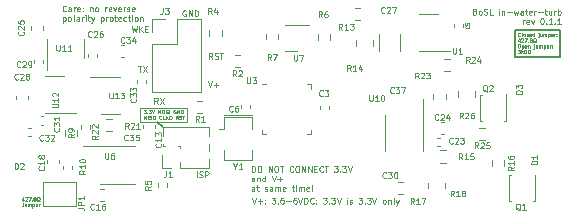
<source format=gbr>
%TF.GenerationSoftware,KiCad,Pcbnew,7.0.6*%
%TF.CreationDate,2023-11-06T16:32:28+11:00*%
%TF.ProjectId,turbidity_sensor_v2,74757262-6964-4697-9479-5f73656e736f,0.1.0*%
%TF.SameCoordinates,Original*%
%TF.FileFunction,Legend,Top*%
%TF.FilePolarity,Positive*%
%FSLAX46Y46*%
G04 Gerber Fmt 4.6, Leading zero omitted, Abs format (unit mm)*
G04 Created by KiCad (PCBNEW 7.0.6) date 2023-11-06 16:32:28*
%MOMM*%
%LPD*%
G01*
G04 APERTURE LIST*
%ADD10C,0.150000*%
%ADD11C,0.100000*%
%ADD12C,0.075000*%
%ADD13C,0.125000*%
%ADD14C,0.045000*%
%ADD15C,0.120000*%
G04 APERTURE END LIST*
D10*
X142550670Y-102462102D02*
X146360670Y-102462102D01*
X146360670Y-104748102D01*
X142550670Y-104748102D01*
X142550670Y-102462102D01*
X112767636Y-110682428D02*
X112233449Y-110272770D01*
D11*
X110847694Y-109055369D02*
X114798834Y-109055369D01*
X114798834Y-110242444D01*
X110847694Y-110242444D01*
X110847694Y-109055369D01*
D12*
X111116911Y-109256974D02*
X111302625Y-109256974D01*
X111302625Y-109256974D02*
X111202625Y-109371260D01*
X111202625Y-109371260D02*
X111245482Y-109371260D01*
X111245482Y-109371260D02*
X111274054Y-109385546D01*
X111274054Y-109385546D02*
X111288339Y-109399831D01*
X111288339Y-109399831D02*
X111302625Y-109428403D01*
X111302625Y-109428403D02*
X111302625Y-109499831D01*
X111302625Y-109499831D02*
X111288339Y-109528403D01*
X111288339Y-109528403D02*
X111274054Y-109542689D01*
X111274054Y-109542689D02*
X111245482Y-109556974D01*
X111245482Y-109556974D02*
X111159768Y-109556974D01*
X111159768Y-109556974D02*
X111131196Y-109542689D01*
X111131196Y-109542689D02*
X111116911Y-109528403D01*
X111431196Y-109528403D02*
X111445482Y-109542689D01*
X111445482Y-109542689D02*
X111431196Y-109556974D01*
X111431196Y-109556974D02*
X111416910Y-109542689D01*
X111416910Y-109542689D02*
X111431196Y-109528403D01*
X111431196Y-109528403D02*
X111431196Y-109556974D01*
X111545482Y-109256974D02*
X111731196Y-109256974D01*
X111731196Y-109256974D02*
X111631196Y-109371260D01*
X111631196Y-109371260D02*
X111674053Y-109371260D01*
X111674053Y-109371260D02*
X111702625Y-109385546D01*
X111702625Y-109385546D02*
X111716910Y-109399831D01*
X111716910Y-109399831D02*
X111731196Y-109428403D01*
X111731196Y-109428403D02*
X111731196Y-109499831D01*
X111731196Y-109499831D02*
X111716910Y-109528403D01*
X111716910Y-109528403D02*
X111702625Y-109542689D01*
X111702625Y-109542689D02*
X111674053Y-109556974D01*
X111674053Y-109556974D02*
X111588339Y-109556974D01*
X111588339Y-109556974D02*
X111559767Y-109542689D01*
X111559767Y-109542689D02*
X111545482Y-109528403D01*
X111816910Y-109256974D02*
X111916910Y-109556974D01*
X111916910Y-109556974D02*
X112016910Y-109256974D01*
X112345481Y-109556974D02*
X112345481Y-109256974D01*
X112345481Y-109256974D02*
X112445481Y-109471260D01*
X112445481Y-109471260D02*
X112545481Y-109256974D01*
X112545481Y-109256974D02*
X112545481Y-109556974D01*
X112745481Y-109256974D02*
X112802624Y-109256974D01*
X112802624Y-109256974D02*
X112831195Y-109271260D01*
X112831195Y-109271260D02*
X112859767Y-109299831D01*
X112859767Y-109299831D02*
X112874052Y-109356974D01*
X112874052Y-109356974D02*
X112874052Y-109456974D01*
X112874052Y-109456974D02*
X112859767Y-109514117D01*
X112859767Y-109514117D02*
X112831195Y-109542689D01*
X112831195Y-109542689D02*
X112802624Y-109556974D01*
X112802624Y-109556974D02*
X112745481Y-109556974D01*
X112745481Y-109556974D02*
X112716910Y-109542689D01*
X112716910Y-109542689D02*
X112688338Y-109514117D01*
X112688338Y-109514117D02*
X112674052Y-109456974D01*
X112674052Y-109456974D02*
X112674052Y-109356974D01*
X112674052Y-109356974D02*
X112688338Y-109299831D01*
X112688338Y-109299831D02*
X112716910Y-109271260D01*
X112716910Y-109271260D02*
X112745481Y-109256974D01*
X112988338Y-109542689D02*
X113031196Y-109556974D01*
X113031196Y-109556974D02*
X113102624Y-109556974D01*
X113102624Y-109556974D02*
X113131196Y-109542689D01*
X113131196Y-109542689D02*
X113145481Y-109528403D01*
X113145481Y-109528403D02*
X113159767Y-109499831D01*
X113159767Y-109499831D02*
X113159767Y-109471260D01*
X113159767Y-109471260D02*
X113145481Y-109442689D01*
X113145481Y-109442689D02*
X113131196Y-109428403D01*
X113131196Y-109428403D02*
X113102624Y-109414117D01*
X113102624Y-109414117D02*
X113045481Y-109399831D01*
X113045481Y-109399831D02*
X113016910Y-109385546D01*
X113016910Y-109385546D02*
X113002624Y-109371260D01*
X113002624Y-109371260D02*
X112988338Y-109342689D01*
X112988338Y-109342689D02*
X112988338Y-109314117D01*
X112988338Y-109314117D02*
X113002624Y-109285546D01*
X113002624Y-109285546D02*
X113016910Y-109271260D01*
X113016910Y-109271260D02*
X113045481Y-109256974D01*
X113045481Y-109256974D02*
X113116910Y-109256974D01*
X113116910Y-109256974D02*
X113159767Y-109271260D01*
X113288338Y-109556974D02*
X113288338Y-109256974D01*
X113816909Y-109271260D02*
X113788338Y-109256974D01*
X113788338Y-109256974D02*
X113745480Y-109256974D01*
X113745480Y-109256974D02*
X113702623Y-109271260D01*
X113702623Y-109271260D02*
X113674052Y-109299831D01*
X113674052Y-109299831D02*
X113659766Y-109328403D01*
X113659766Y-109328403D02*
X113645480Y-109385546D01*
X113645480Y-109385546D02*
X113645480Y-109428403D01*
X113645480Y-109428403D02*
X113659766Y-109485546D01*
X113659766Y-109485546D02*
X113674052Y-109514117D01*
X113674052Y-109514117D02*
X113702623Y-109542689D01*
X113702623Y-109542689D02*
X113745480Y-109556974D01*
X113745480Y-109556974D02*
X113774052Y-109556974D01*
X113774052Y-109556974D02*
X113816909Y-109542689D01*
X113816909Y-109542689D02*
X113831195Y-109528403D01*
X113831195Y-109528403D02*
X113831195Y-109428403D01*
X113831195Y-109428403D02*
X113774052Y-109428403D01*
X113959766Y-109556974D02*
X113959766Y-109256974D01*
X113959766Y-109256974D02*
X114131195Y-109556974D01*
X114131195Y-109556974D02*
X114131195Y-109256974D01*
X114274052Y-109556974D02*
X114274052Y-109256974D01*
X114274052Y-109256974D02*
X114345481Y-109256974D01*
X114345481Y-109256974D02*
X114388338Y-109271260D01*
X114388338Y-109271260D02*
X114416909Y-109299831D01*
X114416909Y-109299831D02*
X114431195Y-109328403D01*
X114431195Y-109328403D02*
X114445481Y-109385546D01*
X114445481Y-109385546D02*
X114445481Y-109428403D01*
X114445481Y-109428403D02*
X114431195Y-109485546D01*
X114431195Y-109485546D02*
X114416909Y-109514117D01*
X114416909Y-109514117D02*
X114388338Y-109542689D01*
X114388338Y-109542689D02*
X114345481Y-109556974D01*
X114345481Y-109556974D02*
X114274052Y-109556974D01*
X111145482Y-110039974D02*
X111145482Y-109739974D01*
X111145482Y-109739974D02*
X111245482Y-109954260D01*
X111245482Y-109954260D02*
X111345482Y-109739974D01*
X111345482Y-109739974D02*
X111345482Y-110039974D01*
X111488339Y-110039974D02*
X111488339Y-109739974D01*
X111616910Y-110025689D02*
X111659768Y-110039974D01*
X111659768Y-110039974D02*
X111731196Y-110039974D01*
X111731196Y-110039974D02*
X111759768Y-110025689D01*
X111759768Y-110025689D02*
X111774053Y-110011403D01*
X111774053Y-110011403D02*
X111788339Y-109982831D01*
X111788339Y-109982831D02*
X111788339Y-109954260D01*
X111788339Y-109954260D02*
X111774053Y-109925689D01*
X111774053Y-109925689D02*
X111759768Y-109911403D01*
X111759768Y-109911403D02*
X111731196Y-109897117D01*
X111731196Y-109897117D02*
X111674053Y-109882831D01*
X111674053Y-109882831D02*
X111645482Y-109868546D01*
X111645482Y-109868546D02*
X111631196Y-109854260D01*
X111631196Y-109854260D02*
X111616910Y-109825689D01*
X111616910Y-109825689D02*
X111616910Y-109797117D01*
X111616910Y-109797117D02*
X111631196Y-109768546D01*
X111631196Y-109768546D02*
X111645482Y-109754260D01*
X111645482Y-109754260D02*
X111674053Y-109739974D01*
X111674053Y-109739974D02*
X111745482Y-109739974D01*
X111745482Y-109739974D02*
X111788339Y-109754260D01*
X111974053Y-109739974D02*
X112031196Y-109739974D01*
X112031196Y-109739974D02*
X112059767Y-109754260D01*
X112059767Y-109754260D02*
X112088339Y-109782831D01*
X112088339Y-109782831D02*
X112102624Y-109839974D01*
X112102624Y-109839974D02*
X112102624Y-109939974D01*
X112102624Y-109939974D02*
X112088339Y-109997117D01*
X112088339Y-109997117D02*
X112059767Y-110025689D01*
X112059767Y-110025689D02*
X112031196Y-110039974D01*
X112031196Y-110039974D02*
X111974053Y-110039974D01*
X111974053Y-110039974D02*
X111945482Y-110025689D01*
X111945482Y-110025689D02*
X111916910Y-109997117D01*
X111916910Y-109997117D02*
X111902624Y-109939974D01*
X111902624Y-109939974D02*
X111902624Y-109839974D01*
X111902624Y-109839974D02*
X111916910Y-109782831D01*
X111916910Y-109782831D02*
X111945482Y-109754260D01*
X111945482Y-109754260D02*
X111974053Y-109739974D01*
X112631196Y-110011403D02*
X112616910Y-110025689D01*
X112616910Y-110025689D02*
X112574053Y-110039974D01*
X112574053Y-110039974D02*
X112545481Y-110039974D01*
X112545481Y-110039974D02*
X112502624Y-110025689D01*
X112502624Y-110025689D02*
X112474053Y-109997117D01*
X112474053Y-109997117D02*
X112459767Y-109968546D01*
X112459767Y-109968546D02*
X112445481Y-109911403D01*
X112445481Y-109911403D02*
X112445481Y-109868546D01*
X112445481Y-109868546D02*
X112459767Y-109811403D01*
X112459767Y-109811403D02*
X112474053Y-109782831D01*
X112474053Y-109782831D02*
X112502624Y-109754260D01*
X112502624Y-109754260D02*
X112545481Y-109739974D01*
X112545481Y-109739974D02*
X112574053Y-109739974D01*
X112574053Y-109739974D02*
X112616910Y-109754260D01*
X112616910Y-109754260D02*
X112631196Y-109768546D01*
X112902624Y-110039974D02*
X112759767Y-110039974D01*
X112759767Y-110039974D02*
X112759767Y-109739974D01*
X113002624Y-110039974D02*
X113002624Y-109739974D01*
X113174053Y-110039974D02*
X113045481Y-109868546D01*
X113174053Y-109739974D02*
X113002624Y-109911403D01*
X113359767Y-109739974D02*
X113416910Y-109739974D01*
X113416910Y-109739974D02*
X113445481Y-109754260D01*
X113445481Y-109754260D02*
X113474053Y-109782831D01*
X113474053Y-109782831D02*
X113488338Y-109839974D01*
X113488338Y-109839974D02*
X113488338Y-109939974D01*
X113488338Y-109939974D02*
X113474053Y-109997117D01*
X113474053Y-109997117D02*
X113445481Y-110025689D01*
X113445481Y-110025689D02*
X113416910Y-110039974D01*
X113416910Y-110039974D02*
X113359767Y-110039974D01*
X113359767Y-110039974D02*
X113331196Y-110025689D01*
X113331196Y-110025689D02*
X113302624Y-109997117D01*
X113302624Y-109997117D02*
X113288338Y-109939974D01*
X113288338Y-109939974D02*
X113288338Y-109839974D01*
X113288338Y-109839974D02*
X113302624Y-109782831D01*
X113302624Y-109782831D02*
X113331196Y-109754260D01*
X113331196Y-109754260D02*
X113359767Y-109739974D01*
X114016910Y-110039974D02*
X113916910Y-109897117D01*
X113845481Y-110039974D02*
X113845481Y-109739974D01*
X113845481Y-109739974D02*
X113959767Y-109739974D01*
X113959767Y-109739974D02*
X113988338Y-109754260D01*
X113988338Y-109754260D02*
X114002624Y-109768546D01*
X114002624Y-109768546D02*
X114016910Y-109797117D01*
X114016910Y-109797117D02*
X114016910Y-109839974D01*
X114016910Y-109839974D02*
X114002624Y-109868546D01*
X114002624Y-109868546D02*
X113988338Y-109882831D01*
X113988338Y-109882831D02*
X113959767Y-109897117D01*
X113959767Y-109897117D02*
X113845481Y-109897117D01*
X114131195Y-110025689D02*
X114174053Y-110039974D01*
X114174053Y-110039974D02*
X114245481Y-110039974D01*
X114245481Y-110039974D02*
X114274053Y-110025689D01*
X114274053Y-110025689D02*
X114288338Y-110011403D01*
X114288338Y-110011403D02*
X114302624Y-109982831D01*
X114302624Y-109982831D02*
X114302624Y-109954260D01*
X114302624Y-109954260D02*
X114288338Y-109925689D01*
X114288338Y-109925689D02*
X114274053Y-109911403D01*
X114274053Y-109911403D02*
X114245481Y-109897117D01*
X114245481Y-109897117D02*
X114188338Y-109882831D01*
X114188338Y-109882831D02*
X114159767Y-109868546D01*
X114159767Y-109868546D02*
X114145481Y-109854260D01*
X114145481Y-109854260D02*
X114131195Y-109825689D01*
X114131195Y-109825689D02*
X114131195Y-109797117D01*
X114131195Y-109797117D02*
X114145481Y-109768546D01*
X114145481Y-109768546D02*
X114159767Y-109754260D01*
X114159767Y-109754260D02*
X114188338Y-109739974D01*
X114188338Y-109739974D02*
X114259767Y-109739974D01*
X114259767Y-109739974D02*
X114302624Y-109754260D01*
X114388338Y-109739974D02*
X114559767Y-109739974D01*
X114474052Y-110039974D02*
X114474052Y-109739974D01*
D13*
X112325130Y-108720940D02*
X112158464Y-108482845D01*
X112039416Y-108720940D02*
X112039416Y-108220940D01*
X112039416Y-108220940D02*
X112229892Y-108220940D01*
X112229892Y-108220940D02*
X112277511Y-108244750D01*
X112277511Y-108244750D02*
X112301321Y-108268559D01*
X112301321Y-108268559D02*
X112325130Y-108316178D01*
X112325130Y-108316178D02*
X112325130Y-108387607D01*
X112325130Y-108387607D02*
X112301321Y-108435226D01*
X112301321Y-108435226D02*
X112277511Y-108459035D01*
X112277511Y-108459035D02*
X112229892Y-108482845D01*
X112229892Y-108482845D02*
X112039416Y-108482845D01*
X112491797Y-108220940D02*
X112825130Y-108720940D01*
X112825130Y-108220940D02*
X112491797Y-108720940D01*
X115623870Y-114967119D02*
X115623870Y-114467119D01*
X115838156Y-114943310D02*
X115909584Y-114967119D01*
X115909584Y-114967119D02*
X116028632Y-114967119D01*
X116028632Y-114967119D02*
X116076251Y-114943310D01*
X116076251Y-114943310D02*
X116100060Y-114919500D01*
X116100060Y-114919500D02*
X116123870Y-114871881D01*
X116123870Y-114871881D02*
X116123870Y-114824262D01*
X116123870Y-114824262D02*
X116100060Y-114776643D01*
X116100060Y-114776643D02*
X116076251Y-114752833D01*
X116076251Y-114752833D02*
X116028632Y-114729024D01*
X116028632Y-114729024D02*
X115933394Y-114705214D01*
X115933394Y-114705214D02*
X115885775Y-114681405D01*
X115885775Y-114681405D02*
X115861965Y-114657595D01*
X115861965Y-114657595D02*
X115838156Y-114609976D01*
X115838156Y-114609976D02*
X115838156Y-114562357D01*
X115838156Y-114562357D02*
X115861965Y-114514738D01*
X115861965Y-114514738D02*
X115885775Y-114490929D01*
X115885775Y-114490929D02*
X115933394Y-114467119D01*
X115933394Y-114467119D02*
X116052441Y-114467119D01*
X116052441Y-114467119D02*
X116123870Y-114490929D01*
X116338155Y-114967119D02*
X116338155Y-114467119D01*
X116338155Y-114467119D02*
X116528631Y-114467119D01*
X116528631Y-114467119D02*
X116576250Y-114490929D01*
X116576250Y-114490929D02*
X116600060Y-114514738D01*
X116600060Y-114514738D02*
X116623869Y-114562357D01*
X116623869Y-114562357D02*
X116623869Y-114633786D01*
X116623869Y-114633786D02*
X116600060Y-114681405D01*
X116600060Y-114681405D02*
X116576250Y-114705214D01*
X116576250Y-114705214D02*
X116528631Y-114729024D01*
X116528631Y-114729024D02*
X116338155Y-114729024D01*
X120291392Y-114509511D02*
X120291392Y-114009511D01*
X120291392Y-114009511D02*
X120410440Y-114009511D01*
X120410440Y-114009511D02*
X120481868Y-114033321D01*
X120481868Y-114033321D02*
X120529487Y-114080940D01*
X120529487Y-114080940D02*
X120553297Y-114128559D01*
X120553297Y-114128559D02*
X120577106Y-114223797D01*
X120577106Y-114223797D02*
X120577106Y-114295225D01*
X120577106Y-114295225D02*
X120553297Y-114390463D01*
X120553297Y-114390463D02*
X120529487Y-114438082D01*
X120529487Y-114438082D02*
X120481868Y-114485702D01*
X120481868Y-114485702D02*
X120410440Y-114509511D01*
X120410440Y-114509511D02*
X120291392Y-114509511D01*
X120886630Y-114009511D02*
X120981868Y-114009511D01*
X120981868Y-114009511D02*
X121029487Y-114033321D01*
X121029487Y-114033321D02*
X121077106Y-114080940D01*
X121077106Y-114080940D02*
X121100916Y-114176178D01*
X121100916Y-114176178D02*
X121100916Y-114342844D01*
X121100916Y-114342844D02*
X121077106Y-114438082D01*
X121077106Y-114438082D02*
X121029487Y-114485702D01*
X121029487Y-114485702D02*
X120981868Y-114509511D01*
X120981868Y-114509511D02*
X120886630Y-114509511D01*
X120886630Y-114509511D02*
X120839011Y-114485702D01*
X120839011Y-114485702D02*
X120791392Y-114438082D01*
X120791392Y-114438082D02*
X120767583Y-114342844D01*
X120767583Y-114342844D02*
X120767583Y-114176178D01*
X120767583Y-114176178D02*
X120791392Y-114080940D01*
X120791392Y-114080940D02*
X120839011Y-114033321D01*
X120839011Y-114033321D02*
X120886630Y-114009511D01*
X121696154Y-114509511D02*
X121696154Y-114009511D01*
X121696154Y-114009511D02*
X121981868Y-114509511D01*
X121981868Y-114509511D02*
X121981868Y-114009511D01*
X122315202Y-114009511D02*
X122410440Y-114009511D01*
X122410440Y-114009511D02*
X122458059Y-114033321D01*
X122458059Y-114033321D02*
X122505678Y-114080940D01*
X122505678Y-114080940D02*
X122529488Y-114176178D01*
X122529488Y-114176178D02*
X122529488Y-114342844D01*
X122529488Y-114342844D02*
X122505678Y-114438082D01*
X122505678Y-114438082D02*
X122458059Y-114485702D01*
X122458059Y-114485702D02*
X122410440Y-114509511D01*
X122410440Y-114509511D02*
X122315202Y-114509511D01*
X122315202Y-114509511D02*
X122267583Y-114485702D01*
X122267583Y-114485702D02*
X122219964Y-114438082D01*
X122219964Y-114438082D02*
X122196155Y-114342844D01*
X122196155Y-114342844D02*
X122196155Y-114176178D01*
X122196155Y-114176178D02*
X122219964Y-114080940D01*
X122219964Y-114080940D02*
X122267583Y-114033321D01*
X122267583Y-114033321D02*
X122315202Y-114009511D01*
X122672346Y-114009511D02*
X122958060Y-114009511D01*
X122815203Y-114509511D02*
X122815203Y-114009511D01*
X123791392Y-114461892D02*
X123767583Y-114485702D01*
X123767583Y-114485702D02*
X123696154Y-114509511D01*
X123696154Y-114509511D02*
X123648535Y-114509511D01*
X123648535Y-114509511D02*
X123577107Y-114485702D01*
X123577107Y-114485702D02*
X123529488Y-114438082D01*
X123529488Y-114438082D02*
X123505678Y-114390463D01*
X123505678Y-114390463D02*
X123481869Y-114295225D01*
X123481869Y-114295225D02*
X123481869Y-114223797D01*
X123481869Y-114223797D02*
X123505678Y-114128559D01*
X123505678Y-114128559D02*
X123529488Y-114080940D01*
X123529488Y-114080940D02*
X123577107Y-114033321D01*
X123577107Y-114033321D02*
X123648535Y-114009511D01*
X123648535Y-114009511D02*
X123696154Y-114009511D01*
X123696154Y-114009511D02*
X123767583Y-114033321D01*
X123767583Y-114033321D02*
X123791392Y-114057130D01*
X124100916Y-114009511D02*
X124196154Y-114009511D01*
X124196154Y-114009511D02*
X124243773Y-114033321D01*
X124243773Y-114033321D02*
X124291392Y-114080940D01*
X124291392Y-114080940D02*
X124315202Y-114176178D01*
X124315202Y-114176178D02*
X124315202Y-114342844D01*
X124315202Y-114342844D02*
X124291392Y-114438082D01*
X124291392Y-114438082D02*
X124243773Y-114485702D01*
X124243773Y-114485702D02*
X124196154Y-114509511D01*
X124196154Y-114509511D02*
X124100916Y-114509511D01*
X124100916Y-114509511D02*
X124053297Y-114485702D01*
X124053297Y-114485702D02*
X124005678Y-114438082D01*
X124005678Y-114438082D02*
X123981869Y-114342844D01*
X123981869Y-114342844D02*
X123981869Y-114176178D01*
X123981869Y-114176178D02*
X124005678Y-114080940D01*
X124005678Y-114080940D02*
X124053297Y-114033321D01*
X124053297Y-114033321D02*
X124100916Y-114009511D01*
X124529488Y-114509511D02*
X124529488Y-114009511D01*
X124529488Y-114009511D02*
X124815202Y-114509511D01*
X124815202Y-114509511D02*
X124815202Y-114009511D01*
X125053298Y-114509511D02*
X125053298Y-114009511D01*
X125053298Y-114009511D02*
X125339012Y-114509511D01*
X125339012Y-114509511D02*
X125339012Y-114009511D01*
X125577108Y-114247606D02*
X125743775Y-114247606D01*
X125815203Y-114509511D02*
X125577108Y-114509511D01*
X125577108Y-114509511D02*
X125577108Y-114009511D01*
X125577108Y-114009511D02*
X125815203Y-114009511D01*
X126315203Y-114461892D02*
X126291394Y-114485702D01*
X126291394Y-114485702D02*
X126219965Y-114509511D01*
X126219965Y-114509511D02*
X126172346Y-114509511D01*
X126172346Y-114509511D02*
X126100918Y-114485702D01*
X126100918Y-114485702D02*
X126053299Y-114438082D01*
X126053299Y-114438082D02*
X126029489Y-114390463D01*
X126029489Y-114390463D02*
X126005680Y-114295225D01*
X126005680Y-114295225D02*
X126005680Y-114223797D01*
X126005680Y-114223797D02*
X126029489Y-114128559D01*
X126029489Y-114128559D02*
X126053299Y-114080940D01*
X126053299Y-114080940D02*
X126100918Y-114033321D01*
X126100918Y-114033321D02*
X126172346Y-114009511D01*
X126172346Y-114009511D02*
X126219965Y-114009511D01*
X126219965Y-114009511D02*
X126291394Y-114033321D01*
X126291394Y-114033321D02*
X126315203Y-114057130D01*
X126458061Y-114009511D02*
X126743775Y-114009511D01*
X126600918Y-114509511D02*
X126600918Y-114009511D01*
X127243774Y-114009511D02*
X127553298Y-114009511D01*
X127553298Y-114009511D02*
X127386631Y-114199987D01*
X127386631Y-114199987D02*
X127458060Y-114199987D01*
X127458060Y-114199987D02*
X127505679Y-114223797D01*
X127505679Y-114223797D02*
X127529488Y-114247606D01*
X127529488Y-114247606D02*
X127553298Y-114295225D01*
X127553298Y-114295225D02*
X127553298Y-114414273D01*
X127553298Y-114414273D02*
X127529488Y-114461892D01*
X127529488Y-114461892D02*
X127505679Y-114485702D01*
X127505679Y-114485702D02*
X127458060Y-114509511D01*
X127458060Y-114509511D02*
X127315203Y-114509511D01*
X127315203Y-114509511D02*
X127267584Y-114485702D01*
X127267584Y-114485702D02*
X127243774Y-114461892D01*
X127767583Y-114461892D02*
X127791393Y-114485702D01*
X127791393Y-114485702D02*
X127767583Y-114509511D01*
X127767583Y-114509511D02*
X127743774Y-114485702D01*
X127743774Y-114485702D02*
X127767583Y-114461892D01*
X127767583Y-114461892D02*
X127767583Y-114509511D01*
X127958059Y-114009511D02*
X128267583Y-114009511D01*
X128267583Y-114009511D02*
X128100916Y-114199987D01*
X128100916Y-114199987D02*
X128172345Y-114199987D01*
X128172345Y-114199987D02*
X128219964Y-114223797D01*
X128219964Y-114223797D02*
X128243773Y-114247606D01*
X128243773Y-114247606D02*
X128267583Y-114295225D01*
X128267583Y-114295225D02*
X128267583Y-114414273D01*
X128267583Y-114414273D02*
X128243773Y-114461892D01*
X128243773Y-114461892D02*
X128219964Y-114485702D01*
X128219964Y-114485702D02*
X128172345Y-114509511D01*
X128172345Y-114509511D02*
X128029488Y-114509511D01*
X128029488Y-114509511D02*
X127981869Y-114485702D01*
X127981869Y-114485702D02*
X127958059Y-114461892D01*
X128410440Y-114009511D02*
X128577106Y-114509511D01*
X128577106Y-114509511D02*
X128743773Y-114009511D01*
X120505678Y-115314511D02*
X120505678Y-115052606D01*
X120505678Y-115052606D02*
X120481868Y-115004987D01*
X120481868Y-115004987D02*
X120434249Y-114981178D01*
X120434249Y-114981178D02*
X120339011Y-114981178D01*
X120339011Y-114981178D02*
X120291392Y-115004987D01*
X120505678Y-115290702D02*
X120458059Y-115314511D01*
X120458059Y-115314511D02*
X120339011Y-115314511D01*
X120339011Y-115314511D02*
X120291392Y-115290702D01*
X120291392Y-115290702D02*
X120267583Y-115243082D01*
X120267583Y-115243082D02*
X120267583Y-115195463D01*
X120267583Y-115195463D02*
X120291392Y-115147844D01*
X120291392Y-115147844D02*
X120339011Y-115124035D01*
X120339011Y-115124035D02*
X120458059Y-115124035D01*
X120458059Y-115124035D02*
X120505678Y-115100225D01*
X120743773Y-114981178D02*
X120743773Y-115314511D01*
X120743773Y-115028797D02*
X120767583Y-115004987D01*
X120767583Y-115004987D02*
X120815202Y-114981178D01*
X120815202Y-114981178D02*
X120886630Y-114981178D01*
X120886630Y-114981178D02*
X120934249Y-115004987D01*
X120934249Y-115004987D02*
X120958059Y-115052606D01*
X120958059Y-115052606D02*
X120958059Y-115314511D01*
X121410440Y-115314511D02*
X121410440Y-114814511D01*
X121410440Y-115290702D02*
X121362821Y-115314511D01*
X121362821Y-115314511D02*
X121267583Y-115314511D01*
X121267583Y-115314511D02*
X121219964Y-115290702D01*
X121219964Y-115290702D02*
X121196154Y-115266892D01*
X121196154Y-115266892D02*
X121172345Y-115219273D01*
X121172345Y-115219273D02*
X121172345Y-115076416D01*
X121172345Y-115076416D02*
X121196154Y-115028797D01*
X121196154Y-115028797D02*
X121219964Y-115004987D01*
X121219964Y-115004987D02*
X121267583Y-114981178D01*
X121267583Y-114981178D02*
X121362821Y-114981178D01*
X121362821Y-114981178D02*
X121410440Y-115004987D01*
X121958059Y-114814511D02*
X122124725Y-115314511D01*
X122124725Y-115314511D02*
X122291392Y-114814511D01*
X122458058Y-115124035D02*
X122839011Y-115124035D01*
X122648534Y-115314511D02*
X122648534Y-114933559D01*
X120505678Y-116119511D02*
X120505678Y-115857606D01*
X120505678Y-115857606D02*
X120481868Y-115809987D01*
X120481868Y-115809987D02*
X120434249Y-115786178D01*
X120434249Y-115786178D02*
X120339011Y-115786178D01*
X120339011Y-115786178D02*
X120291392Y-115809987D01*
X120505678Y-116095702D02*
X120458059Y-116119511D01*
X120458059Y-116119511D02*
X120339011Y-116119511D01*
X120339011Y-116119511D02*
X120291392Y-116095702D01*
X120291392Y-116095702D02*
X120267583Y-116048082D01*
X120267583Y-116048082D02*
X120267583Y-116000463D01*
X120267583Y-116000463D02*
X120291392Y-115952844D01*
X120291392Y-115952844D02*
X120339011Y-115929035D01*
X120339011Y-115929035D02*
X120458059Y-115929035D01*
X120458059Y-115929035D02*
X120505678Y-115905225D01*
X120672345Y-115786178D02*
X120862821Y-115786178D01*
X120743773Y-115619511D02*
X120743773Y-116048082D01*
X120743773Y-116048082D02*
X120767583Y-116095702D01*
X120767583Y-116095702D02*
X120815202Y-116119511D01*
X120815202Y-116119511D02*
X120862821Y-116119511D01*
X121386630Y-116095702D02*
X121434249Y-116119511D01*
X121434249Y-116119511D02*
X121529487Y-116119511D01*
X121529487Y-116119511D02*
X121577106Y-116095702D01*
X121577106Y-116095702D02*
X121600915Y-116048082D01*
X121600915Y-116048082D02*
X121600915Y-116024273D01*
X121600915Y-116024273D02*
X121577106Y-115976654D01*
X121577106Y-115976654D02*
X121529487Y-115952844D01*
X121529487Y-115952844D02*
X121458058Y-115952844D01*
X121458058Y-115952844D02*
X121410439Y-115929035D01*
X121410439Y-115929035D02*
X121386630Y-115881416D01*
X121386630Y-115881416D02*
X121386630Y-115857606D01*
X121386630Y-115857606D02*
X121410439Y-115809987D01*
X121410439Y-115809987D02*
X121458058Y-115786178D01*
X121458058Y-115786178D02*
X121529487Y-115786178D01*
X121529487Y-115786178D02*
X121577106Y-115809987D01*
X122029487Y-116119511D02*
X122029487Y-115857606D01*
X122029487Y-115857606D02*
X122005677Y-115809987D01*
X122005677Y-115809987D02*
X121958058Y-115786178D01*
X121958058Y-115786178D02*
X121862820Y-115786178D01*
X121862820Y-115786178D02*
X121815201Y-115809987D01*
X122029487Y-116095702D02*
X121981868Y-116119511D01*
X121981868Y-116119511D02*
X121862820Y-116119511D01*
X121862820Y-116119511D02*
X121815201Y-116095702D01*
X121815201Y-116095702D02*
X121791392Y-116048082D01*
X121791392Y-116048082D02*
X121791392Y-116000463D01*
X121791392Y-116000463D02*
X121815201Y-115952844D01*
X121815201Y-115952844D02*
X121862820Y-115929035D01*
X121862820Y-115929035D02*
X121981868Y-115929035D01*
X121981868Y-115929035D02*
X122029487Y-115905225D01*
X122267582Y-116119511D02*
X122267582Y-115786178D01*
X122267582Y-115833797D02*
X122291392Y-115809987D01*
X122291392Y-115809987D02*
X122339011Y-115786178D01*
X122339011Y-115786178D02*
X122410439Y-115786178D01*
X122410439Y-115786178D02*
X122458058Y-115809987D01*
X122458058Y-115809987D02*
X122481868Y-115857606D01*
X122481868Y-115857606D02*
X122481868Y-116119511D01*
X122481868Y-115857606D02*
X122505677Y-115809987D01*
X122505677Y-115809987D02*
X122553296Y-115786178D01*
X122553296Y-115786178D02*
X122624725Y-115786178D01*
X122624725Y-115786178D02*
X122672344Y-115809987D01*
X122672344Y-115809987D02*
X122696154Y-115857606D01*
X122696154Y-115857606D02*
X122696154Y-116119511D01*
X123124725Y-116095702D02*
X123077106Y-116119511D01*
X123077106Y-116119511D02*
X122981868Y-116119511D01*
X122981868Y-116119511D02*
X122934249Y-116095702D01*
X122934249Y-116095702D02*
X122910440Y-116048082D01*
X122910440Y-116048082D02*
X122910440Y-115857606D01*
X122910440Y-115857606D02*
X122934249Y-115809987D01*
X122934249Y-115809987D02*
X122981868Y-115786178D01*
X122981868Y-115786178D02*
X123077106Y-115786178D01*
X123077106Y-115786178D02*
X123124725Y-115809987D01*
X123124725Y-115809987D02*
X123148535Y-115857606D01*
X123148535Y-115857606D02*
X123148535Y-115905225D01*
X123148535Y-115905225D02*
X122910440Y-115952844D01*
X123672344Y-115786178D02*
X123862820Y-115786178D01*
X123743772Y-115619511D02*
X123743772Y-116048082D01*
X123743772Y-116048082D02*
X123767582Y-116095702D01*
X123767582Y-116095702D02*
X123815201Y-116119511D01*
X123815201Y-116119511D02*
X123862820Y-116119511D01*
X124029486Y-116119511D02*
X124029486Y-115786178D01*
X124029486Y-115619511D02*
X124005677Y-115643321D01*
X124005677Y-115643321D02*
X124029486Y-115667130D01*
X124029486Y-115667130D02*
X124053296Y-115643321D01*
X124053296Y-115643321D02*
X124029486Y-115619511D01*
X124029486Y-115619511D02*
X124029486Y-115667130D01*
X124267581Y-116119511D02*
X124267581Y-115786178D01*
X124267581Y-115833797D02*
X124291391Y-115809987D01*
X124291391Y-115809987D02*
X124339010Y-115786178D01*
X124339010Y-115786178D02*
X124410438Y-115786178D01*
X124410438Y-115786178D02*
X124458057Y-115809987D01*
X124458057Y-115809987D02*
X124481867Y-115857606D01*
X124481867Y-115857606D02*
X124481867Y-116119511D01*
X124481867Y-115857606D02*
X124505676Y-115809987D01*
X124505676Y-115809987D02*
X124553295Y-115786178D01*
X124553295Y-115786178D02*
X124624724Y-115786178D01*
X124624724Y-115786178D02*
X124672343Y-115809987D01*
X124672343Y-115809987D02*
X124696153Y-115857606D01*
X124696153Y-115857606D02*
X124696153Y-116119511D01*
X125124724Y-116095702D02*
X125077105Y-116119511D01*
X125077105Y-116119511D02*
X124981867Y-116119511D01*
X124981867Y-116119511D02*
X124934248Y-116095702D01*
X124934248Y-116095702D02*
X124910439Y-116048082D01*
X124910439Y-116048082D02*
X124910439Y-115857606D01*
X124910439Y-115857606D02*
X124934248Y-115809987D01*
X124934248Y-115809987D02*
X124981867Y-115786178D01*
X124981867Y-115786178D02*
X125077105Y-115786178D01*
X125077105Y-115786178D02*
X125124724Y-115809987D01*
X125124724Y-115809987D02*
X125148534Y-115857606D01*
X125148534Y-115857606D02*
X125148534Y-115905225D01*
X125148534Y-115905225D02*
X124910439Y-115952844D01*
X125362819Y-116071892D02*
X125386629Y-116095702D01*
X125386629Y-116095702D02*
X125362819Y-116119511D01*
X125362819Y-116119511D02*
X125339010Y-116095702D01*
X125339010Y-116095702D02*
X125362819Y-116071892D01*
X125362819Y-116071892D02*
X125362819Y-116119511D01*
X125362819Y-115929035D02*
X125339010Y-115643321D01*
X125339010Y-115643321D02*
X125362819Y-115619511D01*
X125362819Y-115619511D02*
X125386629Y-115643321D01*
X125386629Y-115643321D02*
X125362819Y-115929035D01*
X125362819Y-115929035D02*
X125362819Y-115619511D01*
X116953551Y-104929553D02*
X116786885Y-104691458D01*
X116667837Y-104929553D02*
X116667837Y-104429553D01*
X116667837Y-104429553D02*
X116858313Y-104429553D01*
X116858313Y-104429553D02*
X116905932Y-104453363D01*
X116905932Y-104453363D02*
X116929742Y-104477172D01*
X116929742Y-104477172D02*
X116953551Y-104524791D01*
X116953551Y-104524791D02*
X116953551Y-104596220D01*
X116953551Y-104596220D02*
X116929742Y-104643839D01*
X116929742Y-104643839D02*
X116905932Y-104667648D01*
X116905932Y-104667648D02*
X116858313Y-104691458D01*
X116858313Y-104691458D02*
X116667837Y-104691458D01*
X117144028Y-104905744D02*
X117215456Y-104929553D01*
X117215456Y-104929553D02*
X117334504Y-104929553D01*
X117334504Y-104929553D02*
X117382123Y-104905744D01*
X117382123Y-104905744D02*
X117405932Y-104881934D01*
X117405932Y-104881934D02*
X117429742Y-104834315D01*
X117429742Y-104834315D02*
X117429742Y-104786696D01*
X117429742Y-104786696D02*
X117405932Y-104739077D01*
X117405932Y-104739077D02*
X117382123Y-104715267D01*
X117382123Y-104715267D02*
X117334504Y-104691458D01*
X117334504Y-104691458D02*
X117239266Y-104667648D01*
X117239266Y-104667648D02*
X117191647Y-104643839D01*
X117191647Y-104643839D02*
X117167837Y-104620029D01*
X117167837Y-104620029D02*
X117144028Y-104572410D01*
X117144028Y-104572410D02*
X117144028Y-104524791D01*
X117144028Y-104524791D02*
X117167837Y-104477172D01*
X117167837Y-104477172D02*
X117191647Y-104453363D01*
X117191647Y-104453363D02*
X117239266Y-104429553D01*
X117239266Y-104429553D02*
X117358313Y-104429553D01*
X117358313Y-104429553D02*
X117429742Y-104453363D01*
X117572599Y-104429553D02*
X117858313Y-104429553D01*
X117715456Y-104929553D02*
X117715456Y-104429553D01*
D14*
X143000986Y-102984979D02*
X142986700Y-102999265D01*
X142986700Y-102999265D02*
X142943843Y-103013550D01*
X142943843Y-103013550D02*
X142915271Y-103013550D01*
X142915271Y-103013550D02*
X142872414Y-102999265D01*
X142872414Y-102999265D02*
X142843843Y-102970693D01*
X142843843Y-102970693D02*
X142829557Y-102942122D01*
X142829557Y-102942122D02*
X142815271Y-102884979D01*
X142815271Y-102884979D02*
X142815271Y-102842122D01*
X142815271Y-102842122D02*
X142829557Y-102784979D01*
X142829557Y-102784979D02*
X142843843Y-102756407D01*
X142843843Y-102756407D02*
X142872414Y-102727836D01*
X142872414Y-102727836D02*
X142915271Y-102713550D01*
X142915271Y-102713550D02*
X142943843Y-102713550D01*
X142943843Y-102713550D02*
X142986700Y-102727836D01*
X142986700Y-102727836D02*
X143000986Y-102742122D01*
X143172414Y-103013550D02*
X143143843Y-102999265D01*
X143143843Y-102999265D02*
X143129557Y-102970693D01*
X143129557Y-102970693D02*
X143129557Y-102713550D01*
X143329557Y-103013550D02*
X143300986Y-102999265D01*
X143300986Y-102999265D02*
X143286700Y-102984979D01*
X143286700Y-102984979D02*
X143272414Y-102956407D01*
X143272414Y-102956407D02*
X143272414Y-102870693D01*
X143272414Y-102870693D02*
X143286700Y-102842122D01*
X143286700Y-102842122D02*
X143300986Y-102827836D01*
X143300986Y-102827836D02*
X143329557Y-102813550D01*
X143329557Y-102813550D02*
X143372414Y-102813550D01*
X143372414Y-102813550D02*
X143400986Y-102827836D01*
X143400986Y-102827836D02*
X143415272Y-102842122D01*
X143415272Y-102842122D02*
X143429557Y-102870693D01*
X143429557Y-102870693D02*
X143429557Y-102956407D01*
X143429557Y-102956407D02*
X143415272Y-102984979D01*
X143415272Y-102984979D02*
X143400986Y-102999265D01*
X143400986Y-102999265D02*
X143372414Y-103013550D01*
X143372414Y-103013550D02*
X143329557Y-103013550D01*
X143543843Y-102999265D02*
X143572415Y-103013550D01*
X143572415Y-103013550D02*
X143629558Y-103013550D01*
X143629558Y-103013550D02*
X143658129Y-102999265D01*
X143658129Y-102999265D02*
X143672415Y-102970693D01*
X143672415Y-102970693D02*
X143672415Y-102956407D01*
X143672415Y-102956407D02*
X143658129Y-102927836D01*
X143658129Y-102927836D02*
X143629558Y-102913550D01*
X143629558Y-102913550D02*
X143586701Y-102913550D01*
X143586701Y-102913550D02*
X143558129Y-102899265D01*
X143558129Y-102899265D02*
X143543843Y-102870693D01*
X143543843Y-102870693D02*
X143543843Y-102856407D01*
X143543843Y-102856407D02*
X143558129Y-102827836D01*
X143558129Y-102827836D02*
X143586701Y-102813550D01*
X143586701Y-102813550D02*
X143629558Y-102813550D01*
X143629558Y-102813550D02*
X143658129Y-102827836D01*
X143915272Y-102999265D02*
X143886700Y-103013550D01*
X143886700Y-103013550D02*
X143829558Y-103013550D01*
X143829558Y-103013550D02*
X143800986Y-102999265D01*
X143800986Y-102999265D02*
X143786700Y-102970693D01*
X143786700Y-102970693D02*
X143786700Y-102856407D01*
X143786700Y-102856407D02*
X143800986Y-102827836D01*
X143800986Y-102827836D02*
X143829558Y-102813550D01*
X143829558Y-102813550D02*
X143886700Y-102813550D01*
X143886700Y-102813550D02*
X143915272Y-102827836D01*
X143915272Y-102827836D02*
X143929558Y-102856407D01*
X143929558Y-102856407D02*
X143929558Y-102884979D01*
X143929558Y-102884979D02*
X143786700Y-102913550D01*
X144186701Y-103013550D02*
X144186701Y-102713550D01*
X144186701Y-102999265D02*
X144158129Y-103013550D01*
X144158129Y-103013550D02*
X144100986Y-103013550D01*
X144100986Y-103013550D02*
X144072415Y-102999265D01*
X144072415Y-102999265D02*
X144058129Y-102984979D01*
X144058129Y-102984979D02*
X144043843Y-102956407D01*
X144043843Y-102956407D02*
X144043843Y-102870693D01*
X144043843Y-102870693D02*
X144058129Y-102842122D01*
X144058129Y-102842122D02*
X144072415Y-102827836D01*
X144072415Y-102827836D02*
X144100986Y-102813550D01*
X144100986Y-102813550D02*
X144158129Y-102813550D01*
X144158129Y-102813550D02*
X144186701Y-102827836D01*
X144558129Y-102813550D02*
X144558129Y-103070693D01*
X144558129Y-103070693D02*
X144543843Y-103099265D01*
X144543843Y-103099265D02*
X144515272Y-103113550D01*
X144515272Y-103113550D02*
X144500986Y-103113550D01*
X144558129Y-102713550D02*
X144543843Y-102727836D01*
X144543843Y-102727836D02*
X144558129Y-102742122D01*
X144558129Y-102742122D02*
X144572415Y-102727836D01*
X144572415Y-102727836D02*
X144558129Y-102713550D01*
X144558129Y-102713550D02*
X144558129Y-102742122D01*
X144829558Y-102813550D02*
X144829558Y-103013550D01*
X144700986Y-102813550D02*
X144700986Y-102970693D01*
X144700986Y-102970693D02*
X144715272Y-102999265D01*
X144715272Y-102999265D02*
X144743843Y-103013550D01*
X144743843Y-103013550D02*
X144786700Y-103013550D01*
X144786700Y-103013550D02*
X144815272Y-102999265D01*
X144815272Y-102999265D02*
X144829558Y-102984979D01*
X144972415Y-103013550D02*
X144972415Y-102813550D01*
X144972415Y-102842122D02*
X144986701Y-102827836D01*
X144986701Y-102827836D02*
X145015272Y-102813550D01*
X145015272Y-102813550D02*
X145058129Y-102813550D01*
X145058129Y-102813550D02*
X145086701Y-102827836D01*
X145086701Y-102827836D02*
X145100987Y-102856407D01*
X145100987Y-102856407D02*
X145100987Y-103013550D01*
X145100987Y-102856407D02*
X145115272Y-102827836D01*
X145115272Y-102827836D02*
X145143844Y-102813550D01*
X145143844Y-102813550D02*
X145186701Y-102813550D01*
X145186701Y-102813550D02*
X145215272Y-102827836D01*
X145215272Y-102827836D02*
X145229558Y-102856407D01*
X145229558Y-102856407D02*
X145229558Y-103013550D01*
X145372415Y-102813550D02*
X145372415Y-103113550D01*
X145372415Y-102827836D02*
X145400987Y-102813550D01*
X145400987Y-102813550D02*
X145458129Y-102813550D01*
X145458129Y-102813550D02*
X145486701Y-102827836D01*
X145486701Y-102827836D02*
X145500987Y-102842122D01*
X145500987Y-102842122D02*
X145515272Y-102870693D01*
X145515272Y-102870693D02*
X145515272Y-102956407D01*
X145515272Y-102956407D02*
X145500987Y-102984979D01*
X145500987Y-102984979D02*
X145486701Y-102999265D01*
X145486701Y-102999265D02*
X145458129Y-103013550D01*
X145458129Y-103013550D02*
X145400987Y-103013550D01*
X145400987Y-103013550D02*
X145372415Y-102999265D01*
X145758130Y-102999265D02*
X145729558Y-103013550D01*
X145729558Y-103013550D02*
X145672416Y-103013550D01*
X145672416Y-103013550D02*
X145643844Y-102999265D01*
X145643844Y-102999265D02*
X145629558Y-102970693D01*
X145629558Y-102970693D02*
X145629558Y-102856407D01*
X145629558Y-102856407D02*
X145643844Y-102827836D01*
X145643844Y-102827836D02*
X145672416Y-102813550D01*
X145672416Y-102813550D02*
X145729558Y-102813550D01*
X145729558Y-102813550D02*
X145758130Y-102827836D01*
X145758130Y-102827836D02*
X145772416Y-102856407D01*
X145772416Y-102856407D02*
X145772416Y-102884979D01*
X145772416Y-102884979D02*
X145629558Y-102913550D01*
X145900987Y-103013550D02*
X145900987Y-102813550D01*
X145900987Y-102870693D02*
X145915273Y-102842122D01*
X145915273Y-102842122D02*
X145929559Y-102827836D01*
X145929559Y-102827836D02*
X145958130Y-102813550D01*
X145958130Y-102813550D02*
X145986701Y-102813550D01*
X146086701Y-102984979D02*
X146100987Y-102999265D01*
X146100987Y-102999265D02*
X146086701Y-103013550D01*
X146086701Y-103013550D02*
X146072415Y-102999265D01*
X146072415Y-102999265D02*
X146086701Y-102984979D01*
X146086701Y-102984979D02*
X146086701Y-103013550D01*
X146086701Y-102827836D02*
X146100987Y-102842122D01*
X146100987Y-102842122D02*
X146086701Y-102856407D01*
X146086701Y-102856407D02*
X146072415Y-102842122D01*
X146072415Y-102842122D02*
X146086701Y-102827836D01*
X146086701Y-102827836D02*
X146086701Y-102856407D01*
X142958129Y-103296550D02*
X142958129Y-103496550D01*
X142886700Y-103182265D02*
X142815271Y-103396550D01*
X142815271Y-103396550D02*
X143000986Y-103396550D01*
X143100985Y-103225122D02*
X143115271Y-103210836D01*
X143115271Y-103210836D02*
X143143843Y-103196550D01*
X143143843Y-103196550D02*
X143215271Y-103196550D01*
X143215271Y-103196550D02*
X143243843Y-103210836D01*
X143243843Y-103210836D02*
X143258128Y-103225122D01*
X143258128Y-103225122D02*
X143272414Y-103253693D01*
X143272414Y-103253693D02*
X143272414Y-103282265D01*
X143272414Y-103282265D02*
X143258128Y-103325122D01*
X143258128Y-103325122D02*
X143086700Y-103496550D01*
X143086700Y-103496550D02*
X143272414Y-103496550D01*
X143372414Y-103196550D02*
X143572414Y-103196550D01*
X143572414Y-103196550D02*
X143443842Y-103496550D01*
X143686699Y-103467979D02*
X143700985Y-103482265D01*
X143700985Y-103482265D02*
X143686699Y-103496550D01*
X143686699Y-103496550D02*
X143672413Y-103482265D01*
X143672413Y-103482265D02*
X143686699Y-103467979D01*
X143686699Y-103467979D02*
X143686699Y-103496550D01*
X143872413Y-103325122D02*
X143843842Y-103310836D01*
X143843842Y-103310836D02*
X143829556Y-103296550D01*
X143829556Y-103296550D02*
X143815270Y-103267979D01*
X143815270Y-103267979D02*
X143815270Y-103253693D01*
X143815270Y-103253693D02*
X143829556Y-103225122D01*
X143829556Y-103225122D02*
X143843842Y-103210836D01*
X143843842Y-103210836D02*
X143872413Y-103196550D01*
X143872413Y-103196550D02*
X143929556Y-103196550D01*
X143929556Y-103196550D02*
X143958128Y-103210836D01*
X143958128Y-103210836D02*
X143972413Y-103225122D01*
X143972413Y-103225122D02*
X143986699Y-103253693D01*
X143986699Y-103253693D02*
X143986699Y-103267979D01*
X143986699Y-103267979D02*
X143972413Y-103296550D01*
X143972413Y-103296550D02*
X143958128Y-103310836D01*
X143958128Y-103310836D02*
X143929556Y-103325122D01*
X143929556Y-103325122D02*
X143872413Y-103325122D01*
X143872413Y-103325122D02*
X143843842Y-103339407D01*
X143843842Y-103339407D02*
X143829556Y-103353693D01*
X143829556Y-103353693D02*
X143815270Y-103382265D01*
X143815270Y-103382265D02*
X143815270Y-103439407D01*
X143815270Y-103439407D02*
X143829556Y-103467979D01*
X143829556Y-103467979D02*
X143843842Y-103482265D01*
X143843842Y-103482265D02*
X143872413Y-103496550D01*
X143872413Y-103496550D02*
X143929556Y-103496550D01*
X143929556Y-103496550D02*
X143958128Y-103482265D01*
X143958128Y-103482265D02*
X143972413Y-103467979D01*
X143972413Y-103467979D02*
X143986699Y-103439407D01*
X143986699Y-103439407D02*
X143986699Y-103382265D01*
X143986699Y-103382265D02*
X143972413Y-103353693D01*
X143972413Y-103353693D02*
X143958128Y-103339407D01*
X143958128Y-103339407D02*
X143929556Y-103325122D01*
X144100984Y-103496550D02*
X144172413Y-103496550D01*
X144172413Y-103496550D02*
X144172413Y-103439407D01*
X144172413Y-103439407D02*
X144143842Y-103425122D01*
X144143842Y-103425122D02*
X144115270Y-103396550D01*
X144115270Y-103396550D02*
X144100984Y-103353693D01*
X144100984Y-103353693D02*
X144100984Y-103282265D01*
X144100984Y-103282265D02*
X144115270Y-103239407D01*
X144115270Y-103239407D02*
X144143842Y-103210836D01*
X144143842Y-103210836D02*
X144186699Y-103196550D01*
X144186699Y-103196550D02*
X144243842Y-103196550D01*
X144243842Y-103196550D02*
X144286699Y-103210836D01*
X144286699Y-103210836D02*
X144315270Y-103239407D01*
X144315270Y-103239407D02*
X144329556Y-103282265D01*
X144329556Y-103282265D02*
X144329556Y-103353693D01*
X144329556Y-103353693D02*
X144315270Y-103396550D01*
X144315270Y-103396550D02*
X144286699Y-103425122D01*
X144286699Y-103425122D02*
X144258127Y-103439407D01*
X144258127Y-103439407D02*
X144258127Y-103496550D01*
X144258127Y-103496550D02*
X144329556Y-103496550D01*
X142886700Y-103679550D02*
X142943843Y-103679550D01*
X142943843Y-103679550D02*
X142972414Y-103693836D01*
X142972414Y-103693836D02*
X143000986Y-103722407D01*
X143000986Y-103722407D02*
X143015271Y-103779550D01*
X143015271Y-103779550D02*
X143015271Y-103879550D01*
X143015271Y-103879550D02*
X143000986Y-103936693D01*
X143000986Y-103936693D02*
X142972414Y-103965265D01*
X142972414Y-103965265D02*
X142943843Y-103979550D01*
X142943843Y-103979550D02*
X142886700Y-103979550D01*
X142886700Y-103979550D02*
X142858129Y-103965265D01*
X142858129Y-103965265D02*
X142829557Y-103936693D01*
X142829557Y-103936693D02*
X142815271Y-103879550D01*
X142815271Y-103879550D02*
X142815271Y-103779550D01*
X142815271Y-103779550D02*
X142829557Y-103722407D01*
X142829557Y-103722407D02*
X142858129Y-103693836D01*
X142858129Y-103693836D02*
X142886700Y-103679550D01*
X143143843Y-103779550D02*
X143143843Y-104079550D01*
X143143843Y-103793836D02*
X143172415Y-103779550D01*
X143172415Y-103779550D02*
X143229557Y-103779550D01*
X143229557Y-103779550D02*
X143258129Y-103793836D01*
X143258129Y-103793836D02*
X143272415Y-103808122D01*
X143272415Y-103808122D02*
X143286700Y-103836693D01*
X143286700Y-103836693D02*
X143286700Y-103922407D01*
X143286700Y-103922407D02*
X143272415Y-103950979D01*
X143272415Y-103950979D02*
X143258129Y-103965265D01*
X143258129Y-103965265D02*
X143229557Y-103979550D01*
X143229557Y-103979550D02*
X143172415Y-103979550D01*
X143172415Y-103979550D02*
X143143843Y-103965265D01*
X143529558Y-103965265D02*
X143500986Y-103979550D01*
X143500986Y-103979550D02*
X143443844Y-103979550D01*
X143443844Y-103979550D02*
X143415272Y-103965265D01*
X143415272Y-103965265D02*
X143400986Y-103936693D01*
X143400986Y-103936693D02*
X143400986Y-103822407D01*
X143400986Y-103822407D02*
X143415272Y-103793836D01*
X143415272Y-103793836D02*
X143443844Y-103779550D01*
X143443844Y-103779550D02*
X143500986Y-103779550D01*
X143500986Y-103779550D02*
X143529558Y-103793836D01*
X143529558Y-103793836D02*
X143543844Y-103822407D01*
X143543844Y-103822407D02*
X143543844Y-103850979D01*
X143543844Y-103850979D02*
X143400986Y-103879550D01*
X143672415Y-103779550D02*
X143672415Y-103979550D01*
X143672415Y-103808122D02*
X143686701Y-103793836D01*
X143686701Y-103793836D02*
X143715272Y-103779550D01*
X143715272Y-103779550D02*
X143758129Y-103779550D01*
X143758129Y-103779550D02*
X143786701Y-103793836D01*
X143786701Y-103793836D02*
X143800987Y-103822407D01*
X143800987Y-103822407D02*
X143800987Y-103979550D01*
X144172415Y-103779550D02*
X144172415Y-104036693D01*
X144172415Y-104036693D02*
X144158129Y-104065265D01*
X144158129Y-104065265D02*
X144129558Y-104079550D01*
X144129558Y-104079550D02*
X144115272Y-104079550D01*
X144172415Y-103679550D02*
X144158129Y-103693836D01*
X144158129Y-103693836D02*
X144172415Y-103708122D01*
X144172415Y-103708122D02*
X144186701Y-103693836D01*
X144186701Y-103693836D02*
X144172415Y-103679550D01*
X144172415Y-103679550D02*
X144172415Y-103708122D01*
X144443844Y-103779550D02*
X144443844Y-103979550D01*
X144315272Y-103779550D02*
X144315272Y-103936693D01*
X144315272Y-103936693D02*
X144329558Y-103965265D01*
X144329558Y-103965265D02*
X144358129Y-103979550D01*
X144358129Y-103979550D02*
X144400986Y-103979550D01*
X144400986Y-103979550D02*
X144429558Y-103965265D01*
X144429558Y-103965265D02*
X144443844Y-103950979D01*
X144586701Y-103979550D02*
X144586701Y-103779550D01*
X144586701Y-103808122D02*
X144600987Y-103793836D01*
X144600987Y-103793836D02*
X144629558Y-103779550D01*
X144629558Y-103779550D02*
X144672415Y-103779550D01*
X144672415Y-103779550D02*
X144700987Y-103793836D01*
X144700987Y-103793836D02*
X144715273Y-103822407D01*
X144715273Y-103822407D02*
X144715273Y-103979550D01*
X144715273Y-103822407D02*
X144729558Y-103793836D01*
X144729558Y-103793836D02*
X144758130Y-103779550D01*
X144758130Y-103779550D02*
X144800987Y-103779550D01*
X144800987Y-103779550D02*
X144829558Y-103793836D01*
X144829558Y-103793836D02*
X144843844Y-103822407D01*
X144843844Y-103822407D02*
X144843844Y-103979550D01*
X144986701Y-103779550D02*
X144986701Y-104079550D01*
X144986701Y-103793836D02*
X145015273Y-103779550D01*
X145015273Y-103779550D02*
X145072415Y-103779550D01*
X145072415Y-103779550D02*
X145100987Y-103793836D01*
X145100987Y-103793836D02*
X145115273Y-103808122D01*
X145115273Y-103808122D02*
X145129558Y-103836693D01*
X145129558Y-103836693D02*
X145129558Y-103922407D01*
X145129558Y-103922407D02*
X145115273Y-103950979D01*
X145115273Y-103950979D02*
X145100987Y-103965265D01*
X145100987Y-103965265D02*
X145072415Y-103979550D01*
X145072415Y-103979550D02*
X145015273Y-103979550D01*
X145015273Y-103979550D02*
X144986701Y-103965265D01*
X145372416Y-103965265D02*
X145343844Y-103979550D01*
X145343844Y-103979550D02*
X145286702Y-103979550D01*
X145286702Y-103979550D02*
X145258130Y-103965265D01*
X145258130Y-103965265D02*
X145243844Y-103936693D01*
X145243844Y-103936693D02*
X145243844Y-103822407D01*
X145243844Y-103822407D02*
X145258130Y-103793836D01*
X145258130Y-103793836D02*
X145286702Y-103779550D01*
X145286702Y-103779550D02*
X145343844Y-103779550D01*
X145343844Y-103779550D02*
X145372416Y-103793836D01*
X145372416Y-103793836D02*
X145386702Y-103822407D01*
X145386702Y-103822407D02*
X145386702Y-103850979D01*
X145386702Y-103850979D02*
X145243844Y-103879550D01*
X145515273Y-103979550D02*
X145515273Y-103779550D01*
X145515273Y-103836693D02*
X145529559Y-103808122D01*
X145529559Y-103808122D02*
X145543845Y-103793836D01*
X145543845Y-103793836D02*
X145572416Y-103779550D01*
X145572416Y-103779550D02*
X145600987Y-103779550D01*
X145700987Y-103950979D02*
X145715273Y-103965265D01*
X145715273Y-103965265D02*
X145700987Y-103979550D01*
X145700987Y-103979550D02*
X145686701Y-103965265D01*
X145686701Y-103965265D02*
X145700987Y-103950979D01*
X145700987Y-103950979D02*
X145700987Y-103979550D01*
X145700987Y-103793836D02*
X145715273Y-103808122D01*
X145715273Y-103808122D02*
X145700987Y-103822407D01*
X145700987Y-103822407D02*
X145686701Y-103808122D01*
X145686701Y-103808122D02*
X145700987Y-103793836D01*
X145700987Y-103793836D02*
X145700987Y-103822407D01*
X142800986Y-104162550D02*
X142986700Y-104162550D01*
X142986700Y-104162550D02*
X142886700Y-104276836D01*
X142886700Y-104276836D02*
X142929557Y-104276836D01*
X142929557Y-104276836D02*
X142958129Y-104291122D01*
X142958129Y-104291122D02*
X142972414Y-104305407D01*
X142972414Y-104305407D02*
X142986700Y-104333979D01*
X142986700Y-104333979D02*
X142986700Y-104405407D01*
X142986700Y-104405407D02*
X142972414Y-104433979D01*
X142972414Y-104433979D02*
X142958129Y-104448265D01*
X142958129Y-104448265D02*
X142929557Y-104462550D01*
X142929557Y-104462550D02*
X142843843Y-104462550D01*
X142843843Y-104462550D02*
X142815271Y-104448265D01*
X142815271Y-104448265D02*
X142800986Y-104433979D01*
X143115271Y-104462550D02*
X143115271Y-104162550D01*
X143143843Y-104348265D02*
X143229557Y-104462550D01*
X143229557Y-104262550D02*
X143115271Y-104376836D01*
X143415271Y-104162550D02*
X143443842Y-104162550D01*
X143443842Y-104162550D02*
X143472414Y-104176836D01*
X143472414Y-104176836D02*
X143486700Y-104191122D01*
X143486700Y-104191122D02*
X143500985Y-104219693D01*
X143500985Y-104219693D02*
X143515271Y-104276836D01*
X143515271Y-104276836D02*
X143515271Y-104348265D01*
X143515271Y-104348265D02*
X143500985Y-104405407D01*
X143500985Y-104405407D02*
X143486700Y-104433979D01*
X143486700Y-104433979D02*
X143472414Y-104448265D01*
X143472414Y-104448265D02*
X143443842Y-104462550D01*
X143443842Y-104462550D02*
X143415271Y-104462550D01*
X143415271Y-104462550D02*
X143386700Y-104448265D01*
X143386700Y-104448265D02*
X143372414Y-104433979D01*
X143372414Y-104433979D02*
X143358128Y-104405407D01*
X143358128Y-104405407D02*
X143343842Y-104348265D01*
X143343842Y-104348265D02*
X143343842Y-104276836D01*
X143343842Y-104276836D02*
X143358128Y-104219693D01*
X143358128Y-104219693D02*
X143372414Y-104191122D01*
X143372414Y-104191122D02*
X143386700Y-104176836D01*
X143386700Y-104176836D02*
X143415271Y-104162550D01*
X143629556Y-104462550D02*
X143700985Y-104462550D01*
X143700985Y-104462550D02*
X143700985Y-104405407D01*
X143700985Y-104405407D02*
X143672414Y-104391122D01*
X143672414Y-104391122D02*
X143643842Y-104362550D01*
X143643842Y-104362550D02*
X143629556Y-104319693D01*
X143629556Y-104319693D02*
X143629556Y-104248265D01*
X143629556Y-104248265D02*
X143643842Y-104205407D01*
X143643842Y-104205407D02*
X143672414Y-104176836D01*
X143672414Y-104176836D02*
X143715271Y-104162550D01*
X143715271Y-104162550D02*
X143772414Y-104162550D01*
X143772414Y-104162550D02*
X143815271Y-104176836D01*
X143815271Y-104176836D02*
X143843842Y-104205407D01*
X143843842Y-104205407D02*
X143858128Y-104248265D01*
X143858128Y-104248265D02*
X143858128Y-104319693D01*
X143858128Y-104319693D02*
X143843842Y-104362550D01*
X143843842Y-104362550D02*
X143815271Y-104391122D01*
X143815271Y-104391122D02*
X143786699Y-104405407D01*
X143786699Y-104405407D02*
X143786699Y-104462550D01*
X143786699Y-104462550D02*
X143858128Y-104462550D01*
D13*
X139169421Y-100922604D02*
X139240849Y-100946414D01*
X139240849Y-100946414D02*
X139264659Y-100970223D01*
X139264659Y-100970223D02*
X139288468Y-101017842D01*
X139288468Y-101017842D02*
X139288468Y-101089271D01*
X139288468Y-101089271D02*
X139264659Y-101136890D01*
X139264659Y-101136890D02*
X139240849Y-101160700D01*
X139240849Y-101160700D02*
X139193230Y-101184509D01*
X139193230Y-101184509D02*
X139002754Y-101184509D01*
X139002754Y-101184509D02*
X139002754Y-100684509D01*
X139002754Y-100684509D02*
X139169421Y-100684509D01*
X139169421Y-100684509D02*
X139217040Y-100708319D01*
X139217040Y-100708319D02*
X139240849Y-100732128D01*
X139240849Y-100732128D02*
X139264659Y-100779747D01*
X139264659Y-100779747D02*
X139264659Y-100827366D01*
X139264659Y-100827366D02*
X139240849Y-100874985D01*
X139240849Y-100874985D02*
X139217040Y-100898795D01*
X139217040Y-100898795D02*
X139169421Y-100922604D01*
X139169421Y-100922604D02*
X139002754Y-100922604D01*
X139574183Y-101184509D02*
X139526564Y-101160700D01*
X139526564Y-101160700D02*
X139502754Y-101136890D01*
X139502754Y-101136890D02*
X139478945Y-101089271D01*
X139478945Y-101089271D02*
X139478945Y-100946414D01*
X139478945Y-100946414D02*
X139502754Y-100898795D01*
X139502754Y-100898795D02*
X139526564Y-100874985D01*
X139526564Y-100874985D02*
X139574183Y-100851176D01*
X139574183Y-100851176D02*
X139645611Y-100851176D01*
X139645611Y-100851176D02*
X139693230Y-100874985D01*
X139693230Y-100874985D02*
X139717040Y-100898795D01*
X139717040Y-100898795D02*
X139740849Y-100946414D01*
X139740849Y-100946414D02*
X139740849Y-101089271D01*
X139740849Y-101089271D02*
X139717040Y-101136890D01*
X139717040Y-101136890D02*
X139693230Y-101160700D01*
X139693230Y-101160700D02*
X139645611Y-101184509D01*
X139645611Y-101184509D02*
X139574183Y-101184509D01*
X139931326Y-101160700D02*
X140002754Y-101184509D01*
X140002754Y-101184509D02*
X140121802Y-101184509D01*
X140121802Y-101184509D02*
X140169421Y-101160700D01*
X140169421Y-101160700D02*
X140193230Y-101136890D01*
X140193230Y-101136890D02*
X140217040Y-101089271D01*
X140217040Y-101089271D02*
X140217040Y-101041652D01*
X140217040Y-101041652D02*
X140193230Y-100994033D01*
X140193230Y-100994033D02*
X140169421Y-100970223D01*
X140169421Y-100970223D02*
X140121802Y-100946414D01*
X140121802Y-100946414D02*
X140026564Y-100922604D01*
X140026564Y-100922604D02*
X139978945Y-100898795D01*
X139978945Y-100898795D02*
X139955135Y-100874985D01*
X139955135Y-100874985D02*
X139931326Y-100827366D01*
X139931326Y-100827366D02*
X139931326Y-100779747D01*
X139931326Y-100779747D02*
X139955135Y-100732128D01*
X139955135Y-100732128D02*
X139978945Y-100708319D01*
X139978945Y-100708319D02*
X140026564Y-100684509D01*
X140026564Y-100684509D02*
X140145611Y-100684509D01*
X140145611Y-100684509D02*
X140217040Y-100708319D01*
X140669420Y-101184509D02*
X140431325Y-101184509D01*
X140431325Y-101184509D02*
X140431325Y-100684509D01*
X141217039Y-101184509D02*
X141217039Y-100851176D01*
X141217039Y-100684509D02*
X141193230Y-100708319D01*
X141193230Y-100708319D02*
X141217039Y-100732128D01*
X141217039Y-100732128D02*
X141240849Y-100708319D01*
X141240849Y-100708319D02*
X141217039Y-100684509D01*
X141217039Y-100684509D02*
X141217039Y-100732128D01*
X141455134Y-100851176D02*
X141455134Y-101184509D01*
X141455134Y-100898795D02*
X141478944Y-100874985D01*
X141478944Y-100874985D02*
X141526563Y-100851176D01*
X141526563Y-100851176D02*
X141597991Y-100851176D01*
X141597991Y-100851176D02*
X141645610Y-100874985D01*
X141645610Y-100874985D02*
X141669420Y-100922604D01*
X141669420Y-100922604D02*
X141669420Y-101184509D01*
X141907515Y-100994033D02*
X142288468Y-100994033D01*
X142478944Y-100851176D02*
X142574182Y-101184509D01*
X142574182Y-101184509D02*
X142669420Y-100946414D01*
X142669420Y-100946414D02*
X142764658Y-101184509D01*
X142764658Y-101184509D02*
X142859896Y-100851176D01*
X143264659Y-101184509D02*
X143264659Y-100922604D01*
X143264659Y-100922604D02*
X143240849Y-100874985D01*
X143240849Y-100874985D02*
X143193230Y-100851176D01*
X143193230Y-100851176D02*
X143097992Y-100851176D01*
X143097992Y-100851176D02*
X143050373Y-100874985D01*
X143264659Y-101160700D02*
X143217040Y-101184509D01*
X143217040Y-101184509D02*
X143097992Y-101184509D01*
X143097992Y-101184509D02*
X143050373Y-101160700D01*
X143050373Y-101160700D02*
X143026564Y-101113080D01*
X143026564Y-101113080D02*
X143026564Y-101065461D01*
X143026564Y-101065461D02*
X143050373Y-101017842D01*
X143050373Y-101017842D02*
X143097992Y-100994033D01*
X143097992Y-100994033D02*
X143217040Y-100994033D01*
X143217040Y-100994033D02*
X143264659Y-100970223D01*
X143431326Y-100851176D02*
X143621802Y-100851176D01*
X143502754Y-100684509D02*
X143502754Y-101113080D01*
X143502754Y-101113080D02*
X143526564Y-101160700D01*
X143526564Y-101160700D02*
X143574183Y-101184509D01*
X143574183Y-101184509D02*
X143621802Y-101184509D01*
X143978944Y-101160700D02*
X143931325Y-101184509D01*
X143931325Y-101184509D02*
X143836087Y-101184509D01*
X143836087Y-101184509D02*
X143788468Y-101160700D01*
X143788468Y-101160700D02*
X143764659Y-101113080D01*
X143764659Y-101113080D02*
X143764659Y-100922604D01*
X143764659Y-100922604D02*
X143788468Y-100874985D01*
X143788468Y-100874985D02*
X143836087Y-100851176D01*
X143836087Y-100851176D02*
X143931325Y-100851176D01*
X143931325Y-100851176D02*
X143978944Y-100874985D01*
X143978944Y-100874985D02*
X144002754Y-100922604D01*
X144002754Y-100922604D02*
X144002754Y-100970223D01*
X144002754Y-100970223D02*
X143764659Y-101017842D01*
X144217039Y-101184509D02*
X144217039Y-100851176D01*
X144217039Y-100946414D02*
X144240849Y-100898795D01*
X144240849Y-100898795D02*
X144264658Y-100874985D01*
X144264658Y-100874985D02*
X144312277Y-100851176D01*
X144312277Y-100851176D02*
X144359896Y-100851176D01*
X144526563Y-100994033D02*
X144907516Y-100994033D01*
X145074183Y-100851176D02*
X145264659Y-100851176D01*
X145145611Y-100684509D02*
X145145611Y-101113080D01*
X145145611Y-101113080D02*
X145169421Y-101160700D01*
X145169421Y-101160700D02*
X145217040Y-101184509D01*
X145217040Y-101184509D02*
X145264659Y-101184509D01*
X145645611Y-100851176D02*
X145645611Y-101184509D01*
X145431325Y-100851176D02*
X145431325Y-101113080D01*
X145431325Y-101113080D02*
X145455135Y-101160700D01*
X145455135Y-101160700D02*
X145502754Y-101184509D01*
X145502754Y-101184509D02*
X145574182Y-101184509D01*
X145574182Y-101184509D02*
X145621801Y-101160700D01*
X145621801Y-101160700D02*
X145645611Y-101136890D01*
X145883706Y-101184509D02*
X145883706Y-100851176D01*
X145883706Y-100946414D02*
X145907516Y-100898795D01*
X145907516Y-100898795D02*
X145931325Y-100874985D01*
X145931325Y-100874985D02*
X145978944Y-100851176D01*
X145978944Y-100851176D02*
X146026563Y-100851176D01*
X146193230Y-101184509D02*
X146193230Y-100684509D01*
X146193230Y-100874985D02*
X146240849Y-100851176D01*
X146240849Y-100851176D02*
X146336087Y-100851176D01*
X146336087Y-100851176D02*
X146383706Y-100874985D01*
X146383706Y-100874985D02*
X146407516Y-100898795D01*
X146407516Y-100898795D02*
X146431325Y-100946414D01*
X146431325Y-100946414D02*
X146431325Y-101089271D01*
X146431325Y-101089271D02*
X146407516Y-101136890D01*
X146407516Y-101136890D02*
X146383706Y-101160700D01*
X146383706Y-101160700D02*
X146336087Y-101184509D01*
X146336087Y-101184509D02*
X146240849Y-101184509D01*
X146240849Y-101184509D02*
X146193230Y-101160700D01*
X143240852Y-101989509D02*
X143240852Y-101656176D01*
X143240852Y-101751414D02*
X143264662Y-101703795D01*
X143264662Y-101703795D02*
X143288471Y-101679985D01*
X143288471Y-101679985D02*
X143336090Y-101656176D01*
X143336090Y-101656176D02*
X143383709Y-101656176D01*
X143740852Y-101965700D02*
X143693233Y-101989509D01*
X143693233Y-101989509D02*
X143597995Y-101989509D01*
X143597995Y-101989509D02*
X143550376Y-101965700D01*
X143550376Y-101965700D02*
X143526567Y-101918080D01*
X143526567Y-101918080D02*
X143526567Y-101727604D01*
X143526567Y-101727604D02*
X143550376Y-101679985D01*
X143550376Y-101679985D02*
X143597995Y-101656176D01*
X143597995Y-101656176D02*
X143693233Y-101656176D01*
X143693233Y-101656176D02*
X143740852Y-101679985D01*
X143740852Y-101679985D02*
X143764662Y-101727604D01*
X143764662Y-101727604D02*
X143764662Y-101775223D01*
X143764662Y-101775223D02*
X143526567Y-101822842D01*
X143931328Y-101656176D02*
X144050376Y-101989509D01*
X144050376Y-101989509D02*
X144169423Y-101656176D01*
X144836089Y-101489509D02*
X144883708Y-101489509D01*
X144883708Y-101489509D02*
X144931327Y-101513319D01*
X144931327Y-101513319D02*
X144955137Y-101537128D01*
X144955137Y-101537128D02*
X144978946Y-101584747D01*
X144978946Y-101584747D02*
X145002756Y-101679985D01*
X145002756Y-101679985D02*
X145002756Y-101799033D01*
X145002756Y-101799033D02*
X144978946Y-101894271D01*
X144978946Y-101894271D02*
X144955137Y-101941890D01*
X144955137Y-101941890D02*
X144931327Y-101965700D01*
X144931327Y-101965700D02*
X144883708Y-101989509D01*
X144883708Y-101989509D02*
X144836089Y-101989509D01*
X144836089Y-101989509D02*
X144788470Y-101965700D01*
X144788470Y-101965700D02*
X144764661Y-101941890D01*
X144764661Y-101941890D02*
X144740851Y-101894271D01*
X144740851Y-101894271D02*
X144717042Y-101799033D01*
X144717042Y-101799033D02*
X144717042Y-101679985D01*
X144717042Y-101679985D02*
X144740851Y-101584747D01*
X144740851Y-101584747D02*
X144764661Y-101537128D01*
X144764661Y-101537128D02*
X144788470Y-101513319D01*
X144788470Y-101513319D02*
X144836089Y-101489509D01*
X145217041Y-101941890D02*
X145240851Y-101965700D01*
X145240851Y-101965700D02*
X145217041Y-101989509D01*
X145217041Y-101989509D02*
X145193232Y-101965700D01*
X145193232Y-101965700D02*
X145217041Y-101941890D01*
X145217041Y-101941890D02*
X145217041Y-101989509D01*
X145717041Y-101989509D02*
X145431327Y-101989509D01*
X145574184Y-101989509D02*
X145574184Y-101489509D01*
X145574184Y-101489509D02*
X145526565Y-101560938D01*
X145526565Y-101560938D02*
X145478946Y-101608557D01*
X145478946Y-101608557D02*
X145431327Y-101632366D01*
X145931326Y-101941890D02*
X145955136Y-101965700D01*
X145955136Y-101965700D02*
X145931326Y-101989509D01*
X145931326Y-101989509D02*
X145907517Y-101965700D01*
X145907517Y-101965700D02*
X145931326Y-101941890D01*
X145931326Y-101941890D02*
X145931326Y-101989509D01*
X146431326Y-101989509D02*
X146145612Y-101989509D01*
X146288469Y-101989509D02*
X146288469Y-101489509D01*
X146288469Y-101489509D02*
X146240850Y-101560938D01*
X146240850Y-101560938D02*
X146193231Y-101608557D01*
X146193231Y-101608557D02*
X146145612Y-101632366D01*
X116563455Y-106823509D02*
X116730121Y-107323509D01*
X116730121Y-107323509D02*
X116896788Y-106823509D01*
X117063454Y-107133033D02*
X117444407Y-107133033D01*
X117253930Y-107323509D02*
X117253930Y-106942557D01*
X110128540Y-102193875D02*
X110247588Y-102693875D01*
X110247588Y-102693875D02*
X110342826Y-102336732D01*
X110342826Y-102336732D02*
X110438064Y-102693875D01*
X110438064Y-102693875D02*
X110557112Y-102193875D01*
X110747588Y-102693875D02*
X110747588Y-102193875D01*
X111033302Y-102693875D02*
X110819017Y-102408161D01*
X111033302Y-102193875D02*
X110747588Y-102479589D01*
X111247588Y-102431970D02*
X111414255Y-102431970D01*
X111485683Y-102693875D02*
X111247588Y-102693875D01*
X111247588Y-102693875D02*
X111247588Y-102193875D01*
X111247588Y-102193875D02*
X111485683Y-102193875D01*
X120280301Y-116688302D02*
X120446967Y-117188302D01*
X120446967Y-117188302D02*
X120613634Y-116688302D01*
X120780300Y-116997826D02*
X121161253Y-116997826D01*
X120970776Y-117188302D02*
X120970776Y-116807350D01*
X121399348Y-117140683D02*
X121423158Y-117164493D01*
X121423158Y-117164493D02*
X121399348Y-117188302D01*
X121399348Y-117188302D02*
X121375539Y-117164493D01*
X121375539Y-117164493D02*
X121399348Y-117140683D01*
X121399348Y-117140683D02*
X121399348Y-117188302D01*
X121399348Y-116878778D02*
X121423158Y-116902588D01*
X121423158Y-116902588D02*
X121399348Y-116926397D01*
X121399348Y-116926397D02*
X121375539Y-116902588D01*
X121375539Y-116902588D02*
X121399348Y-116878778D01*
X121399348Y-116878778D02*
X121399348Y-116926397D01*
X121970776Y-116688302D02*
X122280300Y-116688302D01*
X122280300Y-116688302D02*
X122113633Y-116878778D01*
X122113633Y-116878778D02*
X122185062Y-116878778D01*
X122185062Y-116878778D02*
X122232681Y-116902588D01*
X122232681Y-116902588D02*
X122256490Y-116926397D01*
X122256490Y-116926397D02*
X122280300Y-116974016D01*
X122280300Y-116974016D02*
X122280300Y-117093064D01*
X122280300Y-117093064D02*
X122256490Y-117140683D01*
X122256490Y-117140683D02*
X122232681Y-117164493D01*
X122232681Y-117164493D02*
X122185062Y-117188302D01*
X122185062Y-117188302D02*
X122042205Y-117188302D01*
X122042205Y-117188302D02*
X121994586Y-117164493D01*
X121994586Y-117164493D02*
X121970776Y-117140683D01*
X122494585Y-117140683D02*
X122518395Y-117164493D01*
X122518395Y-117164493D02*
X122494585Y-117188302D01*
X122494585Y-117188302D02*
X122470776Y-117164493D01*
X122470776Y-117164493D02*
X122494585Y-117140683D01*
X122494585Y-117140683D02*
X122494585Y-117188302D01*
X122946966Y-116688302D02*
X122851728Y-116688302D01*
X122851728Y-116688302D02*
X122804109Y-116712112D01*
X122804109Y-116712112D02*
X122780299Y-116735921D01*
X122780299Y-116735921D02*
X122732680Y-116807350D01*
X122732680Y-116807350D02*
X122708871Y-116902588D01*
X122708871Y-116902588D02*
X122708871Y-117093064D01*
X122708871Y-117093064D02*
X122732680Y-117140683D01*
X122732680Y-117140683D02*
X122756490Y-117164493D01*
X122756490Y-117164493D02*
X122804109Y-117188302D01*
X122804109Y-117188302D02*
X122899347Y-117188302D01*
X122899347Y-117188302D02*
X122946966Y-117164493D01*
X122946966Y-117164493D02*
X122970775Y-117140683D01*
X122970775Y-117140683D02*
X122994585Y-117093064D01*
X122994585Y-117093064D02*
X122994585Y-116974016D01*
X122994585Y-116974016D02*
X122970775Y-116926397D01*
X122970775Y-116926397D02*
X122946966Y-116902588D01*
X122946966Y-116902588D02*
X122899347Y-116878778D01*
X122899347Y-116878778D02*
X122804109Y-116878778D01*
X122804109Y-116878778D02*
X122756490Y-116902588D01*
X122756490Y-116902588D02*
X122732680Y-116926397D01*
X122732680Y-116926397D02*
X122708871Y-116974016D01*
X123208870Y-116997826D02*
X123589823Y-116997826D01*
X124042204Y-116688302D02*
X123946966Y-116688302D01*
X123946966Y-116688302D02*
X123899347Y-116712112D01*
X123899347Y-116712112D02*
X123875537Y-116735921D01*
X123875537Y-116735921D02*
X123827918Y-116807350D01*
X123827918Y-116807350D02*
X123804109Y-116902588D01*
X123804109Y-116902588D02*
X123804109Y-117093064D01*
X123804109Y-117093064D02*
X123827918Y-117140683D01*
X123827918Y-117140683D02*
X123851728Y-117164493D01*
X123851728Y-117164493D02*
X123899347Y-117188302D01*
X123899347Y-117188302D02*
X123994585Y-117188302D01*
X123994585Y-117188302D02*
X124042204Y-117164493D01*
X124042204Y-117164493D02*
X124066013Y-117140683D01*
X124066013Y-117140683D02*
X124089823Y-117093064D01*
X124089823Y-117093064D02*
X124089823Y-116974016D01*
X124089823Y-116974016D02*
X124066013Y-116926397D01*
X124066013Y-116926397D02*
X124042204Y-116902588D01*
X124042204Y-116902588D02*
X123994585Y-116878778D01*
X123994585Y-116878778D02*
X123899347Y-116878778D01*
X123899347Y-116878778D02*
X123851728Y-116902588D01*
X123851728Y-116902588D02*
X123827918Y-116926397D01*
X123827918Y-116926397D02*
X123804109Y-116974016D01*
X124232680Y-116688302D02*
X124399346Y-117188302D01*
X124399346Y-117188302D02*
X124566013Y-116688302D01*
X124732679Y-117188302D02*
X124732679Y-116688302D01*
X124732679Y-116688302D02*
X124851727Y-116688302D01*
X124851727Y-116688302D02*
X124923155Y-116712112D01*
X124923155Y-116712112D02*
X124970774Y-116759731D01*
X124970774Y-116759731D02*
X124994584Y-116807350D01*
X124994584Y-116807350D02*
X125018393Y-116902588D01*
X125018393Y-116902588D02*
X125018393Y-116974016D01*
X125018393Y-116974016D02*
X124994584Y-117069254D01*
X124994584Y-117069254D02*
X124970774Y-117116873D01*
X124970774Y-117116873D02*
X124923155Y-117164493D01*
X124923155Y-117164493D02*
X124851727Y-117188302D01*
X124851727Y-117188302D02*
X124732679Y-117188302D01*
X125518393Y-117140683D02*
X125494584Y-117164493D01*
X125494584Y-117164493D02*
X125423155Y-117188302D01*
X125423155Y-117188302D02*
X125375536Y-117188302D01*
X125375536Y-117188302D02*
X125304108Y-117164493D01*
X125304108Y-117164493D02*
X125256489Y-117116873D01*
X125256489Y-117116873D02*
X125232679Y-117069254D01*
X125232679Y-117069254D02*
X125208870Y-116974016D01*
X125208870Y-116974016D02*
X125208870Y-116902588D01*
X125208870Y-116902588D02*
X125232679Y-116807350D01*
X125232679Y-116807350D02*
X125256489Y-116759731D01*
X125256489Y-116759731D02*
X125304108Y-116712112D01*
X125304108Y-116712112D02*
X125375536Y-116688302D01*
X125375536Y-116688302D02*
X125423155Y-116688302D01*
X125423155Y-116688302D02*
X125494584Y-116712112D01*
X125494584Y-116712112D02*
X125518393Y-116735921D01*
X125756489Y-117164493D02*
X125756489Y-117188302D01*
X125756489Y-117188302D02*
X125732679Y-117235921D01*
X125732679Y-117235921D02*
X125708870Y-117259731D01*
X125732679Y-116878778D02*
X125756489Y-116902588D01*
X125756489Y-116902588D02*
X125732679Y-116926397D01*
X125732679Y-116926397D02*
X125708870Y-116902588D01*
X125708870Y-116902588D02*
X125732679Y-116878778D01*
X125732679Y-116878778D02*
X125732679Y-116926397D01*
X126304107Y-116688302D02*
X126613631Y-116688302D01*
X126613631Y-116688302D02*
X126446964Y-116878778D01*
X126446964Y-116878778D02*
X126518393Y-116878778D01*
X126518393Y-116878778D02*
X126566012Y-116902588D01*
X126566012Y-116902588D02*
X126589821Y-116926397D01*
X126589821Y-116926397D02*
X126613631Y-116974016D01*
X126613631Y-116974016D02*
X126613631Y-117093064D01*
X126613631Y-117093064D02*
X126589821Y-117140683D01*
X126589821Y-117140683D02*
X126566012Y-117164493D01*
X126566012Y-117164493D02*
X126518393Y-117188302D01*
X126518393Y-117188302D02*
X126375536Y-117188302D01*
X126375536Y-117188302D02*
X126327917Y-117164493D01*
X126327917Y-117164493D02*
X126304107Y-117140683D01*
X126827916Y-117140683D02*
X126851726Y-117164493D01*
X126851726Y-117164493D02*
X126827916Y-117188302D01*
X126827916Y-117188302D02*
X126804107Y-117164493D01*
X126804107Y-117164493D02*
X126827916Y-117140683D01*
X126827916Y-117140683D02*
X126827916Y-117188302D01*
X127018392Y-116688302D02*
X127327916Y-116688302D01*
X127327916Y-116688302D02*
X127161249Y-116878778D01*
X127161249Y-116878778D02*
X127232678Y-116878778D01*
X127232678Y-116878778D02*
X127280297Y-116902588D01*
X127280297Y-116902588D02*
X127304106Y-116926397D01*
X127304106Y-116926397D02*
X127327916Y-116974016D01*
X127327916Y-116974016D02*
X127327916Y-117093064D01*
X127327916Y-117093064D02*
X127304106Y-117140683D01*
X127304106Y-117140683D02*
X127280297Y-117164493D01*
X127280297Y-117164493D02*
X127232678Y-117188302D01*
X127232678Y-117188302D02*
X127089821Y-117188302D01*
X127089821Y-117188302D02*
X127042202Y-117164493D01*
X127042202Y-117164493D02*
X127018392Y-117140683D01*
X127470773Y-116688302D02*
X127637439Y-117188302D01*
X127637439Y-117188302D02*
X127804106Y-116688302D01*
X128351724Y-117188302D02*
X128351724Y-116854969D01*
X128351724Y-116688302D02*
X128327915Y-116712112D01*
X128327915Y-116712112D02*
X128351724Y-116735921D01*
X128351724Y-116735921D02*
X128375534Y-116712112D01*
X128375534Y-116712112D02*
X128351724Y-116688302D01*
X128351724Y-116688302D02*
X128351724Y-116735921D01*
X128566010Y-117164493D02*
X128613629Y-117188302D01*
X128613629Y-117188302D02*
X128708867Y-117188302D01*
X128708867Y-117188302D02*
X128756486Y-117164493D01*
X128756486Y-117164493D02*
X128780295Y-117116873D01*
X128780295Y-117116873D02*
X128780295Y-117093064D01*
X128780295Y-117093064D02*
X128756486Y-117045445D01*
X128756486Y-117045445D02*
X128708867Y-117021635D01*
X128708867Y-117021635D02*
X128637438Y-117021635D01*
X128637438Y-117021635D02*
X128589819Y-116997826D01*
X128589819Y-116997826D02*
X128566010Y-116950207D01*
X128566010Y-116950207D02*
X128566010Y-116926397D01*
X128566010Y-116926397D02*
X128589819Y-116878778D01*
X128589819Y-116878778D02*
X128637438Y-116854969D01*
X128637438Y-116854969D02*
X128708867Y-116854969D01*
X128708867Y-116854969D02*
X128756486Y-116878778D01*
X129327914Y-116688302D02*
X129637438Y-116688302D01*
X129637438Y-116688302D02*
X129470771Y-116878778D01*
X129470771Y-116878778D02*
X129542200Y-116878778D01*
X129542200Y-116878778D02*
X129589819Y-116902588D01*
X129589819Y-116902588D02*
X129613628Y-116926397D01*
X129613628Y-116926397D02*
X129637438Y-116974016D01*
X129637438Y-116974016D02*
X129637438Y-117093064D01*
X129637438Y-117093064D02*
X129613628Y-117140683D01*
X129613628Y-117140683D02*
X129589819Y-117164493D01*
X129589819Y-117164493D02*
X129542200Y-117188302D01*
X129542200Y-117188302D02*
X129399343Y-117188302D01*
X129399343Y-117188302D02*
X129351724Y-117164493D01*
X129351724Y-117164493D02*
X129327914Y-117140683D01*
X129851723Y-117140683D02*
X129875533Y-117164493D01*
X129875533Y-117164493D02*
X129851723Y-117188302D01*
X129851723Y-117188302D02*
X129827914Y-117164493D01*
X129827914Y-117164493D02*
X129851723Y-117140683D01*
X129851723Y-117140683D02*
X129851723Y-117188302D01*
X130042199Y-116688302D02*
X130351723Y-116688302D01*
X130351723Y-116688302D02*
X130185056Y-116878778D01*
X130185056Y-116878778D02*
X130256485Y-116878778D01*
X130256485Y-116878778D02*
X130304104Y-116902588D01*
X130304104Y-116902588D02*
X130327913Y-116926397D01*
X130327913Y-116926397D02*
X130351723Y-116974016D01*
X130351723Y-116974016D02*
X130351723Y-117093064D01*
X130351723Y-117093064D02*
X130327913Y-117140683D01*
X130327913Y-117140683D02*
X130304104Y-117164493D01*
X130304104Y-117164493D02*
X130256485Y-117188302D01*
X130256485Y-117188302D02*
X130113628Y-117188302D01*
X130113628Y-117188302D02*
X130066009Y-117164493D01*
X130066009Y-117164493D02*
X130042199Y-117140683D01*
X130494580Y-116688302D02*
X130661246Y-117188302D01*
X130661246Y-117188302D02*
X130827913Y-116688302D01*
X131446960Y-117188302D02*
X131399341Y-117164493D01*
X131399341Y-117164493D02*
X131375531Y-117140683D01*
X131375531Y-117140683D02*
X131351722Y-117093064D01*
X131351722Y-117093064D02*
X131351722Y-116950207D01*
X131351722Y-116950207D02*
X131375531Y-116902588D01*
X131375531Y-116902588D02*
X131399341Y-116878778D01*
X131399341Y-116878778D02*
X131446960Y-116854969D01*
X131446960Y-116854969D02*
X131518388Y-116854969D01*
X131518388Y-116854969D02*
X131566007Y-116878778D01*
X131566007Y-116878778D02*
X131589817Y-116902588D01*
X131589817Y-116902588D02*
X131613626Y-116950207D01*
X131613626Y-116950207D02*
X131613626Y-117093064D01*
X131613626Y-117093064D02*
X131589817Y-117140683D01*
X131589817Y-117140683D02*
X131566007Y-117164493D01*
X131566007Y-117164493D02*
X131518388Y-117188302D01*
X131518388Y-117188302D02*
X131446960Y-117188302D01*
X131827912Y-116854969D02*
X131827912Y-117188302D01*
X131827912Y-116902588D02*
X131851722Y-116878778D01*
X131851722Y-116878778D02*
X131899341Y-116854969D01*
X131899341Y-116854969D02*
X131970769Y-116854969D01*
X131970769Y-116854969D02*
X132018388Y-116878778D01*
X132018388Y-116878778D02*
X132042198Y-116926397D01*
X132042198Y-116926397D02*
X132042198Y-117188302D01*
X132351722Y-117188302D02*
X132304103Y-117164493D01*
X132304103Y-117164493D02*
X132280293Y-117116873D01*
X132280293Y-117116873D02*
X132280293Y-116688302D01*
X132494579Y-116854969D02*
X132613627Y-117188302D01*
X132732674Y-116854969D02*
X132613627Y-117188302D01*
X132613627Y-117188302D02*
X132566008Y-117307350D01*
X132566008Y-117307350D02*
X132542198Y-117331159D01*
X132542198Y-117331159D02*
X132494579Y-117354969D01*
X114696647Y-100849741D02*
X114649028Y-100825931D01*
X114649028Y-100825931D02*
X114577599Y-100825931D01*
X114577599Y-100825931D02*
X114506171Y-100849741D01*
X114506171Y-100849741D02*
X114458552Y-100897360D01*
X114458552Y-100897360D02*
X114434742Y-100944979D01*
X114434742Y-100944979D02*
X114410933Y-101040217D01*
X114410933Y-101040217D02*
X114410933Y-101111645D01*
X114410933Y-101111645D02*
X114434742Y-101206883D01*
X114434742Y-101206883D02*
X114458552Y-101254502D01*
X114458552Y-101254502D02*
X114506171Y-101302122D01*
X114506171Y-101302122D02*
X114577599Y-101325931D01*
X114577599Y-101325931D02*
X114625218Y-101325931D01*
X114625218Y-101325931D02*
X114696647Y-101302122D01*
X114696647Y-101302122D02*
X114720456Y-101278312D01*
X114720456Y-101278312D02*
X114720456Y-101111645D01*
X114720456Y-101111645D02*
X114625218Y-101111645D01*
X114934742Y-101325931D02*
X114934742Y-100825931D01*
X114934742Y-100825931D02*
X115220456Y-101325931D01*
X115220456Y-101325931D02*
X115220456Y-100825931D01*
X115458552Y-101325931D02*
X115458552Y-100825931D01*
X115458552Y-100825931D02*
X115577600Y-100825931D01*
X115577600Y-100825931D02*
X115649028Y-100849741D01*
X115649028Y-100849741D02*
X115696647Y-100897360D01*
X115696647Y-100897360D02*
X115720457Y-100944979D01*
X115720457Y-100944979D02*
X115744266Y-101040217D01*
X115744266Y-101040217D02*
X115744266Y-101111645D01*
X115744266Y-101111645D02*
X115720457Y-101206883D01*
X115720457Y-101206883D02*
X115696647Y-101254502D01*
X115696647Y-101254502D02*
X115649028Y-101302122D01*
X115649028Y-101302122D02*
X115577600Y-101325931D01*
X115577600Y-101325931D02*
X115458552Y-101325931D01*
X110656103Y-105559145D02*
X110941817Y-105559145D01*
X110798960Y-106059145D02*
X110798960Y-105559145D01*
X111060864Y-105559145D02*
X111394197Y-106059145D01*
X111394197Y-105559145D02*
X111060864Y-106059145D01*
D12*
X100941368Y-116743972D02*
X100941368Y-116943972D01*
X100869939Y-116629687D02*
X100798510Y-116843972D01*
X100798510Y-116843972D02*
X100984225Y-116843972D01*
X101084224Y-116672544D02*
X101098510Y-116658258D01*
X101098510Y-116658258D02*
X101127082Y-116643972D01*
X101127082Y-116643972D02*
X101198510Y-116643972D01*
X101198510Y-116643972D02*
X101227082Y-116658258D01*
X101227082Y-116658258D02*
X101241367Y-116672544D01*
X101241367Y-116672544D02*
X101255653Y-116701115D01*
X101255653Y-116701115D02*
X101255653Y-116729687D01*
X101255653Y-116729687D02*
X101241367Y-116772544D01*
X101241367Y-116772544D02*
X101069939Y-116943972D01*
X101069939Y-116943972D02*
X101255653Y-116943972D01*
X101355653Y-116643972D02*
X101555653Y-116643972D01*
X101555653Y-116643972D02*
X101427081Y-116943972D01*
X101669938Y-116915401D02*
X101684224Y-116929687D01*
X101684224Y-116929687D02*
X101669938Y-116943972D01*
X101669938Y-116943972D02*
X101655652Y-116929687D01*
X101655652Y-116929687D02*
X101669938Y-116915401D01*
X101669938Y-116915401D02*
X101669938Y-116943972D01*
X101855652Y-116772544D02*
X101827081Y-116758258D01*
X101827081Y-116758258D02*
X101812795Y-116743972D01*
X101812795Y-116743972D02*
X101798509Y-116715401D01*
X101798509Y-116715401D02*
X101798509Y-116701115D01*
X101798509Y-116701115D02*
X101812795Y-116672544D01*
X101812795Y-116672544D02*
X101827081Y-116658258D01*
X101827081Y-116658258D02*
X101855652Y-116643972D01*
X101855652Y-116643972D02*
X101912795Y-116643972D01*
X101912795Y-116643972D02*
X101941367Y-116658258D01*
X101941367Y-116658258D02*
X101955652Y-116672544D01*
X101955652Y-116672544D02*
X101969938Y-116701115D01*
X101969938Y-116701115D02*
X101969938Y-116715401D01*
X101969938Y-116715401D02*
X101955652Y-116743972D01*
X101955652Y-116743972D02*
X101941367Y-116758258D01*
X101941367Y-116758258D02*
X101912795Y-116772544D01*
X101912795Y-116772544D02*
X101855652Y-116772544D01*
X101855652Y-116772544D02*
X101827081Y-116786829D01*
X101827081Y-116786829D02*
X101812795Y-116801115D01*
X101812795Y-116801115D02*
X101798509Y-116829687D01*
X101798509Y-116829687D02*
X101798509Y-116886829D01*
X101798509Y-116886829D02*
X101812795Y-116915401D01*
X101812795Y-116915401D02*
X101827081Y-116929687D01*
X101827081Y-116929687D02*
X101855652Y-116943972D01*
X101855652Y-116943972D02*
X101912795Y-116943972D01*
X101912795Y-116943972D02*
X101941367Y-116929687D01*
X101941367Y-116929687D02*
X101955652Y-116915401D01*
X101955652Y-116915401D02*
X101969938Y-116886829D01*
X101969938Y-116886829D02*
X101969938Y-116829687D01*
X101969938Y-116829687D02*
X101955652Y-116801115D01*
X101955652Y-116801115D02*
X101941367Y-116786829D01*
X101941367Y-116786829D02*
X101912795Y-116772544D01*
X102084223Y-116943972D02*
X102155652Y-116943972D01*
X102155652Y-116943972D02*
X102155652Y-116886829D01*
X102155652Y-116886829D02*
X102127081Y-116872544D01*
X102127081Y-116872544D02*
X102098509Y-116843972D01*
X102098509Y-116843972D02*
X102084223Y-116801115D01*
X102084223Y-116801115D02*
X102084223Y-116729687D01*
X102084223Y-116729687D02*
X102098509Y-116686829D01*
X102098509Y-116686829D02*
X102127081Y-116658258D01*
X102127081Y-116658258D02*
X102169938Y-116643972D01*
X102169938Y-116643972D02*
X102227081Y-116643972D01*
X102227081Y-116643972D02*
X102269938Y-116658258D01*
X102269938Y-116658258D02*
X102298509Y-116686829D01*
X102298509Y-116686829D02*
X102312795Y-116729687D01*
X102312795Y-116729687D02*
X102312795Y-116801115D01*
X102312795Y-116801115D02*
X102298509Y-116843972D01*
X102298509Y-116843972D02*
X102269938Y-116872544D01*
X102269938Y-116872544D02*
X102241366Y-116886829D01*
X102241366Y-116886829D02*
X102241366Y-116943972D01*
X102241366Y-116943972D02*
X102312795Y-116943972D01*
X100898510Y-117126972D02*
X100898510Y-117341258D01*
X100898510Y-117341258D02*
X100884225Y-117384115D01*
X100884225Y-117384115D02*
X100855653Y-117412687D01*
X100855653Y-117412687D02*
X100812796Y-117426972D01*
X100812796Y-117426972D02*
X100784225Y-117426972D01*
X101169939Y-117226972D02*
X101169939Y-117426972D01*
X101041367Y-117226972D02*
X101041367Y-117384115D01*
X101041367Y-117384115D02*
X101055653Y-117412687D01*
X101055653Y-117412687D02*
X101084224Y-117426972D01*
X101084224Y-117426972D02*
X101127081Y-117426972D01*
X101127081Y-117426972D02*
X101155653Y-117412687D01*
X101155653Y-117412687D02*
X101169939Y-117398401D01*
X101312796Y-117426972D02*
X101312796Y-117226972D01*
X101312796Y-117255544D02*
X101327082Y-117241258D01*
X101327082Y-117241258D02*
X101355653Y-117226972D01*
X101355653Y-117226972D02*
X101398510Y-117226972D01*
X101398510Y-117226972D02*
X101427082Y-117241258D01*
X101427082Y-117241258D02*
X101441368Y-117269829D01*
X101441368Y-117269829D02*
X101441368Y-117426972D01*
X101441368Y-117269829D02*
X101455653Y-117241258D01*
X101455653Y-117241258D02*
X101484225Y-117226972D01*
X101484225Y-117226972D02*
X101527082Y-117226972D01*
X101527082Y-117226972D02*
X101555653Y-117241258D01*
X101555653Y-117241258D02*
X101569939Y-117269829D01*
X101569939Y-117269829D02*
X101569939Y-117426972D01*
X101712796Y-117226972D02*
X101712796Y-117526972D01*
X101712796Y-117241258D02*
X101741368Y-117226972D01*
X101741368Y-117226972D02*
X101798510Y-117226972D01*
X101798510Y-117226972D02*
X101827082Y-117241258D01*
X101827082Y-117241258D02*
X101841368Y-117255544D01*
X101841368Y-117255544D02*
X101855653Y-117284115D01*
X101855653Y-117284115D02*
X101855653Y-117369829D01*
X101855653Y-117369829D02*
X101841368Y-117398401D01*
X101841368Y-117398401D02*
X101827082Y-117412687D01*
X101827082Y-117412687D02*
X101798510Y-117426972D01*
X101798510Y-117426972D02*
X101741368Y-117426972D01*
X101741368Y-117426972D02*
X101712796Y-117412687D01*
X102098511Y-117412687D02*
X102069939Y-117426972D01*
X102069939Y-117426972D02*
X102012797Y-117426972D01*
X102012797Y-117426972D02*
X101984225Y-117412687D01*
X101984225Y-117412687D02*
X101969939Y-117384115D01*
X101969939Y-117384115D02*
X101969939Y-117269829D01*
X101969939Y-117269829D02*
X101984225Y-117241258D01*
X101984225Y-117241258D02*
X102012797Y-117226972D01*
X102012797Y-117226972D02*
X102069939Y-117226972D01*
X102069939Y-117226972D02*
X102098511Y-117241258D01*
X102098511Y-117241258D02*
X102112797Y-117269829D01*
X102112797Y-117269829D02*
X102112797Y-117298401D01*
X102112797Y-117298401D02*
X101969939Y-117326972D01*
X102241368Y-117426972D02*
X102241368Y-117226972D01*
X102241368Y-117284115D02*
X102255654Y-117255544D01*
X102255654Y-117255544D02*
X102269940Y-117241258D01*
X102269940Y-117241258D02*
X102298511Y-117226972D01*
X102298511Y-117226972D02*
X102327082Y-117226972D01*
D13*
X104567898Y-100871602D02*
X104544089Y-100895412D01*
X104544089Y-100895412D02*
X104472660Y-100919221D01*
X104472660Y-100919221D02*
X104425041Y-100919221D01*
X104425041Y-100919221D02*
X104353613Y-100895412D01*
X104353613Y-100895412D02*
X104305994Y-100847792D01*
X104305994Y-100847792D02*
X104282184Y-100800173D01*
X104282184Y-100800173D02*
X104258375Y-100704935D01*
X104258375Y-100704935D02*
X104258375Y-100633507D01*
X104258375Y-100633507D02*
X104282184Y-100538269D01*
X104282184Y-100538269D02*
X104305994Y-100490650D01*
X104305994Y-100490650D02*
X104353613Y-100443031D01*
X104353613Y-100443031D02*
X104425041Y-100419221D01*
X104425041Y-100419221D02*
X104472660Y-100419221D01*
X104472660Y-100419221D02*
X104544089Y-100443031D01*
X104544089Y-100443031D02*
X104567898Y-100466840D01*
X104996470Y-100919221D02*
X104996470Y-100657316D01*
X104996470Y-100657316D02*
X104972660Y-100609697D01*
X104972660Y-100609697D02*
X104925041Y-100585888D01*
X104925041Y-100585888D02*
X104829803Y-100585888D01*
X104829803Y-100585888D02*
X104782184Y-100609697D01*
X104996470Y-100895412D02*
X104948851Y-100919221D01*
X104948851Y-100919221D02*
X104829803Y-100919221D01*
X104829803Y-100919221D02*
X104782184Y-100895412D01*
X104782184Y-100895412D02*
X104758375Y-100847792D01*
X104758375Y-100847792D02*
X104758375Y-100800173D01*
X104758375Y-100800173D02*
X104782184Y-100752554D01*
X104782184Y-100752554D02*
X104829803Y-100728745D01*
X104829803Y-100728745D02*
X104948851Y-100728745D01*
X104948851Y-100728745D02*
X104996470Y-100704935D01*
X105234565Y-100919221D02*
X105234565Y-100585888D01*
X105234565Y-100681126D02*
X105258375Y-100633507D01*
X105258375Y-100633507D02*
X105282184Y-100609697D01*
X105282184Y-100609697D02*
X105329803Y-100585888D01*
X105329803Y-100585888D02*
X105377422Y-100585888D01*
X105734565Y-100895412D02*
X105686946Y-100919221D01*
X105686946Y-100919221D02*
X105591708Y-100919221D01*
X105591708Y-100919221D02*
X105544089Y-100895412D01*
X105544089Y-100895412D02*
X105520280Y-100847792D01*
X105520280Y-100847792D02*
X105520280Y-100657316D01*
X105520280Y-100657316D02*
X105544089Y-100609697D01*
X105544089Y-100609697D02*
X105591708Y-100585888D01*
X105591708Y-100585888D02*
X105686946Y-100585888D01*
X105686946Y-100585888D02*
X105734565Y-100609697D01*
X105734565Y-100609697D02*
X105758375Y-100657316D01*
X105758375Y-100657316D02*
X105758375Y-100704935D01*
X105758375Y-100704935D02*
X105520280Y-100752554D01*
X105972660Y-100871602D02*
X105996470Y-100895412D01*
X105996470Y-100895412D02*
X105972660Y-100919221D01*
X105972660Y-100919221D02*
X105948851Y-100895412D01*
X105948851Y-100895412D02*
X105972660Y-100871602D01*
X105972660Y-100871602D02*
X105972660Y-100919221D01*
X105972660Y-100609697D02*
X105996470Y-100633507D01*
X105996470Y-100633507D02*
X105972660Y-100657316D01*
X105972660Y-100657316D02*
X105948851Y-100633507D01*
X105948851Y-100633507D02*
X105972660Y-100609697D01*
X105972660Y-100609697D02*
X105972660Y-100657316D01*
X106591707Y-100585888D02*
X106591707Y-100919221D01*
X106591707Y-100633507D02*
X106615517Y-100609697D01*
X106615517Y-100609697D02*
X106663136Y-100585888D01*
X106663136Y-100585888D02*
X106734564Y-100585888D01*
X106734564Y-100585888D02*
X106782183Y-100609697D01*
X106782183Y-100609697D02*
X106805993Y-100657316D01*
X106805993Y-100657316D02*
X106805993Y-100919221D01*
X107115517Y-100919221D02*
X107067898Y-100895412D01*
X107067898Y-100895412D02*
X107044088Y-100871602D01*
X107044088Y-100871602D02*
X107020279Y-100823983D01*
X107020279Y-100823983D02*
X107020279Y-100681126D01*
X107020279Y-100681126D02*
X107044088Y-100633507D01*
X107044088Y-100633507D02*
X107067898Y-100609697D01*
X107067898Y-100609697D02*
X107115517Y-100585888D01*
X107115517Y-100585888D02*
X107186945Y-100585888D01*
X107186945Y-100585888D02*
X107234564Y-100609697D01*
X107234564Y-100609697D02*
X107258374Y-100633507D01*
X107258374Y-100633507D02*
X107282183Y-100681126D01*
X107282183Y-100681126D02*
X107282183Y-100823983D01*
X107282183Y-100823983D02*
X107258374Y-100871602D01*
X107258374Y-100871602D02*
X107234564Y-100895412D01*
X107234564Y-100895412D02*
X107186945Y-100919221D01*
X107186945Y-100919221D02*
X107115517Y-100919221D01*
X107877421Y-100919221D02*
X107877421Y-100585888D01*
X107877421Y-100681126D02*
X107901231Y-100633507D01*
X107901231Y-100633507D02*
X107925040Y-100609697D01*
X107925040Y-100609697D02*
X107972659Y-100585888D01*
X107972659Y-100585888D02*
X108020278Y-100585888D01*
X108377421Y-100895412D02*
X108329802Y-100919221D01*
X108329802Y-100919221D02*
X108234564Y-100919221D01*
X108234564Y-100919221D02*
X108186945Y-100895412D01*
X108186945Y-100895412D02*
X108163136Y-100847792D01*
X108163136Y-100847792D02*
X108163136Y-100657316D01*
X108163136Y-100657316D02*
X108186945Y-100609697D01*
X108186945Y-100609697D02*
X108234564Y-100585888D01*
X108234564Y-100585888D02*
X108329802Y-100585888D01*
X108329802Y-100585888D02*
X108377421Y-100609697D01*
X108377421Y-100609697D02*
X108401231Y-100657316D01*
X108401231Y-100657316D02*
X108401231Y-100704935D01*
X108401231Y-100704935D02*
X108163136Y-100752554D01*
X108567897Y-100585888D02*
X108686945Y-100919221D01*
X108686945Y-100919221D02*
X108805992Y-100585888D01*
X109186944Y-100895412D02*
X109139325Y-100919221D01*
X109139325Y-100919221D02*
X109044087Y-100919221D01*
X109044087Y-100919221D02*
X108996468Y-100895412D01*
X108996468Y-100895412D02*
X108972659Y-100847792D01*
X108972659Y-100847792D02*
X108972659Y-100657316D01*
X108972659Y-100657316D02*
X108996468Y-100609697D01*
X108996468Y-100609697D02*
X109044087Y-100585888D01*
X109044087Y-100585888D02*
X109139325Y-100585888D01*
X109139325Y-100585888D02*
X109186944Y-100609697D01*
X109186944Y-100609697D02*
X109210754Y-100657316D01*
X109210754Y-100657316D02*
X109210754Y-100704935D01*
X109210754Y-100704935D02*
X108972659Y-100752554D01*
X109425039Y-100919221D02*
X109425039Y-100585888D01*
X109425039Y-100681126D02*
X109448849Y-100633507D01*
X109448849Y-100633507D02*
X109472658Y-100609697D01*
X109472658Y-100609697D02*
X109520277Y-100585888D01*
X109520277Y-100585888D02*
X109567896Y-100585888D01*
X109710754Y-100895412D02*
X109758373Y-100919221D01*
X109758373Y-100919221D02*
X109853611Y-100919221D01*
X109853611Y-100919221D02*
X109901230Y-100895412D01*
X109901230Y-100895412D02*
X109925039Y-100847792D01*
X109925039Y-100847792D02*
X109925039Y-100823983D01*
X109925039Y-100823983D02*
X109901230Y-100776364D01*
X109901230Y-100776364D02*
X109853611Y-100752554D01*
X109853611Y-100752554D02*
X109782182Y-100752554D01*
X109782182Y-100752554D02*
X109734563Y-100728745D01*
X109734563Y-100728745D02*
X109710754Y-100681126D01*
X109710754Y-100681126D02*
X109710754Y-100657316D01*
X109710754Y-100657316D02*
X109734563Y-100609697D01*
X109734563Y-100609697D02*
X109782182Y-100585888D01*
X109782182Y-100585888D02*
X109853611Y-100585888D01*
X109853611Y-100585888D02*
X109901230Y-100609697D01*
X110329801Y-100895412D02*
X110282182Y-100919221D01*
X110282182Y-100919221D02*
X110186944Y-100919221D01*
X110186944Y-100919221D02*
X110139325Y-100895412D01*
X110139325Y-100895412D02*
X110115516Y-100847792D01*
X110115516Y-100847792D02*
X110115516Y-100657316D01*
X110115516Y-100657316D02*
X110139325Y-100609697D01*
X110139325Y-100609697D02*
X110186944Y-100585888D01*
X110186944Y-100585888D02*
X110282182Y-100585888D01*
X110282182Y-100585888D02*
X110329801Y-100609697D01*
X110329801Y-100609697D02*
X110353611Y-100657316D01*
X110353611Y-100657316D02*
X110353611Y-100704935D01*
X110353611Y-100704935D02*
X110115516Y-100752554D01*
X104282184Y-101390888D02*
X104282184Y-101890888D01*
X104282184Y-101414697D02*
X104329803Y-101390888D01*
X104329803Y-101390888D02*
X104425041Y-101390888D01*
X104425041Y-101390888D02*
X104472660Y-101414697D01*
X104472660Y-101414697D02*
X104496470Y-101438507D01*
X104496470Y-101438507D02*
X104520279Y-101486126D01*
X104520279Y-101486126D02*
X104520279Y-101628983D01*
X104520279Y-101628983D02*
X104496470Y-101676602D01*
X104496470Y-101676602D02*
X104472660Y-101700412D01*
X104472660Y-101700412D02*
X104425041Y-101724221D01*
X104425041Y-101724221D02*
X104329803Y-101724221D01*
X104329803Y-101724221D02*
X104282184Y-101700412D01*
X104805994Y-101724221D02*
X104758375Y-101700412D01*
X104758375Y-101700412D02*
X104734565Y-101676602D01*
X104734565Y-101676602D02*
X104710756Y-101628983D01*
X104710756Y-101628983D02*
X104710756Y-101486126D01*
X104710756Y-101486126D02*
X104734565Y-101438507D01*
X104734565Y-101438507D02*
X104758375Y-101414697D01*
X104758375Y-101414697D02*
X104805994Y-101390888D01*
X104805994Y-101390888D02*
X104877422Y-101390888D01*
X104877422Y-101390888D02*
X104925041Y-101414697D01*
X104925041Y-101414697D02*
X104948851Y-101438507D01*
X104948851Y-101438507D02*
X104972660Y-101486126D01*
X104972660Y-101486126D02*
X104972660Y-101628983D01*
X104972660Y-101628983D02*
X104948851Y-101676602D01*
X104948851Y-101676602D02*
X104925041Y-101700412D01*
X104925041Y-101700412D02*
X104877422Y-101724221D01*
X104877422Y-101724221D02*
X104805994Y-101724221D01*
X105258375Y-101724221D02*
X105210756Y-101700412D01*
X105210756Y-101700412D02*
X105186946Y-101652792D01*
X105186946Y-101652792D02*
X105186946Y-101224221D01*
X105663137Y-101724221D02*
X105663137Y-101462316D01*
X105663137Y-101462316D02*
X105639327Y-101414697D01*
X105639327Y-101414697D02*
X105591708Y-101390888D01*
X105591708Y-101390888D02*
X105496470Y-101390888D01*
X105496470Y-101390888D02*
X105448851Y-101414697D01*
X105663137Y-101700412D02*
X105615518Y-101724221D01*
X105615518Y-101724221D02*
X105496470Y-101724221D01*
X105496470Y-101724221D02*
X105448851Y-101700412D01*
X105448851Y-101700412D02*
X105425042Y-101652792D01*
X105425042Y-101652792D02*
X105425042Y-101605173D01*
X105425042Y-101605173D02*
X105448851Y-101557554D01*
X105448851Y-101557554D02*
X105496470Y-101533745D01*
X105496470Y-101533745D02*
X105615518Y-101533745D01*
X105615518Y-101533745D02*
X105663137Y-101509935D01*
X105901232Y-101724221D02*
X105901232Y-101390888D01*
X105901232Y-101486126D02*
X105925042Y-101438507D01*
X105925042Y-101438507D02*
X105948851Y-101414697D01*
X105948851Y-101414697D02*
X105996470Y-101390888D01*
X105996470Y-101390888D02*
X106044089Y-101390888D01*
X106210756Y-101724221D02*
X106210756Y-101390888D01*
X106210756Y-101224221D02*
X106186947Y-101248031D01*
X106186947Y-101248031D02*
X106210756Y-101271840D01*
X106210756Y-101271840D02*
X106234566Y-101248031D01*
X106234566Y-101248031D02*
X106210756Y-101224221D01*
X106210756Y-101224221D02*
X106210756Y-101271840D01*
X106377423Y-101390888D02*
X106567899Y-101390888D01*
X106448851Y-101224221D02*
X106448851Y-101652792D01*
X106448851Y-101652792D02*
X106472661Y-101700412D01*
X106472661Y-101700412D02*
X106520280Y-101724221D01*
X106520280Y-101724221D02*
X106567899Y-101724221D01*
X106686946Y-101390888D02*
X106805994Y-101724221D01*
X106925041Y-101390888D02*
X106805994Y-101724221D01*
X106805994Y-101724221D02*
X106758375Y-101843269D01*
X106758375Y-101843269D02*
X106734565Y-101867078D01*
X106734565Y-101867078D02*
X106686946Y-101890888D01*
X107496469Y-101390888D02*
X107496469Y-101890888D01*
X107496469Y-101414697D02*
X107544088Y-101390888D01*
X107544088Y-101390888D02*
X107639326Y-101390888D01*
X107639326Y-101390888D02*
X107686945Y-101414697D01*
X107686945Y-101414697D02*
X107710755Y-101438507D01*
X107710755Y-101438507D02*
X107734564Y-101486126D01*
X107734564Y-101486126D02*
X107734564Y-101628983D01*
X107734564Y-101628983D02*
X107710755Y-101676602D01*
X107710755Y-101676602D02*
X107686945Y-101700412D01*
X107686945Y-101700412D02*
X107639326Y-101724221D01*
X107639326Y-101724221D02*
X107544088Y-101724221D01*
X107544088Y-101724221D02*
X107496469Y-101700412D01*
X107948850Y-101724221D02*
X107948850Y-101390888D01*
X107948850Y-101486126D02*
X107972660Y-101438507D01*
X107972660Y-101438507D02*
X107996469Y-101414697D01*
X107996469Y-101414697D02*
X108044088Y-101390888D01*
X108044088Y-101390888D02*
X108091707Y-101390888D01*
X108329803Y-101724221D02*
X108282184Y-101700412D01*
X108282184Y-101700412D02*
X108258374Y-101676602D01*
X108258374Y-101676602D02*
X108234565Y-101628983D01*
X108234565Y-101628983D02*
X108234565Y-101486126D01*
X108234565Y-101486126D02*
X108258374Y-101438507D01*
X108258374Y-101438507D02*
X108282184Y-101414697D01*
X108282184Y-101414697D02*
X108329803Y-101390888D01*
X108329803Y-101390888D02*
X108401231Y-101390888D01*
X108401231Y-101390888D02*
X108448850Y-101414697D01*
X108448850Y-101414697D02*
X108472660Y-101438507D01*
X108472660Y-101438507D02*
X108496469Y-101486126D01*
X108496469Y-101486126D02*
X108496469Y-101628983D01*
X108496469Y-101628983D02*
X108472660Y-101676602D01*
X108472660Y-101676602D02*
X108448850Y-101700412D01*
X108448850Y-101700412D02*
X108401231Y-101724221D01*
X108401231Y-101724221D02*
X108329803Y-101724221D01*
X108639327Y-101390888D02*
X108829803Y-101390888D01*
X108710755Y-101224221D02*
X108710755Y-101652792D01*
X108710755Y-101652792D02*
X108734565Y-101700412D01*
X108734565Y-101700412D02*
X108782184Y-101724221D01*
X108782184Y-101724221D02*
X108829803Y-101724221D01*
X109186945Y-101700412D02*
X109139326Y-101724221D01*
X109139326Y-101724221D02*
X109044088Y-101724221D01*
X109044088Y-101724221D02*
X108996469Y-101700412D01*
X108996469Y-101700412D02*
X108972660Y-101652792D01*
X108972660Y-101652792D02*
X108972660Y-101462316D01*
X108972660Y-101462316D02*
X108996469Y-101414697D01*
X108996469Y-101414697D02*
X109044088Y-101390888D01*
X109044088Y-101390888D02*
X109139326Y-101390888D01*
X109139326Y-101390888D02*
X109186945Y-101414697D01*
X109186945Y-101414697D02*
X109210755Y-101462316D01*
X109210755Y-101462316D02*
X109210755Y-101509935D01*
X109210755Y-101509935D02*
X108972660Y-101557554D01*
X109639326Y-101700412D02*
X109591707Y-101724221D01*
X109591707Y-101724221D02*
X109496469Y-101724221D01*
X109496469Y-101724221D02*
X109448850Y-101700412D01*
X109448850Y-101700412D02*
X109425040Y-101676602D01*
X109425040Y-101676602D02*
X109401231Y-101628983D01*
X109401231Y-101628983D02*
X109401231Y-101486126D01*
X109401231Y-101486126D02*
X109425040Y-101438507D01*
X109425040Y-101438507D02*
X109448850Y-101414697D01*
X109448850Y-101414697D02*
X109496469Y-101390888D01*
X109496469Y-101390888D02*
X109591707Y-101390888D01*
X109591707Y-101390888D02*
X109639326Y-101414697D01*
X109782183Y-101390888D02*
X109972659Y-101390888D01*
X109853611Y-101224221D02*
X109853611Y-101652792D01*
X109853611Y-101652792D02*
X109877421Y-101700412D01*
X109877421Y-101700412D02*
X109925040Y-101724221D01*
X109925040Y-101724221D02*
X109972659Y-101724221D01*
X110139325Y-101724221D02*
X110139325Y-101390888D01*
X110139325Y-101224221D02*
X110115516Y-101248031D01*
X110115516Y-101248031D02*
X110139325Y-101271840D01*
X110139325Y-101271840D02*
X110163135Y-101248031D01*
X110163135Y-101248031D02*
X110139325Y-101224221D01*
X110139325Y-101224221D02*
X110139325Y-101271840D01*
X110448849Y-101724221D02*
X110401230Y-101700412D01*
X110401230Y-101700412D02*
X110377420Y-101676602D01*
X110377420Y-101676602D02*
X110353611Y-101628983D01*
X110353611Y-101628983D02*
X110353611Y-101486126D01*
X110353611Y-101486126D02*
X110377420Y-101438507D01*
X110377420Y-101438507D02*
X110401230Y-101414697D01*
X110401230Y-101414697D02*
X110448849Y-101390888D01*
X110448849Y-101390888D02*
X110520277Y-101390888D01*
X110520277Y-101390888D02*
X110567896Y-101414697D01*
X110567896Y-101414697D02*
X110591706Y-101438507D01*
X110591706Y-101438507D02*
X110615515Y-101486126D01*
X110615515Y-101486126D02*
X110615515Y-101628983D01*
X110615515Y-101628983D02*
X110591706Y-101676602D01*
X110591706Y-101676602D02*
X110567896Y-101700412D01*
X110567896Y-101700412D02*
X110520277Y-101724221D01*
X110520277Y-101724221D02*
X110448849Y-101724221D01*
X110829801Y-101390888D02*
X110829801Y-101724221D01*
X110829801Y-101438507D02*
X110853611Y-101414697D01*
X110853611Y-101414697D02*
X110901230Y-101390888D01*
X110901230Y-101390888D02*
X110972658Y-101390888D01*
X110972658Y-101390888D02*
X111020277Y-101414697D01*
X111020277Y-101414697D02*
X111044087Y-101462316D01*
X111044087Y-101462316D02*
X111044087Y-101724221D01*
X109846184Y-110859571D02*
X109679518Y-110621476D01*
X109560470Y-110859571D02*
X109560470Y-110359571D01*
X109560470Y-110359571D02*
X109750946Y-110359571D01*
X109750946Y-110359571D02*
X109798565Y-110383381D01*
X109798565Y-110383381D02*
X109822375Y-110407190D01*
X109822375Y-110407190D02*
X109846184Y-110454809D01*
X109846184Y-110454809D02*
X109846184Y-110526238D01*
X109846184Y-110526238D02*
X109822375Y-110573857D01*
X109822375Y-110573857D02*
X109798565Y-110597666D01*
X109798565Y-110597666D02*
X109750946Y-110621476D01*
X109750946Y-110621476D02*
X109560470Y-110621476D01*
X110036661Y-110407190D02*
X110060470Y-110383381D01*
X110060470Y-110383381D02*
X110108089Y-110359571D01*
X110108089Y-110359571D02*
X110227137Y-110359571D01*
X110227137Y-110359571D02*
X110274756Y-110383381D01*
X110274756Y-110383381D02*
X110298565Y-110407190D01*
X110298565Y-110407190D02*
X110322375Y-110454809D01*
X110322375Y-110454809D02*
X110322375Y-110502428D01*
X110322375Y-110502428D02*
X110298565Y-110573857D01*
X110298565Y-110573857D02*
X110012851Y-110859571D01*
X110012851Y-110859571D02*
X110322375Y-110859571D01*
X110798565Y-110859571D02*
X110512851Y-110859571D01*
X110655708Y-110859571D02*
X110655708Y-110359571D01*
X110655708Y-110359571D02*
X110608089Y-110431000D01*
X110608089Y-110431000D02*
X110560470Y-110478619D01*
X110560470Y-110478619D02*
X110512851Y-110502428D01*
X118878814Y-114054333D02*
X118878814Y-114292428D01*
X118712148Y-113792428D02*
X118878814Y-114054333D01*
X118878814Y-114054333D02*
X119045481Y-113792428D01*
X119474052Y-114292428D02*
X119188338Y-114292428D01*
X119331195Y-114292428D02*
X119331195Y-113792428D01*
X119331195Y-113792428D02*
X119283576Y-113863857D01*
X119283576Y-113863857D02*
X119235957Y-113911476D01*
X119235957Y-113911476D02*
X119188338Y-113935285D01*
X132306249Y-107785888D02*
X132282440Y-107809698D01*
X132282440Y-107809698D02*
X132211011Y-107833507D01*
X132211011Y-107833507D02*
X132163392Y-107833507D01*
X132163392Y-107833507D02*
X132091964Y-107809698D01*
X132091964Y-107809698D02*
X132044345Y-107762078D01*
X132044345Y-107762078D02*
X132020535Y-107714459D01*
X132020535Y-107714459D02*
X131996726Y-107619221D01*
X131996726Y-107619221D02*
X131996726Y-107547793D01*
X131996726Y-107547793D02*
X132020535Y-107452555D01*
X132020535Y-107452555D02*
X132044345Y-107404936D01*
X132044345Y-107404936D02*
X132091964Y-107357317D01*
X132091964Y-107357317D02*
X132163392Y-107333507D01*
X132163392Y-107333507D02*
X132211011Y-107333507D01*
X132211011Y-107333507D02*
X132282440Y-107357317D01*
X132282440Y-107357317D02*
X132306249Y-107381126D01*
X132472916Y-107333507D02*
X132782440Y-107333507D01*
X132782440Y-107333507D02*
X132615773Y-107523983D01*
X132615773Y-107523983D02*
X132687202Y-107523983D01*
X132687202Y-107523983D02*
X132734821Y-107547793D01*
X132734821Y-107547793D02*
X132758630Y-107571602D01*
X132758630Y-107571602D02*
X132782440Y-107619221D01*
X132782440Y-107619221D02*
X132782440Y-107738269D01*
X132782440Y-107738269D02*
X132758630Y-107785888D01*
X132758630Y-107785888D02*
X132734821Y-107809698D01*
X132734821Y-107809698D02*
X132687202Y-107833507D01*
X132687202Y-107833507D02*
X132544345Y-107833507D01*
X132544345Y-107833507D02*
X132496726Y-107809698D01*
X132496726Y-107809698D02*
X132472916Y-107785888D01*
X132949106Y-107333507D02*
X133282439Y-107333507D01*
X133282439Y-107333507D02*
X133068154Y-107833507D01*
X113029991Y-114420570D02*
X113029991Y-114777713D01*
X113029991Y-114777713D02*
X113006182Y-114849141D01*
X113006182Y-114849141D02*
X112958563Y-114896761D01*
X112958563Y-114896761D02*
X112887134Y-114920570D01*
X112887134Y-114920570D02*
X112839515Y-114920570D01*
X113529991Y-114920570D02*
X113244277Y-114920570D01*
X113387134Y-114920570D02*
X113387134Y-114420570D01*
X113387134Y-114420570D02*
X113339515Y-114491999D01*
X113339515Y-114491999D02*
X113291896Y-114539618D01*
X113291896Y-114539618D02*
X113244277Y-114563427D01*
X136079601Y-110057884D02*
X136055792Y-110081694D01*
X136055792Y-110081694D02*
X135984363Y-110105503D01*
X135984363Y-110105503D02*
X135936744Y-110105503D01*
X135936744Y-110105503D02*
X135865316Y-110081694D01*
X135865316Y-110081694D02*
X135817697Y-110034074D01*
X135817697Y-110034074D02*
X135793887Y-109986455D01*
X135793887Y-109986455D02*
X135770078Y-109891217D01*
X135770078Y-109891217D02*
X135770078Y-109819789D01*
X135770078Y-109819789D02*
X135793887Y-109724551D01*
X135793887Y-109724551D02*
X135817697Y-109676932D01*
X135817697Y-109676932D02*
X135865316Y-109629313D01*
X135865316Y-109629313D02*
X135936744Y-109605503D01*
X135936744Y-109605503D02*
X135984363Y-109605503D01*
X135984363Y-109605503D02*
X136055792Y-109629313D01*
X136055792Y-109629313D02*
X136079601Y-109653122D01*
X136270078Y-109653122D02*
X136293887Y-109629313D01*
X136293887Y-109629313D02*
X136341506Y-109605503D01*
X136341506Y-109605503D02*
X136460554Y-109605503D01*
X136460554Y-109605503D02*
X136508173Y-109629313D01*
X136508173Y-109629313D02*
X136531982Y-109653122D01*
X136531982Y-109653122D02*
X136555792Y-109700741D01*
X136555792Y-109700741D02*
X136555792Y-109748360D01*
X136555792Y-109748360D02*
X136531982Y-109819789D01*
X136531982Y-109819789D02*
X136246268Y-110105503D01*
X136246268Y-110105503D02*
X136555792Y-110105503D01*
X136984363Y-109772170D02*
X136984363Y-110105503D01*
X136865315Y-109581694D02*
X136746268Y-109938836D01*
X136746268Y-109938836D02*
X137055791Y-109938836D01*
X105233115Y-111301450D02*
X104995020Y-111468116D01*
X105233115Y-111587164D02*
X104733115Y-111587164D01*
X104733115Y-111587164D02*
X104733115Y-111396688D01*
X104733115Y-111396688D02*
X104756925Y-111349069D01*
X104756925Y-111349069D02*
X104780734Y-111325259D01*
X104780734Y-111325259D02*
X104828353Y-111301450D01*
X104828353Y-111301450D02*
X104899782Y-111301450D01*
X104899782Y-111301450D02*
X104947401Y-111325259D01*
X104947401Y-111325259D02*
X104971210Y-111349069D01*
X104971210Y-111349069D02*
X104995020Y-111396688D01*
X104995020Y-111396688D02*
X104995020Y-111587164D01*
X105233115Y-111063354D02*
X105233115Y-110968116D01*
X105233115Y-110968116D02*
X105209306Y-110920497D01*
X105209306Y-110920497D02*
X105185496Y-110896688D01*
X105185496Y-110896688D02*
X105114067Y-110849069D01*
X105114067Y-110849069D02*
X105018829Y-110825259D01*
X105018829Y-110825259D02*
X104828353Y-110825259D01*
X104828353Y-110825259D02*
X104780734Y-110849069D01*
X104780734Y-110849069D02*
X104756925Y-110872878D01*
X104756925Y-110872878D02*
X104733115Y-110920497D01*
X104733115Y-110920497D02*
X104733115Y-111015735D01*
X104733115Y-111015735D02*
X104756925Y-111063354D01*
X104756925Y-111063354D02*
X104780734Y-111087164D01*
X104780734Y-111087164D02*
X104828353Y-111110973D01*
X104828353Y-111110973D02*
X104947401Y-111110973D01*
X104947401Y-111110973D02*
X104995020Y-111087164D01*
X104995020Y-111087164D02*
X105018829Y-111063354D01*
X105018829Y-111063354D02*
X105042639Y-111015735D01*
X105042639Y-111015735D02*
X105042639Y-110920497D01*
X105042639Y-110920497D02*
X105018829Y-110872878D01*
X105018829Y-110872878D02*
X104995020Y-110849069D01*
X104995020Y-110849069D02*
X104947401Y-110825259D01*
X142467495Y-114072407D02*
X142229400Y-114239073D01*
X142467495Y-114358121D02*
X141967495Y-114358121D01*
X141967495Y-114358121D02*
X141967495Y-114167645D01*
X141967495Y-114167645D02*
X141991305Y-114120026D01*
X141991305Y-114120026D02*
X142015114Y-114096216D01*
X142015114Y-114096216D02*
X142062733Y-114072407D01*
X142062733Y-114072407D02*
X142134162Y-114072407D01*
X142134162Y-114072407D02*
X142181781Y-114096216D01*
X142181781Y-114096216D02*
X142205590Y-114120026D01*
X142205590Y-114120026D02*
X142229400Y-114167645D01*
X142229400Y-114167645D02*
X142229400Y-114358121D01*
X142467495Y-113596216D02*
X142467495Y-113881930D01*
X142467495Y-113739073D02*
X141967495Y-113739073D01*
X141967495Y-113739073D02*
X142038924Y-113786692D01*
X142038924Y-113786692D02*
X142086543Y-113834311D01*
X142086543Y-113834311D02*
X142110352Y-113881930D01*
X141967495Y-113167645D02*
X141967495Y-113262883D01*
X141967495Y-113262883D02*
X141991305Y-113310502D01*
X141991305Y-113310502D02*
X142015114Y-113334312D01*
X142015114Y-113334312D02*
X142086543Y-113381931D01*
X142086543Y-113381931D02*
X142181781Y-113405740D01*
X142181781Y-113405740D02*
X142372257Y-113405740D01*
X142372257Y-113405740D02*
X142419876Y-113381931D01*
X142419876Y-113381931D02*
X142443686Y-113358121D01*
X142443686Y-113358121D02*
X142467495Y-113310502D01*
X142467495Y-113310502D02*
X142467495Y-113215264D01*
X142467495Y-113215264D02*
X142443686Y-113167645D01*
X142443686Y-113167645D02*
X142419876Y-113143836D01*
X142419876Y-113143836D02*
X142372257Y-113120026D01*
X142372257Y-113120026D02*
X142253209Y-113120026D01*
X142253209Y-113120026D02*
X142205590Y-113143836D01*
X142205590Y-113143836D02*
X142181781Y-113167645D01*
X142181781Y-113167645D02*
X142157971Y-113215264D01*
X142157971Y-113215264D02*
X142157971Y-113310502D01*
X142157971Y-113310502D02*
X142181781Y-113358121D01*
X142181781Y-113358121D02*
X142205590Y-113381931D01*
X142205590Y-113381931D02*
X142253209Y-113405740D01*
X107239546Y-111426152D02*
X107001451Y-111592818D01*
X107239546Y-111711866D02*
X106739546Y-111711866D01*
X106739546Y-111711866D02*
X106739546Y-111521390D01*
X106739546Y-111521390D02*
X106763356Y-111473771D01*
X106763356Y-111473771D02*
X106787165Y-111449961D01*
X106787165Y-111449961D02*
X106834784Y-111426152D01*
X106834784Y-111426152D02*
X106906213Y-111426152D01*
X106906213Y-111426152D02*
X106953832Y-111449961D01*
X106953832Y-111449961D02*
X106977641Y-111473771D01*
X106977641Y-111473771D02*
X107001451Y-111521390D01*
X107001451Y-111521390D02*
X107001451Y-111711866D01*
X106787165Y-111235675D02*
X106763356Y-111211866D01*
X106763356Y-111211866D02*
X106739546Y-111164247D01*
X106739546Y-111164247D02*
X106739546Y-111045199D01*
X106739546Y-111045199D02*
X106763356Y-110997580D01*
X106763356Y-110997580D02*
X106787165Y-110973771D01*
X106787165Y-110973771D02*
X106834784Y-110949961D01*
X106834784Y-110949961D02*
X106882403Y-110949961D01*
X106882403Y-110949961D02*
X106953832Y-110973771D01*
X106953832Y-110973771D02*
X107239546Y-111259485D01*
X107239546Y-111259485D02*
X107239546Y-110949961D01*
X106787165Y-110759485D02*
X106763356Y-110735676D01*
X106763356Y-110735676D02*
X106739546Y-110688057D01*
X106739546Y-110688057D02*
X106739546Y-110569009D01*
X106739546Y-110569009D02*
X106763356Y-110521390D01*
X106763356Y-110521390D02*
X106787165Y-110497581D01*
X106787165Y-110497581D02*
X106834784Y-110473771D01*
X106834784Y-110473771D02*
X106882403Y-110473771D01*
X106882403Y-110473771D02*
X106953832Y-110497581D01*
X106953832Y-110497581D02*
X107239546Y-110783295D01*
X107239546Y-110783295D02*
X107239546Y-110473771D01*
X102614739Y-111808055D02*
X102590930Y-111831865D01*
X102590930Y-111831865D02*
X102519501Y-111855674D01*
X102519501Y-111855674D02*
X102471882Y-111855674D01*
X102471882Y-111855674D02*
X102400454Y-111831865D01*
X102400454Y-111831865D02*
X102352835Y-111784245D01*
X102352835Y-111784245D02*
X102329025Y-111736626D01*
X102329025Y-111736626D02*
X102305216Y-111641388D01*
X102305216Y-111641388D02*
X102305216Y-111569960D01*
X102305216Y-111569960D02*
X102329025Y-111474722D01*
X102329025Y-111474722D02*
X102352835Y-111427103D01*
X102352835Y-111427103D02*
X102400454Y-111379484D01*
X102400454Y-111379484D02*
X102471882Y-111355674D01*
X102471882Y-111355674D02*
X102519501Y-111355674D01*
X102519501Y-111355674D02*
X102590930Y-111379484D01*
X102590930Y-111379484D02*
X102614739Y-111403293D01*
X102781406Y-111355674D02*
X103090930Y-111355674D01*
X103090930Y-111355674D02*
X102924263Y-111546150D01*
X102924263Y-111546150D02*
X102995692Y-111546150D01*
X102995692Y-111546150D02*
X103043311Y-111569960D01*
X103043311Y-111569960D02*
X103067120Y-111593769D01*
X103067120Y-111593769D02*
X103090930Y-111641388D01*
X103090930Y-111641388D02*
X103090930Y-111760436D01*
X103090930Y-111760436D02*
X103067120Y-111808055D01*
X103067120Y-111808055D02*
X103043311Y-111831865D01*
X103043311Y-111831865D02*
X102995692Y-111855674D01*
X102995692Y-111855674D02*
X102852835Y-111855674D01*
X102852835Y-111855674D02*
X102805216Y-111831865D01*
X102805216Y-111831865D02*
X102781406Y-111808055D01*
X103281406Y-111403293D02*
X103305215Y-111379484D01*
X103305215Y-111379484D02*
X103352834Y-111355674D01*
X103352834Y-111355674D02*
X103471882Y-111355674D01*
X103471882Y-111355674D02*
X103519501Y-111379484D01*
X103519501Y-111379484D02*
X103543310Y-111403293D01*
X103543310Y-111403293D02*
X103567120Y-111450912D01*
X103567120Y-111450912D02*
X103567120Y-111498531D01*
X103567120Y-111498531D02*
X103543310Y-111569960D01*
X103543310Y-111569960D02*
X103257596Y-111855674D01*
X103257596Y-111855674D02*
X103567120Y-111855674D01*
D12*
X138644818Y-102158887D02*
X138659104Y-102173173D01*
X138659104Y-102173173D02*
X138673389Y-102216030D01*
X138673389Y-102216030D02*
X138673389Y-102244602D01*
X138673389Y-102244602D02*
X138659104Y-102287459D01*
X138659104Y-102287459D02*
X138630532Y-102316030D01*
X138630532Y-102316030D02*
X138601961Y-102330316D01*
X138601961Y-102330316D02*
X138544818Y-102344602D01*
X138544818Y-102344602D02*
X138501961Y-102344602D01*
X138501961Y-102344602D02*
X138444818Y-102330316D01*
X138444818Y-102330316D02*
X138416246Y-102316030D01*
X138416246Y-102316030D02*
X138387675Y-102287459D01*
X138387675Y-102287459D02*
X138373389Y-102244602D01*
X138373389Y-102244602D02*
X138373389Y-102216030D01*
X138373389Y-102216030D02*
X138387675Y-102173173D01*
X138387675Y-102173173D02*
X138401961Y-102158887D01*
X138373389Y-101887459D02*
X138373389Y-102030316D01*
X138373389Y-102030316D02*
X138516246Y-102044602D01*
X138516246Y-102044602D02*
X138501961Y-102030316D01*
X138501961Y-102030316D02*
X138487675Y-102001745D01*
X138487675Y-102001745D02*
X138487675Y-101930316D01*
X138487675Y-101930316D02*
X138501961Y-101901745D01*
X138501961Y-101901745D02*
X138516246Y-101887459D01*
X138516246Y-101887459D02*
X138544818Y-101873173D01*
X138544818Y-101873173D02*
X138616246Y-101873173D01*
X138616246Y-101873173D02*
X138644818Y-101887459D01*
X138644818Y-101887459D02*
X138659104Y-101901745D01*
X138659104Y-101901745D02*
X138673389Y-101930316D01*
X138673389Y-101930316D02*
X138673389Y-102001745D01*
X138673389Y-102001745D02*
X138659104Y-102030316D01*
X138659104Y-102030316D02*
X138644818Y-102044602D01*
D13*
X123828445Y-104591635D02*
X123828445Y-104996397D01*
X123828445Y-104996397D02*
X123852255Y-105044016D01*
X123852255Y-105044016D02*
X123876064Y-105067826D01*
X123876064Y-105067826D02*
X123923683Y-105091635D01*
X123923683Y-105091635D02*
X124018921Y-105091635D01*
X124018921Y-105091635D02*
X124066540Y-105067826D01*
X124066540Y-105067826D02*
X124090350Y-105044016D01*
X124090350Y-105044016D02*
X124114159Y-104996397D01*
X124114159Y-104996397D02*
X124114159Y-104591635D01*
X124304636Y-104591635D02*
X124637969Y-104591635D01*
X124637969Y-104591635D02*
X124423684Y-105091635D01*
X106728338Y-103036971D02*
X106704529Y-103060781D01*
X106704529Y-103060781D02*
X106633100Y-103084590D01*
X106633100Y-103084590D02*
X106585481Y-103084590D01*
X106585481Y-103084590D02*
X106514053Y-103060781D01*
X106514053Y-103060781D02*
X106466434Y-103013161D01*
X106466434Y-103013161D02*
X106442624Y-102965542D01*
X106442624Y-102965542D02*
X106418815Y-102870304D01*
X106418815Y-102870304D02*
X106418815Y-102798876D01*
X106418815Y-102798876D02*
X106442624Y-102703638D01*
X106442624Y-102703638D02*
X106466434Y-102656019D01*
X106466434Y-102656019D02*
X106514053Y-102608400D01*
X106514053Y-102608400D02*
X106585481Y-102584590D01*
X106585481Y-102584590D02*
X106633100Y-102584590D01*
X106633100Y-102584590D02*
X106704529Y-102608400D01*
X106704529Y-102608400D02*
X106728338Y-102632209D01*
X106918815Y-102632209D02*
X106942624Y-102608400D01*
X106942624Y-102608400D02*
X106990243Y-102584590D01*
X106990243Y-102584590D02*
X107109291Y-102584590D01*
X107109291Y-102584590D02*
X107156910Y-102608400D01*
X107156910Y-102608400D02*
X107180719Y-102632209D01*
X107180719Y-102632209D02*
X107204529Y-102679828D01*
X107204529Y-102679828D02*
X107204529Y-102727447D01*
X107204529Y-102727447D02*
X107180719Y-102798876D01*
X107180719Y-102798876D02*
X106895005Y-103084590D01*
X106895005Y-103084590D02*
X107204529Y-103084590D01*
X107633100Y-102584590D02*
X107537862Y-102584590D01*
X107537862Y-102584590D02*
X107490243Y-102608400D01*
X107490243Y-102608400D02*
X107466433Y-102632209D01*
X107466433Y-102632209D02*
X107418814Y-102703638D01*
X107418814Y-102703638D02*
X107395005Y-102798876D01*
X107395005Y-102798876D02*
X107395005Y-102989352D01*
X107395005Y-102989352D02*
X107418814Y-103036971D01*
X107418814Y-103036971D02*
X107442624Y-103060781D01*
X107442624Y-103060781D02*
X107490243Y-103084590D01*
X107490243Y-103084590D02*
X107585481Y-103084590D01*
X107585481Y-103084590D02*
X107633100Y-103060781D01*
X107633100Y-103060781D02*
X107656909Y-103036971D01*
X107656909Y-103036971D02*
X107680719Y-102989352D01*
X107680719Y-102989352D02*
X107680719Y-102870304D01*
X107680719Y-102870304D02*
X107656909Y-102822685D01*
X107656909Y-102822685D02*
X107633100Y-102798876D01*
X107633100Y-102798876D02*
X107585481Y-102775066D01*
X107585481Y-102775066D02*
X107490243Y-102775066D01*
X107490243Y-102775066D02*
X107442624Y-102798876D01*
X107442624Y-102798876D02*
X107418814Y-102822685D01*
X107418814Y-102822685D02*
X107395005Y-102870304D01*
X109769766Y-111796130D02*
X109745957Y-111819940D01*
X109745957Y-111819940D02*
X109674528Y-111843749D01*
X109674528Y-111843749D02*
X109626909Y-111843749D01*
X109626909Y-111843749D02*
X109555481Y-111819940D01*
X109555481Y-111819940D02*
X109507862Y-111772320D01*
X109507862Y-111772320D02*
X109484052Y-111724701D01*
X109484052Y-111724701D02*
X109460243Y-111629463D01*
X109460243Y-111629463D02*
X109460243Y-111558035D01*
X109460243Y-111558035D02*
X109484052Y-111462797D01*
X109484052Y-111462797D02*
X109507862Y-111415178D01*
X109507862Y-111415178D02*
X109555481Y-111367559D01*
X109555481Y-111367559D02*
X109626909Y-111343749D01*
X109626909Y-111343749D02*
X109674528Y-111343749D01*
X109674528Y-111343749D02*
X109745957Y-111367559D01*
X109745957Y-111367559D02*
X109769766Y-111391368D01*
X109936433Y-111343749D02*
X110245957Y-111343749D01*
X110245957Y-111343749D02*
X110079290Y-111534225D01*
X110079290Y-111534225D02*
X110150719Y-111534225D01*
X110150719Y-111534225D02*
X110198338Y-111558035D01*
X110198338Y-111558035D02*
X110222147Y-111581844D01*
X110222147Y-111581844D02*
X110245957Y-111629463D01*
X110245957Y-111629463D02*
X110245957Y-111748511D01*
X110245957Y-111748511D02*
X110222147Y-111796130D01*
X110222147Y-111796130D02*
X110198338Y-111819940D01*
X110198338Y-111819940D02*
X110150719Y-111843749D01*
X110150719Y-111843749D02*
X110007862Y-111843749D01*
X110007862Y-111843749D02*
X109960243Y-111819940D01*
X109960243Y-111819940D02*
X109936433Y-111796130D01*
X110698337Y-111343749D02*
X110460242Y-111343749D01*
X110460242Y-111343749D02*
X110436433Y-111581844D01*
X110436433Y-111581844D02*
X110460242Y-111558035D01*
X110460242Y-111558035D02*
X110507861Y-111534225D01*
X110507861Y-111534225D02*
X110626909Y-111534225D01*
X110626909Y-111534225D02*
X110674528Y-111558035D01*
X110674528Y-111558035D02*
X110698337Y-111581844D01*
X110698337Y-111581844D02*
X110722147Y-111629463D01*
X110722147Y-111629463D02*
X110722147Y-111748511D01*
X110722147Y-111748511D02*
X110698337Y-111796130D01*
X110698337Y-111796130D02*
X110674528Y-111819940D01*
X110674528Y-111819940D02*
X110626909Y-111843749D01*
X110626909Y-111843749D02*
X110507861Y-111843749D01*
X110507861Y-111843749D02*
X110460242Y-111819940D01*
X110460242Y-111819940D02*
X110436433Y-111796130D01*
X116892204Y-101163090D02*
X116725538Y-100924995D01*
X116606490Y-101163090D02*
X116606490Y-100663090D01*
X116606490Y-100663090D02*
X116796966Y-100663090D01*
X116796966Y-100663090D02*
X116844585Y-100686900D01*
X116844585Y-100686900D02*
X116868395Y-100710709D01*
X116868395Y-100710709D02*
X116892204Y-100758328D01*
X116892204Y-100758328D02*
X116892204Y-100829757D01*
X116892204Y-100829757D02*
X116868395Y-100877376D01*
X116868395Y-100877376D02*
X116844585Y-100901185D01*
X116844585Y-100901185D02*
X116796966Y-100924995D01*
X116796966Y-100924995D02*
X116606490Y-100924995D01*
X117320776Y-100829757D02*
X117320776Y-101163090D01*
X117201728Y-100639281D02*
X117082681Y-100996423D01*
X117082681Y-100996423D02*
X117392204Y-100996423D01*
X115828376Y-110243906D02*
X115661710Y-110005811D01*
X115542662Y-110243906D02*
X115542662Y-109743906D01*
X115542662Y-109743906D02*
X115733138Y-109743906D01*
X115733138Y-109743906D02*
X115780757Y-109767716D01*
X115780757Y-109767716D02*
X115804567Y-109791525D01*
X115804567Y-109791525D02*
X115828376Y-109839144D01*
X115828376Y-109839144D02*
X115828376Y-109910573D01*
X115828376Y-109910573D02*
X115804567Y-109958192D01*
X115804567Y-109958192D02*
X115780757Y-109982001D01*
X115780757Y-109982001D02*
X115733138Y-110005811D01*
X115733138Y-110005811D02*
X115542662Y-110005811D01*
X116304567Y-110243906D02*
X116018853Y-110243906D01*
X116161710Y-110243906D02*
X116161710Y-109743906D01*
X116161710Y-109743906D02*
X116114091Y-109815335D01*
X116114091Y-109815335D02*
X116066472Y-109862954D01*
X116066472Y-109862954D02*
X116018853Y-109886763D01*
X143147411Y-107884384D02*
X142647411Y-107884384D01*
X142647411Y-107884384D02*
X142647411Y-107765336D01*
X142647411Y-107765336D02*
X142671221Y-107693908D01*
X142671221Y-107693908D02*
X142718840Y-107646289D01*
X142718840Y-107646289D02*
X142766459Y-107622479D01*
X142766459Y-107622479D02*
X142861697Y-107598670D01*
X142861697Y-107598670D02*
X142933125Y-107598670D01*
X142933125Y-107598670D02*
X143028363Y-107622479D01*
X143028363Y-107622479D02*
X143075982Y-107646289D01*
X143075982Y-107646289D02*
X143123602Y-107693908D01*
X143123602Y-107693908D02*
X143147411Y-107765336D01*
X143147411Y-107765336D02*
X143147411Y-107884384D01*
X142647411Y-107432003D02*
X142647411Y-107122479D01*
X142647411Y-107122479D02*
X142837887Y-107289146D01*
X142837887Y-107289146D02*
X142837887Y-107217717D01*
X142837887Y-107217717D02*
X142861697Y-107170098D01*
X142861697Y-107170098D02*
X142885506Y-107146289D01*
X142885506Y-107146289D02*
X142933125Y-107122479D01*
X142933125Y-107122479D02*
X143052173Y-107122479D01*
X143052173Y-107122479D02*
X143099792Y-107146289D01*
X143099792Y-107146289D02*
X143123602Y-107170098D01*
X143123602Y-107170098D02*
X143147411Y-107217717D01*
X143147411Y-107217717D02*
X143147411Y-107360574D01*
X143147411Y-107360574D02*
X143123602Y-107408193D01*
X143123602Y-107408193D02*
X143099792Y-107432003D01*
X131652720Y-114981668D02*
X131628911Y-115005478D01*
X131628911Y-115005478D02*
X131557482Y-115029287D01*
X131557482Y-115029287D02*
X131509863Y-115029287D01*
X131509863Y-115029287D02*
X131438435Y-115005478D01*
X131438435Y-115005478D02*
X131390816Y-114957858D01*
X131390816Y-114957858D02*
X131367006Y-114910239D01*
X131367006Y-114910239D02*
X131343197Y-114815001D01*
X131343197Y-114815001D02*
X131343197Y-114743573D01*
X131343197Y-114743573D02*
X131367006Y-114648335D01*
X131367006Y-114648335D02*
X131390816Y-114600716D01*
X131390816Y-114600716D02*
X131438435Y-114553097D01*
X131438435Y-114553097D02*
X131509863Y-114529287D01*
X131509863Y-114529287D02*
X131557482Y-114529287D01*
X131557482Y-114529287D02*
X131628911Y-114553097D01*
X131628911Y-114553097D02*
X131652720Y-114576906D01*
X131819387Y-114529287D02*
X132128911Y-114529287D01*
X132128911Y-114529287D02*
X131962244Y-114719763D01*
X131962244Y-114719763D02*
X132033673Y-114719763D01*
X132033673Y-114719763D02*
X132081292Y-114743573D01*
X132081292Y-114743573D02*
X132105101Y-114767382D01*
X132105101Y-114767382D02*
X132128911Y-114815001D01*
X132128911Y-114815001D02*
X132128911Y-114934049D01*
X132128911Y-114934049D02*
X132105101Y-114981668D01*
X132105101Y-114981668D02*
X132081292Y-115005478D01*
X132081292Y-115005478D02*
X132033673Y-115029287D01*
X132033673Y-115029287D02*
X131890816Y-115029287D01*
X131890816Y-115029287D02*
X131843197Y-115005478D01*
X131843197Y-115005478D02*
X131819387Y-114981668D01*
X132438434Y-114529287D02*
X132486053Y-114529287D01*
X132486053Y-114529287D02*
X132533672Y-114553097D01*
X132533672Y-114553097D02*
X132557482Y-114576906D01*
X132557482Y-114576906D02*
X132581291Y-114624525D01*
X132581291Y-114624525D02*
X132605101Y-114719763D01*
X132605101Y-114719763D02*
X132605101Y-114838811D01*
X132605101Y-114838811D02*
X132581291Y-114934049D01*
X132581291Y-114934049D02*
X132557482Y-114981668D01*
X132557482Y-114981668D02*
X132533672Y-115005478D01*
X132533672Y-115005478D02*
X132486053Y-115029287D01*
X132486053Y-115029287D02*
X132438434Y-115029287D01*
X132438434Y-115029287D02*
X132390815Y-115005478D01*
X132390815Y-115005478D02*
X132367006Y-114981668D01*
X132367006Y-114981668D02*
X132343196Y-114934049D01*
X132343196Y-114934049D02*
X132319387Y-114838811D01*
X132319387Y-114838811D02*
X132319387Y-114719763D01*
X132319387Y-114719763D02*
X132343196Y-114624525D01*
X132343196Y-114624525D02*
X132367006Y-114576906D01*
X132367006Y-114576906D02*
X132390815Y-114553097D01*
X132390815Y-114553097D02*
X132438434Y-114529287D01*
X100932983Y-102629436D02*
X100956793Y-102653245D01*
X100956793Y-102653245D02*
X100980602Y-102724674D01*
X100980602Y-102724674D02*
X100980602Y-102772293D01*
X100980602Y-102772293D02*
X100956793Y-102843721D01*
X100956793Y-102843721D02*
X100909173Y-102891340D01*
X100909173Y-102891340D02*
X100861554Y-102915150D01*
X100861554Y-102915150D02*
X100766316Y-102938959D01*
X100766316Y-102938959D02*
X100694888Y-102938959D01*
X100694888Y-102938959D02*
X100599650Y-102915150D01*
X100599650Y-102915150D02*
X100552031Y-102891340D01*
X100552031Y-102891340D02*
X100504412Y-102843721D01*
X100504412Y-102843721D02*
X100480602Y-102772293D01*
X100480602Y-102772293D02*
X100480602Y-102724674D01*
X100480602Y-102724674D02*
X100504412Y-102653245D01*
X100504412Y-102653245D02*
X100528221Y-102629436D01*
X100528221Y-102438959D02*
X100504412Y-102415150D01*
X100504412Y-102415150D02*
X100480602Y-102367531D01*
X100480602Y-102367531D02*
X100480602Y-102248483D01*
X100480602Y-102248483D02*
X100504412Y-102200864D01*
X100504412Y-102200864D02*
X100528221Y-102177055D01*
X100528221Y-102177055D02*
X100575840Y-102153245D01*
X100575840Y-102153245D02*
X100623459Y-102153245D01*
X100623459Y-102153245D02*
X100694888Y-102177055D01*
X100694888Y-102177055D02*
X100980602Y-102462769D01*
X100980602Y-102462769D02*
X100980602Y-102153245D01*
X100480602Y-101700865D02*
X100480602Y-101938960D01*
X100480602Y-101938960D02*
X100718697Y-101962769D01*
X100718697Y-101962769D02*
X100694888Y-101938960D01*
X100694888Y-101938960D02*
X100671078Y-101891341D01*
X100671078Y-101891341D02*
X100671078Y-101772293D01*
X100671078Y-101772293D02*
X100694888Y-101724674D01*
X100694888Y-101724674D02*
X100718697Y-101700865D01*
X100718697Y-101700865D02*
X100766316Y-101677055D01*
X100766316Y-101677055D02*
X100885364Y-101677055D01*
X100885364Y-101677055D02*
X100932983Y-101700865D01*
X100932983Y-101700865D02*
X100956793Y-101724674D01*
X100956793Y-101724674D02*
X100980602Y-101772293D01*
X100980602Y-101772293D02*
X100980602Y-101891341D01*
X100980602Y-101891341D02*
X100956793Y-101938960D01*
X100956793Y-101938960D02*
X100932983Y-101962769D01*
X109501345Y-103547167D02*
X109477536Y-103570977D01*
X109477536Y-103570977D02*
X109406107Y-103594786D01*
X109406107Y-103594786D02*
X109358488Y-103594786D01*
X109358488Y-103594786D02*
X109287060Y-103570977D01*
X109287060Y-103570977D02*
X109239441Y-103523357D01*
X109239441Y-103523357D02*
X109215631Y-103475738D01*
X109215631Y-103475738D02*
X109191822Y-103380500D01*
X109191822Y-103380500D02*
X109191822Y-103309072D01*
X109191822Y-103309072D02*
X109215631Y-103213834D01*
X109215631Y-103213834D02*
X109239441Y-103166215D01*
X109239441Y-103166215D02*
X109287060Y-103118596D01*
X109287060Y-103118596D02*
X109358488Y-103094786D01*
X109358488Y-103094786D02*
X109406107Y-103094786D01*
X109406107Y-103094786D02*
X109477536Y-103118596D01*
X109477536Y-103118596D02*
X109501345Y-103142405D01*
X109668012Y-103094786D02*
X109977536Y-103094786D01*
X109977536Y-103094786D02*
X109810869Y-103285262D01*
X109810869Y-103285262D02*
X109882298Y-103285262D01*
X109882298Y-103285262D02*
X109929917Y-103309072D01*
X109929917Y-103309072D02*
X109953726Y-103332881D01*
X109953726Y-103332881D02*
X109977536Y-103380500D01*
X109977536Y-103380500D02*
X109977536Y-103499548D01*
X109977536Y-103499548D02*
X109953726Y-103547167D01*
X109953726Y-103547167D02*
X109929917Y-103570977D01*
X109929917Y-103570977D02*
X109882298Y-103594786D01*
X109882298Y-103594786D02*
X109739441Y-103594786D01*
X109739441Y-103594786D02*
X109691822Y-103570977D01*
X109691822Y-103570977D02*
X109668012Y-103547167D01*
X110406107Y-103261453D02*
X110406107Y-103594786D01*
X110287059Y-103070977D02*
X110168012Y-103428119D01*
X110168012Y-103428119D02*
X110477535Y-103428119D01*
X110453618Y-108314759D02*
X110477428Y-108338568D01*
X110477428Y-108338568D02*
X110501237Y-108409997D01*
X110501237Y-108409997D02*
X110501237Y-108457616D01*
X110501237Y-108457616D02*
X110477428Y-108529044D01*
X110477428Y-108529044D02*
X110429808Y-108576663D01*
X110429808Y-108576663D02*
X110382189Y-108600473D01*
X110382189Y-108600473D02*
X110286951Y-108624282D01*
X110286951Y-108624282D02*
X110215523Y-108624282D01*
X110215523Y-108624282D02*
X110120285Y-108600473D01*
X110120285Y-108600473D02*
X110072666Y-108576663D01*
X110072666Y-108576663D02*
X110025047Y-108529044D01*
X110025047Y-108529044D02*
X110001237Y-108457616D01*
X110001237Y-108457616D02*
X110001237Y-108409997D01*
X110001237Y-108409997D02*
X110025047Y-108338568D01*
X110025047Y-108338568D02*
X110048856Y-108314759D01*
X110001237Y-108148092D02*
X110001237Y-107838568D01*
X110001237Y-107838568D02*
X110191713Y-108005235D01*
X110191713Y-108005235D02*
X110191713Y-107933806D01*
X110191713Y-107933806D02*
X110215523Y-107886187D01*
X110215523Y-107886187D02*
X110239332Y-107862378D01*
X110239332Y-107862378D02*
X110286951Y-107838568D01*
X110286951Y-107838568D02*
X110405999Y-107838568D01*
X110405999Y-107838568D02*
X110453618Y-107862378D01*
X110453618Y-107862378D02*
X110477428Y-107886187D01*
X110477428Y-107886187D02*
X110501237Y-107933806D01*
X110501237Y-107933806D02*
X110501237Y-108076663D01*
X110501237Y-108076663D02*
X110477428Y-108124282D01*
X110477428Y-108124282D02*
X110453618Y-108148092D01*
X110001237Y-107671902D02*
X110001237Y-107362378D01*
X110001237Y-107362378D02*
X110191713Y-107529045D01*
X110191713Y-107529045D02*
X110191713Y-107457616D01*
X110191713Y-107457616D02*
X110215523Y-107409997D01*
X110215523Y-107409997D02*
X110239332Y-107386188D01*
X110239332Y-107386188D02*
X110286951Y-107362378D01*
X110286951Y-107362378D02*
X110405999Y-107362378D01*
X110405999Y-107362378D02*
X110453618Y-107386188D01*
X110453618Y-107386188D02*
X110477428Y-107409997D01*
X110477428Y-107409997D02*
X110501237Y-107457616D01*
X110501237Y-107457616D02*
X110501237Y-107600473D01*
X110501237Y-107600473D02*
X110477428Y-107648092D01*
X110477428Y-107648092D02*
X110453618Y-107671902D01*
X130233742Y-108006487D02*
X130233742Y-108411249D01*
X130233742Y-108411249D02*
X130257552Y-108458868D01*
X130257552Y-108458868D02*
X130281361Y-108482678D01*
X130281361Y-108482678D02*
X130328980Y-108506487D01*
X130328980Y-108506487D02*
X130424218Y-108506487D01*
X130424218Y-108506487D02*
X130471837Y-108482678D01*
X130471837Y-108482678D02*
X130495647Y-108458868D01*
X130495647Y-108458868D02*
X130519456Y-108411249D01*
X130519456Y-108411249D02*
X130519456Y-108006487D01*
X131019457Y-108506487D02*
X130733743Y-108506487D01*
X130876600Y-108506487D02*
X130876600Y-108006487D01*
X130876600Y-108006487D02*
X130828981Y-108077916D01*
X130828981Y-108077916D02*
X130781362Y-108125535D01*
X130781362Y-108125535D02*
X130733743Y-108149344D01*
X131328980Y-108006487D02*
X131376599Y-108006487D01*
X131376599Y-108006487D02*
X131424218Y-108030297D01*
X131424218Y-108030297D02*
X131448028Y-108054106D01*
X131448028Y-108054106D02*
X131471837Y-108101725D01*
X131471837Y-108101725D02*
X131495647Y-108196963D01*
X131495647Y-108196963D02*
X131495647Y-108316011D01*
X131495647Y-108316011D02*
X131471837Y-108411249D01*
X131471837Y-108411249D02*
X131448028Y-108458868D01*
X131448028Y-108458868D02*
X131424218Y-108482678D01*
X131424218Y-108482678D02*
X131376599Y-108506487D01*
X131376599Y-108506487D02*
X131328980Y-108506487D01*
X131328980Y-108506487D02*
X131281361Y-108482678D01*
X131281361Y-108482678D02*
X131257552Y-108458868D01*
X131257552Y-108458868D02*
X131233742Y-108411249D01*
X131233742Y-108411249D02*
X131209933Y-108316011D01*
X131209933Y-108316011D02*
X131209933Y-108196963D01*
X131209933Y-108196963D02*
X131233742Y-108101725D01*
X131233742Y-108101725D02*
X131257552Y-108054106D01*
X131257552Y-108054106D02*
X131281361Y-108030297D01*
X131281361Y-108030297D02*
X131328980Y-108006487D01*
X102670881Y-114044610D02*
X102694691Y-114068419D01*
X102694691Y-114068419D02*
X102718500Y-114139848D01*
X102718500Y-114139848D02*
X102718500Y-114187467D01*
X102718500Y-114187467D02*
X102694691Y-114258895D01*
X102694691Y-114258895D02*
X102647071Y-114306514D01*
X102647071Y-114306514D02*
X102599452Y-114330324D01*
X102599452Y-114330324D02*
X102504214Y-114354133D01*
X102504214Y-114354133D02*
X102432786Y-114354133D01*
X102432786Y-114354133D02*
X102337548Y-114330324D01*
X102337548Y-114330324D02*
X102289929Y-114306514D01*
X102289929Y-114306514D02*
X102242310Y-114258895D01*
X102242310Y-114258895D02*
X102218500Y-114187467D01*
X102218500Y-114187467D02*
X102218500Y-114139848D01*
X102218500Y-114139848D02*
X102242310Y-114068419D01*
X102242310Y-114068419D02*
X102266119Y-114044610D01*
X102718500Y-113568419D02*
X102718500Y-113854133D01*
X102718500Y-113711276D02*
X102218500Y-113711276D01*
X102218500Y-113711276D02*
X102289929Y-113758895D01*
X102289929Y-113758895D02*
X102337548Y-113806514D01*
X102337548Y-113806514D02*
X102361357Y-113854133D01*
X102432786Y-113282705D02*
X102408976Y-113330324D01*
X102408976Y-113330324D02*
X102385167Y-113354134D01*
X102385167Y-113354134D02*
X102337548Y-113377943D01*
X102337548Y-113377943D02*
X102313738Y-113377943D01*
X102313738Y-113377943D02*
X102266119Y-113354134D01*
X102266119Y-113354134D02*
X102242310Y-113330324D01*
X102242310Y-113330324D02*
X102218500Y-113282705D01*
X102218500Y-113282705D02*
X102218500Y-113187467D01*
X102218500Y-113187467D02*
X102242310Y-113139848D01*
X102242310Y-113139848D02*
X102266119Y-113116039D01*
X102266119Y-113116039D02*
X102313738Y-113092229D01*
X102313738Y-113092229D02*
X102337548Y-113092229D01*
X102337548Y-113092229D02*
X102385167Y-113116039D01*
X102385167Y-113116039D02*
X102408976Y-113139848D01*
X102408976Y-113139848D02*
X102432786Y-113187467D01*
X102432786Y-113187467D02*
X102432786Y-113282705D01*
X102432786Y-113282705D02*
X102456595Y-113330324D01*
X102456595Y-113330324D02*
X102480405Y-113354134D01*
X102480405Y-113354134D02*
X102528024Y-113377943D01*
X102528024Y-113377943D02*
X102623262Y-113377943D01*
X102623262Y-113377943D02*
X102670881Y-113354134D01*
X102670881Y-113354134D02*
X102694691Y-113330324D01*
X102694691Y-113330324D02*
X102718500Y-113282705D01*
X102718500Y-113282705D02*
X102718500Y-113187467D01*
X102718500Y-113187467D02*
X102694691Y-113139848D01*
X102694691Y-113139848D02*
X102670881Y-113116039D01*
X102670881Y-113116039D02*
X102623262Y-113092229D01*
X102623262Y-113092229D02*
X102528024Y-113092229D01*
X102528024Y-113092229D02*
X102480405Y-113116039D01*
X102480405Y-113116039D02*
X102456595Y-113139848D01*
X102456595Y-113139848D02*
X102432786Y-113187467D01*
X118667705Y-109358903D02*
X118643896Y-109382713D01*
X118643896Y-109382713D02*
X118572467Y-109406522D01*
X118572467Y-109406522D02*
X118524848Y-109406522D01*
X118524848Y-109406522D02*
X118453420Y-109382713D01*
X118453420Y-109382713D02*
X118405801Y-109335093D01*
X118405801Y-109335093D02*
X118381991Y-109287474D01*
X118381991Y-109287474D02*
X118358182Y-109192236D01*
X118358182Y-109192236D02*
X118358182Y-109120808D01*
X118358182Y-109120808D02*
X118381991Y-109025570D01*
X118381991Y-109025570D02*
X118405801Y-108977951D01*
X118405801Y-108977951D02*
X118453420Y-108930332D01*
X118453420Y-108930332D02*
X118524848Y-108906522D01*
X118524848Y-108906522D02*
X118572467Y-108906522D01*
X118572467Y-108906522D02*
X118643896Y-108930332D01*
X118643896Y-108930332D02*
X118667705Y-108954141D01*
X119096277Y-108906522D02*
X119001039Y-108906522D01*
X119001039Y-108906522D02*
X118953420Y-108930332D01*
X118953420Y-108930332D02*
X118929610Y-108954141D01*
X118929610Y-108954141D02*
X118881991Y-109025570D01*
X118881991Y-109025570D02*
X118858182Y-109120808D01*
X118858182Y-109120808D02*
X118858182Y-109311284D01*
X118858182Y-109311284D02*
X118881991Y-109358903D01*
X118881991Y-109358903D02*
X118905801Y-109382713D01*
X118905801Y-109382713D02*
X118953420Y-109406522D01*
X118953420Y-109406522D02*
X119048658Y-109406522D01*
X119048658Y-109406522D02*
X119096277Y-109382713D01*
X119096277Y-109382713D02*
X119120086Y-109358903D01*
X119120086Y-109358903D02*
X119143896Y-109311284D01*
X119143896Y-109311284D02*
X119143896Y-109192236D01*
X119143896Y-109192236D02*
X119120086Y-109144617D01*
X119120086Y-109144617D02*
X119096277Y-109120808D01*
X119096277Y-109120808D02*
X119048658Y-109096998D01*
X119048658Y-109096998D02*
X118953420Y-109096998D01*
X118953420Y-109096998D02*
X118905801Y-109120808D01*
X118905801Y-109120808D02*
X118881991Y-109144617D01*
X118881991Y-109144617D02*
X118858182Y-109192236D01*
X103947751Y-110783057D02*
X103971561Y-110806866D01*
X103971561Y-110806866D02*
X103995370Y-110878295D01*
X103995370Y-110878295D02*
X103995370Y-110925914D01*
X103995370Y-110925914D02*
X103971561Y-110997342D01*
X103971561Y-110997342D02*
X103923941Y-111044961D01*
X103923941Y-111044961D02*
X103876322Y-111068771D01*
X103876322Y-111068771D02*
X103781084Y-111092580D01*
X103781084Y-111092580D02*
X103709656Y-111092580D01*
X103709656Y-111092580D02*
X103614418Y-111068771D01*
X103614418Y-111068771D02*
X103566799Y-111044961D01*
X103566799Y-111044961D02*
X103519180Y-110997342D01*
X103519180Y-110997342D02*
X103495370Y-110925914D01*
X103495370Y-110925914D02*
X103495370Y-110878295D01*
X103495370Y-110878295D02*
X103519180Y-110806866D01*
X103519180Y-110806866D02*
X103542989Y-110783057D01*
X103495370Y-110616390D02*
X103495370Y-110306866D01*
X103495370Y-110306866D02*
X103685846Y-110473533D01*
X103685846Y-110473533D02*
X103685846Y-110402104D01*
X103685846Y-110402104D02*
X103709656Y-110354485D01*
X103709656Y-110354485D02*
X103733465Y-110330676D01*
X103733465Y-110330676D02*
X103781084Y-110306866D01*
X103781084Y-110306866D02*
X103900132Y-110306866D01*
X103900132Y-110306866D02*
X103947751Y-110330676D01*
X103947751Y-110330676D02*
X103971561Y-110354485D01*
X103971561Y-110354485D02*
X103995370Y-110402104D01*
X103995370Y-110402104D02*
X103995370Y-110544961D01*
X103995370Y-110544961D02*
X103971561Y-110592580D01*
X103971561Y-110592580D02*
X103947751Y-110616390D01*
X103995370Y-109830676D02*
X103995370Y-110116390D01*
X103995370Y-109973533D02*
X103495370Y-109973533D01*
X103495370Y-109973533D02*
X103566799Y-110021152D01*
X103566799Y-110021152D02*
X103614418Y-110068771D01*
X103614418Y-110068771D02*
X103638227Y-110116390D01*
X103390507Y-109053787D02*
X103795269Y-109053787D01*
X103795269Y-109053787D02*
X103842888Y-109029977D01*
X103842888Y-109029977D02*
X103866698Y-109006168D01*
X103866698Y-109006168D02*
X103890507Y-108958549D01*
X103890507Y-108958549D02*
X103890507Y-108863311D01*
X103890507Y-108863311D02*
X103866698Y-108815692D01*
X103866698Y-108815692D02*
X103842888Y-108791882D01*
X103842888Y-108791882D02*
X103795269Y-108768073D01*
X103795269Y-108768073D02*
X103390507Y-108768073D01*
X103890507Y-108268072D02*
X103890507Y-108553786D01*
X103890507Y-108410929D02*
X103390507Y-108410929D01*
X103390507Y-108410929D02*
X103461936Y-108458548D01*
X103461936Y-108458548D02*
X103509555Y-108506167D01*
X103509555Y-108506167D02*
X103533364Y-108553786D01*
X103438126Y-108077596D02*
X103414317Y-108053787D01*
X103414317Y-108053787D02*
X103390507Y-108006168D01*
X103390507Y-108006168D02*
X103390507Y-107887120D01*
X103390507Y-107887120D02*
X103414317Y-107839501D01*
X103414317Y-107839501D02*
X103438126Y-107815692D01*
X103438126Y-107815692D02*
X103485745Y-107791882D01*
X103485745Y-107791882D02*
X103533364Y-107791882D01*
X103533364Y-107791882D02*
X103604793Y-107815692D01*
X103604793Y-107815692D02*
X103890507Y-108101406D01*
X103890507Y-108101406D02*
X103890507Y-107791882D01*
X137286131Y-112055937D02*
X137262322Y-112079747D01*
X137262322Y-112079747D02*
X137190893Y-112103556D01*
X137190893Y-112103556D02*
X137143274Y-112103556D01*
X137143274Y-112103556D02*
X137071846Y-112079747D01*
X137071846Y-112079747D02*
X137024227Y-112032127D01*
X137024227Y-112032127D02*
X137000417Y-111984508D01*
X137000417Y-111984508D02*
X136976608Y-111889270D01*
X136976608Y-111889270D02*
X136976608Y-111817842D01*
X136976608Y-111817842D02*
X137000417Y-111722604D01*
X137000417Y-111722604D02*
X137024227Y-111674985D01*
X137024227Y-111674985D02*
X137071846Y-111627366D01*
X137071846Y-111627366D02*
X137143274Y-111603556D01*
X137143274Y-111603556D02*
X137190893Y-111603556D01*
X137190893Y-111603556D02*
X137262322Y-111627366D01*
X137262322Y-111627366D02*
X137286131Y-111651175D01*
X137476608Y-111651175D02*
X137500417Y-111627366D01*
X137500417Y-111627366D02*
X137548036Y-111603556D01*
X137548036Y-111603556D02*
X137667084Y-111603556D01*
X137667084Y-111603556D02*
X137714703Y-111627366D01*
X137714703Y-111627366D02*
X137738512Y-111651175D01*
X137738512Y-111651175D02*
X137762322Y-111698794D01*
X137762322Y-111698794D02*
X137762322Y-111746413D01*
X137762322Y-111746413D02*
X137738512Y-111817842D01*
X137738512Y-111817842D02*
X137452798Y-112103556D01*
X137452798Y-112103556D02*
X137762322Y-112103556D01*
X137928988Y-111603556D02*
X138238512Y-111603556D01*
X138238512Y-111603556D02*
X138071845Y-111794032D01*
X138071845Y-111794032D02*
X138143274Y-111794032D01*
X138143274Y-111794032D02*
X138190893Y-111817842D01*
X138190893Y-111817842D02*
X138214702Y-111841651D01*
X138214702Y-111841651D02*
X138238512Y-111889270D01*
X138238512Y-111889270D02*
X138238512Y-112008318D01*
X138238512Y-112008318D02*
X138214702Y-112055937D01*
X138214702Y-112055937D02*
X138190893Y-112079747D01*
X138190893Y-112079747D02*
X138143274Y-112103556D01*
X138143274Y-112103556D02*
X138000417Y-112103556D01*
X138000417Y-112103556D02*
X137952798Y-112079747D01*
X137952798Y-112079747D02*
X137928988Y-112055937D01*
X100198010Y-114256267D02*
X100198010Y-113756267D01*
X100198010Y-113756267D02*
X100317058Y-113756267D01*
X100317058Y-113756267D02*
X100388486Y-113780077D01*
X100388486Y-113780077D02*
X100436105Y-113827696D01*
X100436105Y-113827696D02*
X100459915Y-113875315D01*
X100459915Y-113875315D02*
X100483724Y-113970553D01*
X100483724Y-113970553D02*
X100483724Y-114041981D01*
X100483724Y-114041981D02*
X100459915Y-114137219D01*
X100459915Y-114137219D02*
X100436105Y-114184838D01*
X100436105Y-114184838D02*
X100388486Y-114232458D01*
X100388486Y-114232458D02*
X100317058Y-114256267D01*
X100317058Y-114256267D02*
X100198010Y-114256267D01*
X100674201Y-113803886D02*
X100698010Y-113780077D01*
X100698010Y-113780077D02*
X100745629Y-113756267D01*
X100745629Y-113756267D02*
X100864677Y-113756267D01*
X100864677Y-113756267D02*
X100912296Y-113780077D01*
X100912296Y-113780077D02*
X100936105Y-113803886D01*
X100936105Y-113803886D02*
X100959915Y-113851505D01*
X100959915Y-113851505D02*
X100959915Y-113899124D01*
X100959915Y-113899124D02*
X100936105Y-113970553D01*
X100936105Y-113970553D02*
X100650391Y-114256267D01*
X100650391Y-114256267D02*
X100959915Y-114256267D01*
X106918893Y-117648499D02*
X106895084Y-117672309D01*
X106895084Y-117672309D02*
X106823655Y-117696118D01*
X106823655Y-117696118D02*
X106776036Y-117696118D01*
X106776036Y-117696118D02*
X106704608Y-117672309D01*
X106704608Y-117672309D02*
X106656989Y-117624689D01*
X106656989Y-117624689D02*
X106633179Y-117577070D01*
X106633179Y-117577070D02*
X106609370Y-117481832D01*
X106609370Y-117481832D02*
X106609370Y-117410404D01*
X106609370Y-117410404D02*
X106633179Y-117315166D01*
X106633179Y-117315166D02*
X106656989Y-117267547D01*
X106656989Y-117267547D02*
X106704608Y-117219928D01*
X106704608Y-117219928D02*
X106776036Y-117196118D01*
X106776036Y-117196118D02*
X106823655Y-117196118D01*
X106823655Y-117196118D02*
X106895084Y-117219928D01*
X106895084Y-117219928D02*
X106918893Y-117243737D01*
X107395084Y-117696118D02*
X107109370Y-117696118D01*
X107252227Y-117696118D02*
X107252227Y-117196118D01*
X107252227Y-117196118D02*
X107204608Y-117267547D01*
X107204608Y-117267547D02*
X107156989Y-117315166D01*
X107156989Y-117315166D02*
X107109370Y-117338975D01*
X107823655Y-117196118D02*
X107728417Y-117196118D01*
X107728417Y-117196118D02*
X107680798Y-117219928D01*
X107680798Y-117219928D02*
X107656988Y-117243737D01*
X107656988Y-117243737D02*
X107609369Y-117315166D01*
X107609369Y-117315166D02*
X107585560Y-117410404D01*
X107585560Y-117410404D02*
X107585560Y-117600880D01*
X107585560Y-117600880D02*
X107609369Y-117648499D01*
X107609369Y-117648499D02*
X107633179Y-117672309D01*
X107633179Y-117672309D02*
X107680798Y-117696118D01*
X107680798Y-117696118D02*
X107776036Y-117696118D01*
X107776036Y-117696118D02*
X107823655Y-117672309D01*
X107823655Y-117672309D02*
X107847464Y-117648499D01*
X107847464Y-117648499D02*
X107871274Y-117600880D01*
X107871274Y-117600880D02*
X107871274Y-117481832D01*
X107871274Y-117481832D02*
X107847464Y-117434213D01*
X107847464Y-117434213D02*
X107823655Y-117410404D01*
X107823655Y-117410404D02*
X107776036Y-117386594D01*
X107776036Y-117386594D02*
X107680798Y-117386594D01*
X107680798Y-117386594D02*
X107633179Y-117410404D01*
X107633179Y-117410404D02*
X107609369Y-117434213D01*
X107609369Y-117434213D02*
X107585560Y-117481832D01*
X140217052Y-107711397D02*
X140169433Y-107687588D01*
X140169433Y-107687588D02*
X140121814Y-107639969D01*
X140121814Y-107639969D02*
X140050386Y-107568540D01*
X140050386Y-107568540D02*
X140002767Y-107544730D01*
X140002767Y-107544730D02*
X139955148Y-107544730D01*
X139978957Y-107663778D02*
X139931338Y-107639969D01*
X139931338Y-107639969D02*
X139883719Y-107592349D01*
X139883719Y-107592349D02*
X139859910Y-107497111D01*
X139859910Y-107497111D02*
X139859910Y-107330445D01*
X139859910Y-107330445D02*
X139883719Y-107235207D01*
X139883719Y-107235207D02*
X139931338Y-107187588D01*
X139931338Y-107187588D02*
X139978957Y-107163778D01*
X139978957Y-107163778D02*
X140074195Y-107163778D01*
X140074195Y-107163778D02*
X140121814Y-107187588D01*
X140121814Y-107187588D02*
X140169433Y-107235207D01*
X140169433Y-107235207D02*
X140193243Y-107330445D01*
X140193243Y-107330445D02*
X140193243Y-107497111D01*
X140193243Y-107497111D02*
X140169433Y-107592349D01*
X140169433Y-107592349D02*
X140121814Y-107639969D01*
X140121814Y-107639969D02*
X140074195Y-107663778D01*
X140074195Y-107663778D02*
X139978957Y-107663778D01*
X140383720Y-107211397D02*
X140407529Y-107187588D01*
X140407529Y-107187588D02*
X140455148Y-107163778D01*
X140455148Y-107163778D02*
X140574196Y-107163778D01*
X140574196Y-107163778D02*
X140621815Y-107187588D01*
X140621815Y-107187588D02*
X140645624Y-107211397D01*
X140645624Y-107211397D02*
X140669434Y-107259016D01*
X140669434Y-107259016D02*
X140669434Y-107306635D01*
X140669434Y-107306635D02*
X140645624Y-107378064D01*
X140645624Y-107378064D02*
X140359910Y-107663778D01*
X140359910Y-107663778D02*
X140669434Y-107663778D01*
X138153203Y-109980816D02*
X137986537Y-109742721D01*
X137867489Y-109980816D02*
X137867489Y-109480816D01*
X137867489Y-109480816D02*
X138057965Y-109480816D01*
X138057965Y-109480816D02*
X138105584Y-109504626D01*
X138105584Y-109504626D02*
X138129394Y-109528435D01*
X138129394Y-109528435D02*
X138153203Y-109576054D01*
X138153203Y-109576054D02*
X138153203Y-109647483D01*
X138153203Y-109647483D02*
X138129394Y-109695102D01*
X138129394Y-109695102D02*
X138105584Y-109718911D01*
X138105584Y-109718911D02*
X138057965Y-109742721D01*
X138057965Y-109742721D02*
X137867489Y-109742721D01*
X138343680Y-109528435D02*
X138367489Y-109504626D01*
X138367489Y-109504626D02*
X138415108Y-109480816D01*
X138415108Y-109480816D02*
X138534156Y-109480816D01*
X138534156Y-109480816D02*
X138581775Y-109504626D01*
X138581775Y-109504626D02*
X138605584Y-109528435D01*
X138605584Y-109528435D02*
X138629394Y-109576054D01*
X138629394Y-109576054D02*
X138629394Y-109623673D01*
X138629394Y-109623673D02*
X138605584Y-109695102D01*
X138605584Y-109695102D02*
X138319870Y-109980816D01*
X138319870Y-109980816D02*
X138629394Y-109980816D01*
X139057965Y-109480816D02*
X138962727Y-109480816D01*
X138962727Y-109480816D02*
X138915108Y-109504626D01*
X138915108Y-109504626D02*
X138891298Y-109528435D01*
X138891298Y-109528435D02*
X138843679Y-109599864D01*
X138843679Y-109599864D02*
X138819870Y-109695102D01*
X138819870Y-109695102D02*
X138819870Y-109885578D01*
X138819870Y-109885578D02*
X138843679Y-109933197D01*
X138843679Y-109933197D02*
X138867489Y-109957007D01*
X138867489Y-109957007D02*
X138915108Y-109980816D01*
X138915108Y-109980816D02*
X139010346Y-109980816D01*
X139010346Y-109980816D02*
X139057965Y-109957007D01*
X139057965Y-109957007D02*
X139081774Y-109933197D01*
X139081774Y-109933197D02*
X139105584Y-109885578D01*
X139105584Y-109885578D02*
X139105584Y-109766530D01*
X139105584Y-109766530D02*
X139081774Y-109718911D01*
X139081774Y-109718911D02*
X139057965Y-109695102D01*
X139057965Y-109695102D02*
X139010346Y-109671292D01*
X139010346Y-109671292D02*
X138915108Y-109671292D01*
X138915108Y-109671292D02*
X138867489Y-109695102D01*
X138867489Y-109695102D02*
X138843679Y-109718911D01*
X138843679Y-109718911D02*
X138819870Y-109766530D01*
X126228740Y-101414306D02*
X126062074Y-101176211D01*
X125943026Y-101414306D02*
X125943026Y-100914306D01*
X125943026Y-100914306D02*
X126133502Y-100914306D01*
X126133502Y-100914306D02*
X126181121Y-100938116D01*
X126181121Y-100938116D02*
X126204931Y-100961925D01*
X126204931Y-100961925D02*
X126228740Y-101009544D01*
X126228740Y-101009544D02*
X126228740Y-101080973D01*
X126228740Y-101080973D02*
X126204931Y-101128592D01*
X126204931Y-101128592D02*
X126181121Y-101152401D01*
X126181121Y-101152401D02*
X126133502Y-101176211D01*
X126133502Y-101176211D02*
X125943026Y-101176211D01*
X126657312Y-100914306D02*
X126562074Y-100914306D01*
X126562074Y-100914306D02*
X126514455Y-100938116D01*
X126514455Y-100938116D02*
X126490645Y-100961925D01*
X126490645Y-100961925D02*
X126443026Y-101033354D01*
X126443026Y-101033354D02*
X126419217Y-101128592D01*
X126419217Y-101128592D02*
X126419217Y-101319068D01*
X126419217Y-101319068D02*
X126443026Y-101366687D01*
X126443026Y-101366687D02*
X126466836Y-101390497D01*
X126466836Y-101390497D02*
X126514455Y-101414306D01*
X126514455Y-101414306D02*
X126609693Y-101414306D01*
X126609693Y-101414306D02*
X126657312Y-101390497D01*
X126657312Y-101390497D02*
X126681121Y-101366687D01*
X126681121Y-101366687D02*
X126704931Y-101319068D01*
X126704931Y-101319068D02*
X126704931Y-101200020D01*
X126704931Y-101200020D02*
X126681121Y-101152401D01*
X126681121Y-101152401D02*
X126657312Y-101128592D01*
X126657312Y-101128592D02*
X126609693Y-101104782D01*
X126609693Y-101104782D02*
X126514455Y-101104782D01*
X126514455Y-101104782D02*
X126466836Y-101128592D01*
X126466836Y-101128592D02*
X126443026Y-101152401D01*
X126443026Y-101152401D02*
X126419217Y-101200020D01*
X138715214Y-105251536D02*
X138548548Y-105013441D01*
X138429500Y-105251536D02*
X138429500Y-104751536D01*
X138429500Y-104751536D02*
X138619976Y-104751536D01*
X138619976Y-104751536D02*
X138667595Y-104775346D01*
X138667595Y-104775346D02*
X138691405Y-104799155D01*
X138691405Y-104799155D02*
X138715214Y-104846774D01*
X138715214Y-104846774D02*
X138715214Y-104918203D01*
X138715214Y-104918203D02*
X138691405Y-104965822D01*
X138691405Y-104965822D02*
X138667595Y-104989631D01*
X138667595Y-104989631D02*
X138619976Y-105013441D01*
X138619976Y-105013441D02*
X138429500Y-105013441D01*
X138905691Y-104799155D02*
X138929500Y-104775346D01*
X138929500Y-104775346D02*
X138977119Y-104751536D01*
X138977119Y-104751536D02*
X139096167Y-104751536D01*
X139096167Y-104751536D02*
X139143786Y-104775346D01*
X139143786Y-104775346D02*
X139167595Y-104799155D01*
X139167595Y-104799155D02*
X139191405Y-104846774D01*
X139191405Y-104846774D02*
X139191405Y-104894393D01*
X139191405Y-104894393D02*
X139167595Y-104965822D01*
X139167595Y-104965822D02*
X138881881Y-105251536D01*
X138881881Y-105251536D02*
X139191405Y-105251536D01*
X139619976Y-104918203D02*
X139619976Y-105251536D01*
X139500928Y-104727727D02*
X139381881Y-105084869D01*
X139381881Y-105084869D02*
X139691404Y-105084869D01*
X126297533Y-108038742D02*
X126273724Y-108062552D01*
X126273724Y-108062552D02*
X126202295Y-108086361D01*
X126202295Y-108086361D02*
X126154676Y-108086361D01*
X126154676Y-108086361D02*
X126083248Y-108062552D01*
X126083248Y-108062552D02*
X126035629Y-108014932D01*
X126035629Y-108014932D02*
X126011819Y-107967313D01*
X126011819Y-107967313D02*
X125988010Y-107872075D01*
X125988010Y-107872075D02*
X125988010Y-107800647D01*
X125988010Y-107800647D02*
X126011819Y-107705409D01*
X126011819Y-107705409D02*
X126035629Y-107657790D01*
X126035629Y-107657790D02*
X126083248Y-107610171D01*
X126083248Y-107610171D02*
X126154676Y-107586361D01*
X126154676Y-107586361D02*
X126202295Y-107586361D01*
X126202295Y-107586361D02*
X126273724Y-107610171D01*
X126273724Y-107610171D02*
X126297533Y-107633980D01*
X126464200Y-107586361D02*
X126773724Y-107586361D01*
X126773724Y-107586361D02*
X126607057Y-107776837D01*
X126607057Y-107776837D02*
X126678486Y-107776837D01*
X126678486Y-107776837D02*
X126726105Y-107800647D01*
X126726105Y-107800647D02*
X126749914Y-107824456D01*
X126749914Y-107824456D02*
X126773724Y-107872075D01*
X126773724Y-107872075D02*
X126773724Y-107991123D01*
X126773724Y-107991123D02*
X126749914Y-108038742D01*
X126749914Y-108038742D02*
X126726105Y-108062552D01*
X126726105Y-108062552D02*
X126678486Y-108086361D01*
X126678486Y-108086361D02*
X126535629Y-108086361D01*
X126535629Y-108086361D02*
X126488010Y-108062552D01*
X126488010Y-108062552D02*
X126464200Y-108038742D01*
X100495017Y-106638066D02*
X100471208Y-106661876D01*
X100471208Y-106661876D02*
X100399779Y-106685685D01*
X100399779Y-106685685D02*
X100352160Y-106685685D01*
X100352160Y-106685685D02*
X100280732Y-106661876D01*
X100280732Y-106661876D02*
X100233113Y-106614256D01*
X100233113Y-106614256D02*
X100209303Y-106566637D01*
X100209303Y-106566637D02*
X100185494Y-106471399D01*
X100185494Y-106471399D02*
X100185494Y-106399971D01*
X100185494Y-106399971D02*
X100209303Y-106304733D01*
X100209303Y-106304733D02*
X100233113Y-106257114D01*
X100233113Y-106257114D02*
X100280732Y-106209495D01*
X100280732Y-106209495D02*
X100352160Y-106185685D01*
X100352160Y-106185685D02*
X100399779Y-106185685D01*
X100399779Y-106185685D02*
X100471208Y-106209495D01*
X100471208Y-106209495D02*
X100495017Y-106233304D01*
X100685494Y-106233304D02*
X100709303Y-106209495D01*
X100709303Y-106209495D02*
X100756922Y-106185685D01*
X100756922Y-106185685D02*
X100875970Y-106185685D01*
X100875970Y-106185685D02*
X100923589Y-106209495D01*
X100923589Y-106209495D02*
X100947398Y-106233304D01*
X100947398Y-106233304D02*
X100971208Y-106280923D01*
X100971208Y-106280923D02*
X100971208Y-106328542D01*
X100971208Y-106328542D02*
X100947398Y-106399971D01*
X100947398Y-106399971D02*
X100661684Y-106685685D01*
X100661684Y-106685685D02*
X100971208Y-106685685D01*
X101256922Y-106399971D02*
X101209303Y-106376161D01*
X101209303Y-106376161D02*
X101185493Y-106352352D01*
X101185493Y-106352352D02*
X101161684Y-106304733D01*
X101161684Y-106304733D02*
X101161684Y-106280923D01*
X101161684Y-106280923D02*
X101185493Y-106233304D01*
X101185493Y-106233304D02*
X101209303Y-106209495D01*
X101209303Y-106209495D02*
X101256922Y-106185685D01*
X101256922Y-106185685D02*
X101352160Y-106185685D01*
X101352160Y-106185685D02*
X101399779Y-106209495D01*
X101399779Y-106209495D02*
X101423588Y-106233304D01*
X101423588Y-106233304D02*
X101447398Y-106280923D01*
X101447398Y-106280923D02*
X101447398Y-106304733D01*
X101447398Y-106304733D02*
X101423588Y-106352352D01*
X101423588Y-106352352D02*
X101399779Y-106376161D01*
X101399779Y-106376161D02*
X101352160Y-106399971D01*
X101352160Y-106399971D02*
X101256922Y-106399971D01*
X101256922Y-106399971D02*
X101209303Y-106423780D01*
X101209303Y-106423780D02*
X101185493Y-106447590D01*
X101185493Y-106447590D02*
X101161684Y-106495209D01*
X101161684Y-106495209D02*
X101161684Y-106590447D01*
X101161684Y-106590447D02*
X101185493Y-106638066D01*
X101185493Y-106638066D02*
X101209303Y-106661876D01*
X101209303Y-106661876D02*
X101256922Y-106685685D01*
X101256922Y-106685685D02*
X101352160Y-106685685D01*
X101352160Y-106685685D02*
X101399779Y-106661876D01*
X101399779Y-106661876D02*
X101423588Y-106638066D01*
X101423588Y-106638066D02*
X101447398Y-106590447D01*
X101447398Y-106590447D02*
X101447398Y-106495209D01*
X101447398Y-106495209D02*
X101423588Y-106447590D01*
X101423588Y-106447590D02*
X101399779Y-106423780D01*
X101399779Y-106423780D02*
X101352160Y-106399971D01*
X134410769Y-106592990D02*
X134244103Y-106354895D01*
X134125055Y-106592990D02*
X134125055Y-106092990D01*
X134125055Y-106092990D02*
X134315531Y-106092990D01*
X134315531Y-106092990D02*
X134363150Y-106116800D01*
X134363150Y-106116800D02*
X134386960Y-106140609D01*
X134386960Y-106140609D02*
X134410769Y-106188228D01*
X134410769Y-106188228D02*
X134410769Y-106259657D01*
X134410769Y-106259657D02*
X134386960Y-106307276D01*
X134386960Y-106307276D02*
X134363150Y-106331085D01*
X134363150Y-106331085D02*
X134315531Y-106354895D01*
X134315531Y-106354895D02*
X134125055Y-106354895D01*
X134601246Y-106140609D02*
X134625055Y-106116800D01*
X134625055Y-106116800D02*
X134672674Y-106092990D01*
X134672674Y-106092990D02*
X134791722Y-106092990D01*
X134791722Y-106092990D02*
X134839341Y-106116800D01*
X134839341Y-106116800D02*
X134863150Y-106140609D01*
X134863150Y-106140609D02*
X134886960Y-106188228D01*
X134886960Y-106188228D02*
X134886960Y-106235847D01*
X134886960Y-106235847D02*
X134863150Y-106307276D01*
X134863150Y-106307276D02*
X134577436Y-106592990D01*
X134577436Y-106592990D02*
X134886960Y-106592990D01*
X135053626Y-106092990D02*
X135363150Y-106092990D01*
X135363150Y-106092990D02*
X135196483Y-106283466D01*
X135196483Y-106283466D02*
X135267912Y-106283466D01*
X135267912Y-106283466D02*
X135315531Y-106307276D01*
X135315531Y-106307276D02*
X135339340Y-106331085D01*
X135339340Y-106331085D02*
X135363150Y-106378704D01*
X135363150Y-106378704D02*
X135363150Y-106497752D01*
X135363150Y-106497752D02*
X135339340Y-106545371D01*
X135339340Y-106545371D02*
X135315531Y-106569181D01*
X135315531Y-106569181D02*
X135267912Y-106592990D01*
X135267912Y-106592990D02*
X135125055Y-106592990D01*
X135125055Y-106592990D02*
X135077436Y-106569181D01*
X135077436Y-106569181D02*
X135053626Y-106545371D01*
X108228416Y-107785206D02*
X108228416Y-108189968D01*
X108228416Y-108189968D02*
X108252226Y-108237587D01*
X108252226Y-108237587D02*
X108276035Y-108261397D01*
X108276035Y-108261397D02*
X108323654Y-108285206D01*
X108323654Y-108285206D02*
X108418892Y-108285206D01*
X108418892Y-108285206D02*
X108466511Y-108261397D01*
X108466511Y-108261397D02*
X108490321Y-108237587D01*
X108490321Y-108237587D02*
X108514130Y-108189968D01*
X108514130Y-108189968D02*
X108514130Y-107785206D01*
X109014131Y-108285206D02*
X108728417Y-108285206D01*
X108871274Y-108285206D02*
X108871274Y-107785206D01*
X108871274Y-107785206D02*
X108823655Y-107856635D01*
X108823655Y-107856635D02*
X108776036Y-107904254D01*
X108776036Y-107904254D02*
X108728417Y-107928063D01*
X109180797Y-107785206D02*
X109490321Y-107785206D01*
X109490321Y-107785206D02*
X109323654Y-107975682D01*
X109323654Y-107975682D02*
X109395083Y-107975682D01*
X109395083Y-107975682D02*
X109442702Y-107999492D01*
X109442702Y-107999492D02*
X109466511Y-108023301D01*
X109466511Y-108023301D02*
X109490321Y-108070920D01*
X109490321Y-108070920D02*
X109490321Y-108189968D01*
X109490321Y-108189968D02*
X109466511Y-108237587D01*
X109466511Y-108237587D02*
X109442702Y-108261397D01*
X109442702Y-108261397D02*
X109395083Y-108285206D01*
X109395083Y-108285206D02*
X109252226Y-108285206D01*
X109252226Y-108285206D02*
X109204607Y-108261397D01*
X109204607Y-108261397D02*
X109180797Y-108237587D01*
X139470294Y-112507918D02*
X139303628Y-112269823D01*
X139184580Y-112507918D02*
X139184580Y-112007918D01*
X139184580Y-112007918D02*
X139375056Y-112007918D01*
X139375056Y-112007918D02*
X139422675Y-112031728D01*
X139422675Y-112031728D02*
X139446485Y-112055537D01*
X139446485Y-112055537D02*
X139470294Y-112103156D01*
X139470294Y-112103156D02*
X139470294Y-112174585D01*
X139470294Y-112174585D02*
X139446485Y-112222204D01*
X139446485Y-112222204D02*
X139422675Y-112246013D01*
X139422675Y-112246013D02*
X139375056Y-112269823D01*
X139375056Y-112269823D02*
X139184580Y-112269823D01*
X139660771Y-112055537D02*
X139684580Y-112031728D01*
X139684580Y-112031728D02*
X139732199Y-112007918D01*
X139732199Y-112007918D02*
X139851247Y-112007918D01*
X139851247Y-112007918D02*
X139898866Y-112031728D01*
X139898866Y-112031728D02*
X139922675Y-112055537D01*
X139922675Y-112055537D02*
X139946485Y-112103156D01*
X139946485Y-112103156D02*
X139946485Y-112150775D01*
X139946485Y-112150775D02*
X139922675Y-112222204D01*
X139922675Y-112222204D02*
X139636961Y-112507918D01*
X139636961Y-112507918D02*
X139946485Y-112507918D01*
X140398865Y-112007918D02*
X140160770Y-112007918D01*
X140160770Y-112007918D02*
X140136961Y-112246013D01*
X140136961Y-112246013D02*
X140160770Y-112222204D01*
X140160770Y-112222204D02*
X140208389Y-112198394D01*
X140208389Y-112198394D02*
X140327437Y-112198394D01*
X140327437Y-112198394D02*
X140375056Y-112222204D01*
X140375056Y-112222204D02*
X140398865Y-112246013D01*
X140398865Y-112246013D02*
X140422675Y-112293632D01*
X140422675Y-112293632D02*
X140422675Y-112412680D01*
X140422675Y-112412680D02*
X140398865Y-112460299D01*
X140398865Y-112460299D02*
X140375056Y-112484109D01*
X140375056Y-112484109D02*
X140327437Y-112507918D01*
X140327437Y-112507918D02*
X140208389Y-112507918D01*
X140208389Y-112507918D02*
X140160770Y-112484109D01*
X140160770Y-112484109D02*
X140136961Y-112460299D01*
X131526301Y-100992837D02*
X131502492Y-101016647D01*
X131502492Y-101016647D02*
X131431063Y-101040456D01*
X131431063Y-101040456D02*
X131383444Y-101040456D01*
X131383444Y-101040456D02*
X131312016Y-101016647D01*
X131312016Y-101016647D02*
X131264397Y-100969027D01*
X131264397Y-100969027D02*
X131240587Y-100921408D01*
X131240587Y-100921408D02*
X131216778Y-100826170D01*
X131216778Y-100826170D02*
X131216778Y-100754742D01*
X131216778Y-100754742D02*
X131240587Y-100659504D01*
X131240587Y-100659504D02*
X131264397Y-100611885D01*
X131264397Y-100611885D02*
X131312016Y-100564266D01*
X131312016Y-100564266D02*
X131383444Y-100540456D01*
X131383444Y-100540456D02*
X131431063Y-100540456D01*
X131431063Y-100540456D02*
X131502492Y-100564266D01*
X131502492Y-100564266D02*
X131526301Y-100588075D01*
X131716778Y-100588075D02*
X131740587Y-100564266D01*
X131740587Y-100564266D02*
X131788206Y-100540456D01*
X131788206Y-100540456D02*
X131907254Y-100540456D01*
X131907254Y-100540456D02*
X131954873Y-100564266D01*
X131954873Y-100564266D02*
X131978682Y-100588075D01*
X131978682Y-100588075D02*
X132002492Y-100635694D01*
X132002492Y-100635694D02*
X132002492Y-100683313D01*
X132002492Y-100683313D02*
X131978682Y-100754742D01*
X131978682Y-100754742D02*
X131692968Y-101040456D01*
X131692968Y-101040456D02*
X132002492Y-101040456D01*
X132169158Y-100540456D02*
X132502491Y-100540456D01*
X132502491Y-100540456D02*
X132288206Y-101040456D01*
X107851327Y-112897777D02*
X107851327Y-113302539D01*
X107851327Y-113302539D02*
X107875137Y-113350158D01*
X107875137Y-113350158D02*
X107898946Y-113373968D01*
X107898946Y-113373968D02*
X107946565Y-113397777D01*
X107946565Y-113397777D02*
X108041803Y-113397777D01*
X108041803Y-113397777D02*
X108089422Y-113373968D01*
X108089422Y-113373968D02*
X108113232Y-113350158D01*
X108113232Y-113350158D02*
X108137041Y-113302539D01*
X108137041Y-113302539D02*
X108137041Y-112897777D01*
X108589423Y-112897777D02*
X108494185Y-112897777D01*
X108494185Y-112897777D02*
X108446566Y-112921587D01*
X108446566Y-112921587D02*
X108422756Y-112945396D01*
X108422756Y-112945396D02*
X108375137Y-113016825D01*
X108375137Y-113016825D02*
X108351328Y-113112063D01*
X108351328Y-113112063D02*
X108351328Y-113302539D01*
X108351328Y-113302539D02*
X108375137Y-113350158D01*
X108375137Y-113350158D02*
X108398947Y-113373968D01*
X108398947Y-113373968D02*
X108446566Y-113397777D01*
X108446566Y-113397777D02*
X108541804Y-113397777D01*
X108541804Y-113397777D02*
X108589423Y-113373968D01*
X108589423Y-113373968D02*
X108613232Y-113350158D01*
X108613232Y-113350158D02*
X108637042Y-113302539D01*
X108637042Y-113302539D02*
X108637042Y-113183491D01*
X108637042Y-113183491D02*
X108613232Y-113135872D01*
X108613232Y-113135872D02*
X108589423Y-113112063D01*
X108589423Y-113112063D02*
X108541804Y-113088253D01*
X108541804Y-113088253D02*
X108446566Y-113088253D01*
X108446566Y-113088253D02*
X108398947Y-113112063D01*
X108398947Y-113112063D02*
X108375137Y-113135872D01*
X108375137Y-113135872D02*
X108351328Y-113183491D01*
X127946839Y-102458073D02*
X127780173Y-102219978D01*
X127661125Y-102458073D02*
X127661125Y-101958073D01*
X127661125Y-101958073D02*
X127851601Y-101958073D01*
X127851601Y-101958073D02*
X127899220Y-101981883D01*
X127899220Y-101981883D02*
X127923030Y-102005692D01*
X127923030Y-102005692D02*
X127946839Y-102053311D01*
X127946839Y-102053311D02*
X127946839Y-102124740D01*
X127946839Y-102124740D02*
X127923030Y-102172359D01*
X127923030Y-102172359D02*
X127899220Y-102196168D01*
X127899220Y-102196168D02*
X127851601Y-102219978D01*
X127851601Y-102219978D02*
X127661125Y-102219978D01*
X128423030Y-102458073D02*
X128137316Y-102458073D01*
X128280173Y-102458073D02*
X128280173Y-101958073D01*
X128280173Y-101958073D02*
X128232554Y-102029502D01*
X128232554Y-102029502D02*
X128184935Y-102077121D01*
X128184935Y-102077121D02*
X128137316Y-102100930D01*
X128589696Y-101958073D02*
X128899220Y-101958073D01*
X128899220Y-101958073D02*
X128732553Y-102148549D01*
X128732553Y-102148549D02*
X128803982Y-102148549D01*
X128803982Y-102148549D02*
X128851601Y-102172359D01*
X128851601Y-102172359D02*
X128875410Y-102196168D01*
X128875410Y-102196168D02*
X128899220Y-102243787D01*
X128899220Y-102243787D02*
X128899220Y-102362835D01*
X128899220Y-102362835D02*
X128875410Y-102410454D01*
X128875410Y-102410454D02*
X128851601Y-102434264D01*
X128851601Y-102434264D02*
X128803982Y-102458073D01*
X128803982Y-102458073D02*
X128661125Y-102458073D01*
X128661125Y-102458073D02*
X128613506Y-102434264D01*
X128613506Y-102434264D02*
X128589696Y-102410454D01*
X137404291Y-116586371D02*
X137237625Y-116348276D01*
X137118577Y-116586371D02*
X137118577Y-116086371D01*
X137118577Y-116086371D02*
X137309053Y-116086371D01*
X137309053Y-116086371D02*
X137356672Y-116110181D01*
X137356672Y-116110181D02*
X137380482Y-116133990D01*
X137380482Y-116133990D02*
X137404291Y-116181609D01*
X137404291Y-116181609D02*
X137404291Y-116253038D01*
X137404291Y-116253038D02*
X137380482Y-116300657D01*
X137380482Y-116300657D02*
X137356672Y-116324466D01*
X137356672Y-116324466D02*
X137309053Y-116348276D01*
X137309053Y-116348276D02*
X137118577Y-116348276D01*
X137880482Y-116586371D02*
X137594768Y-116586371D01*
X137737625Y-116586371D02*
X137737625Y-116086371D01*
X137737625Y-116086371D02*
X137690006Y-116157800D01*
X137690006Y-116157800D02*
X137642387Y-116205419D01*
X137642387Y-116205419D02*
X137594768Y-116229228D01*
X138166196Y-116300657D02*
X138118577Y-116276847D01*
X138118577Y-116276847D02*
X138094767Y-116253038D01*
X138094767Y-116253038D02*
X138070958Y-116205419D01*
X138070958Y-116205419D02*
X138070958Y-116181609D01*
X138070958Y-116181609D02*
X138094767Y-116133990D01*
X138094767Y-116133990D02*
X138118577Y-116110181D01*
X138118577Y-116110181D02*
X138166196Y-116086371D01*
X138166196Y-116086371D02*
X138261434Y-116086371D01*
X138261434Y-116086371D02*
X138309053Y-116110181D01*
X138309053Y-116110181D02*
X138332862Y-116133990D01*
X138332862Y-116133990D02*
X138356672Y-116181609D01*
X138356672Y-116181609D02*
X138356672Y-116205419D01*
X138356672Y-116205419D02*
X138332862Y-116253038D01*
X138332862Y-116253038D02*
X138309053Y-116276847D01*
X138309053Y-116276847D02*
X138261434Y-116300657D01*
X138261434Y-116300657D02*
X138166196Y-116300657D01*
X138166196Y-116300657D02*
X138118577Y-116324466D01*
X138118577Y-116324466D02*
X138094767Y-116348276D01*
X138094767Y-116348276D02*
X138070958Y-116395895D01*
X138070958Y-116395895D02*
X138070958Y-116491133D01*
X138070958Y-116491133D02*
X138094767Y-116538752D01*
X138094767Y-116538752D02*
X138118577Y-116562562D01*
X138118577Y-116562562D02*
X138166196Y-116586371D01*
X138166196Y-116586371D02*
X138261434Y-116586371D01*
X138261434Y-116586371D02*
X138309053Y-116562562D01*
X138309053Y-116562562D02*
X138332862Y-116538752D01*
X138332862Y-116538752D02*
X138356672Y-116491133D01*
X138356672Y-116491133D02*
X138356672Y-116395895D01*
X138356672Y-116395895D02*
X138332862Y-116348276D01*
X138332862Y-116348276D02*
X138309053Y-116324466D01*
X138309053Y-116324466D02*
X138261434Y-116300657D01*
X105567213Y-117541384D02*
X105924356Y-117541384D01*
X105924356Y-117541384D02*
X105995784Y-117565193D01*
X105995784Y-117565193D02*
X106043404Y-117612812D01*
X106043404Y-117612812D02*
X106067213Y-117684241D01*
X106067213Y-117684241D02*
X106067213Y-117731860D01*
X106067213Y-117303289D02*
X105567213Y-117303289D01*
X105567213Y-117303289D02*
X105567213Y-117112813D01*
X105567213Y-117112813D02*
X105591023Y-117065194D01*
X105591023Y-117065194D02*
X105614832Y-117041384D01*
X105614832Y-117041384D02*
X105662451Y-117017575D01*
X105662451Y-117017575D02*
X105733880Y-117017575D01*
X105733880Y-117017575D02*
X105781499Y-117041384D01*
X105781499Y-117041384D02*
X105805308Y-117065194D01*
X105805308Y-117065194D02*
X105829118Y-117112813D01*
X105829118Y-117112813D02*
X105829118Y-117303289D01*
X106067213Y-116541384D02*
X106067213Y-116827098D01*
X106067213Y-116684241D02*
X105567213Y-116684241D01*
X105567213Y-116684241D02*
X105638642Y-116731860D01*
X105638642Y-116731860D02*
X105686261Y-116779479D01*
X105686261Y-116779479D02*
X105710070Y-116827098D01*
X112733333Y-100624809D02*
X112733333Y-100981952D01*
X112733333Y-100981952D02*
X112709524Y-101053380D01*
X112709524Y-101053380D02*
X112661905Y-101101000D01*
X112661905Y-101101000D02*
X112590476Y-101124809D01*
X112590476Y-101124809D02*
X112542857Y-101124809D01*
X112923809Y-100624809D02*
X113233333Y-100624809D01*
X113233333Y-100624809D02*
X113066666Y-100815285D01*
X113066666Y-100815285D02*
X113138095Y-100815285D01*
X113138095Y-100815285D02*
X113185714Y-100839095D01*
X113185714Y-100839095D02*
X113209523Y-100862904D01*
X113209523Y-100862904D02*
X113233333Y-100910523D01*
X113233333Y-100910523D02*
X113233333Y-101029571D01*
X113233333Y-101029571D02*
X113209523Y-101077190D01*
X113209523Y-101077190D02*
X113185714Y-101101000D01*
X113185714Y-101101000D02*
X113138095Y-101124809D01*
X113138095Y-101124809D02*
X112995238Y-101124809D01*
X112995238Y-101124809D02*
X112947619Y-101101000D01*
X112947619Y-101101000D02*
X112923809Y-101077190D01*
X144458927Y-113858280D02*
X143958927Y-113858280D01*
X143958927Y-113858280D02*
X143958927Y-113739232D01*
X143958927Y-113739232D02*
X143982737Y-113667804D01*
X143982737Y-113667804D02*
X144030356Y-113620185D01*
X144030356Y-113620185D02*
X144077975Y-113596375D01*
X144077975Y-113596375D02*
X144173213Y-113572566D01*
X144173213Y-113572566D02*
X144244641Y-113572566D01*
X144244641Y-113572566D02*
X144339879Y-113596375D01*
X144339879Y-113596375D02*
X144387498Y-113620185D01*
X144387498Y-113620185D02*
X144435118Y-113667804D01*
X144435118Y-113667804D02*
X144458927Y-113739232D01*
X144458927Y-113739232D02*
X144458927Y-113858280D01*
X144458927Y-113096375D02*
X144458927Y-113382089D01*
X144458927Y-113239232D02*
X143958927Y-113239232D01*
X143958927Y-113239232D02*
X144030356Y-113286851D01*
X144030356Y-113286851D02*
X144077975Y-113334470D01*
X144077975Y-113334470D02*
X144101784Y-113382089D01*
X143016866Y-117741388D02*
X142969247Y-117717579D01*
X142969247Y-117717579D02*
X142921628Y-117669960D01*
X142921628Y-117669960D02*
X142850200Y-117598531D01*
X142850200Y-117598531D02*
X142802581Y-117574721D01*
X142802581Y-117574721D02*
X142754962Y-117574721D01*
X142778771Y-117693769D02*
X142731152Y-117669960D01*
X142731152Y-117669960D02*
X142683533Y-117622340D01*
X142683533Y-117622340D02*
X142659724Y-117527102D01*
X142659724Y-117527102D02*
X142659724Y-117360436D01*
X142659724Y-117360436D02*
X142683533Y-117265198D01*
X142683533Y-117265198D02*
X142731152Y-117217579D01*
X142731152Y-117217579D02*
X142778771Y-117193769D01*
X142778771Y-117193769D02*
X142874009Y-117193769D01*
X142874009Y-117193769D02*
X142921628Y-117217579D01*
X142921628Y-117217579D02*
X142969247Y-117265198D01*
X142969247Y-117265198D02*
X142993057Y-117360436D01*
X142993057Y-117360436D02*
X142993057Y-117527102D01*
X142993057Y-117527102D02*
X142969247Y-117622340D01*
X142969247Y-117622340D02*
X142921628Y-117669960D01*
X142921628Y-117669960D02*
X142874009Y-117693769D01*
X142874009Y-117693769D02*
X142778771Y-117693769D01*
X143469248Y-117693769D02*
X143183534Y-117693769D01*
X143326391Y-117693769D02*
X143326391Y-117193769D01*
X143326391Y-117193769D02*
X143278772Y-117265198D01*
X143278772Y-117265198D02*
X143231153Y-117312817D01*
X143231153Y-117312817D02*
X143183534Y-117336626D01*
X134009176Y-117243191D02*
X133842510Y-117005096D01*
X133723462Y-117243191D02*
X133723462Y-116743191D01*
X133723462Y-116743191D02*
X133913938Y-116743191D01*
X133913938Y-116743191D02*
X133961557Y-116767001D01*
X133961557Y-116767001D02*
X133985367Y-116790810D01*
X133985367Y-116790810D02*
X134009176Y-116838429D01*
X134009176Y-116838429D02*
X134009176Y-116909858D01*
X134009176Y-116909858D02*
X133985367Y-116957477D01*
X133985367Y-116957477D02*
X133961557Y-116981286D01*
X133961557Y-116981286D02*
X133913938Y-117005096D01*
X133913938Y-117005096D02*
X133723462Y-117005096D01*
X134485367Y-117243191D02*
X134199653Y-117243191D01*
X134342510Y-117243191D02*
X134342510Y-116743191D01*
X134342510Y-116743191D02*
X134294891Y-116814620D01*
X134294891Y-116814620D02*
X134247272Y-116862239D01*
X134247272Y-116862239D02*
X134199653Y-116886048D01*
X134652033Y-116743191D02*
X134985366Y-116743191D01*
X134985366Y-116743191D02*
X134771081Y-117243191D01*
X111737028Y-115719148D02*
X111498933Y-115885814D01*
X111737028Y-116004862D02*
X111237028Y-116004862D01*
X111237028Y-116004862D02*
X111237028Y-115814386D01*
X111237028Y-115814386D02*
X111260838Y-115766767D01*
X111260838Y-115766767D02*
X111284647Y-115742957D01*
X111284647Y-115742957D02*
X111332266Y-115719148D01*
X111332266Y-115719148D02*
X111403695Y-115719148D01*
X111403695Y-115719148D02*
X111451314Y-115742957D01*
X111451314Y-115742957D02*
X111475123Y-115766767D01*
X111475123Y-115766767D02*
X111498933Y-115814386D01*
X111498933Y-115814386D02*
X111498933Y-116004862D01*
X111237028Y-115266767D02*
X111237028Y-115504862D01*
X111237028Y-115504862D02*
X111475123Y-115528671D01*
X111475123Y-115528671D02*
X111451314Y-115504862D01*
X111451314Y-115504862D02*
X111427504Y-115457243D01*
X111427504Y-115457243D02*
X111427504Y-115338195D01*
X111427504Y-115338195D02*
X111451314Y-115290576D01*
X111451314Y-115290576D02*
X111475123Y-115266767D01*
X111475123Y-115266767D02*
X111522742Y-115242957D01*
X111522742Y-115242957D02*
X111641790Y-115242957D01*
X111641790Y-115242957D02*
X111689409Y-115266767D01*
X111689409Y-115266767D02*
X111713219Y-115290576D01*
X111713219Y-115290576D02*
X111737028Y-115338195D01*
X111737028Y-115338195D02*
X111737028Y-115457243D01*
X111737028Y-115457243D02*
X111713219Y-115504862D01*
X111713219Y-115504862D02*
X111689409Y-115528671D01*
X119866199Y-106497140D02*
X119866199Y-106901902D01*
X119866199Y-106901902D02*
X119890009Y-106949521D01*
X119890009Y-106949521D02*
X119913818Y-106973331D01*
X119913818Y-106973331D02*
X119961437Y-106997140D01*
X119961437Y-106997140D02*
X120056675Y-106997140D01*
X120056675Y-106997140D02*
X120104294Y-106973331D01*
X120104294Y-106973331D02*
X120128104Y-106949521D01*
X120128104Y-106949521D02*
X120151913Y-106901902D01*
X120151913Y-106901902D02*
X120151913Y-106497140D01*
X120342390Y-106497140D02*
X120651914Y-106497140D01*
X120651914Y-106497140D02*
X120485247Y-106687616D01*
X120485247Y-106687616D02*
X120556676Y-106687616D01*
X120556676Y-106687616D02*
X120604295Y-106711426D01*
X120604295Y-106711426D02*
X120628104Y-106735235D01*
X120628104Y-106735235D02*
X120651914Y-106782854D01*
X120651914Y-106782854D02*
X120651914Y-106901902D01*
X120651914Y-106901902D02*
X120628104Y-106949521D01*
X120628104Y-106949521D02*
X120604295Y-106973331D01*
X120604295Y-106973331D02*
X120556676Y-106997140D01*
X120556676Y-106997140D02*
X120413819Y-106997140D01*
X120413819Y-106997140D02*
X120366200Y-106973331D01*
X120366200Y-106973331D02*
X120342390Y-106949521D01*
X112563060Y-112123334D02*
X112586870Y-112147143D01*
X112586870Y-112147143D02*
X112610679Y-112218572D01*
X112610679Y-112218572D02*
X112610679Y-112266191D01*
X112610679Y-112266191D02*
X112586870Y-112337619D01*
X112586870Y-112337619D02*
X112539250Y-112385238D01*
X112539250Y-112385238D02*
X112491631Y-112409048D01*
X112491631Y-112409048D02*
X112396393Y-112432857D01*
X112396393Y-112432857D02*
X112324965Y-112432857D01*
X112324965Y-112432857D02*
X112229727Y-112409048D01*
X112229727Y-112409048D02*
X112182108Y-112385238D01*
X112182108Y-112385238D02*
X112134489Y-112337619D01*
X112134489Y-112337619D02*
X112110679Y-112266191D01*
X112110679Y-112266191D02*
X112110679Y-112218572D01*
X112110679Y-112218572D02*
X112134489Y-112147143D01*
X112134489Y-112147143D02*
X112158298Y-112123334D01*
X112610679Y-111647143D02*
X112610679Y-111932857D01*
X112610679Y-111790000D02*
X112110679Y-111790000D01*
X112110679Y-111790000D02*
X112182108Y-111837619D01*
X112182108Y-111837619D02*
X112229727Y-111885238D01*
X112229727Y-111885238D02*
X112253536Y-111932857D01*
X112110679Y-111480477D02*
X112110679Y-111170953D01*
X112110679Y-111170953D02*
X112301155Y-111337620D01*
X112301155Y-111337620D02*
X112301155Y-111266191D01*
X112301155Y-111266191D02*
X112324965Y-111218572D01*
X112324965Y-111218572D02*
X112348774Y-111194763D01*
X112348774Y-111194763D02*
X112396393Y-111170953D01*
X112396393Y-111170953D02*
X112515441Y-111170953D01*
X112515441Y-111170953D02*
X112563060Y-111194763D01*
X112563060Y-111194763D02*
X112586870Y-111218572D01*
X112586870Y-111218572D02*
X112610679Y-111266191D01*
X112610679Y-111266191D02*
X112610679Y-111409048D01*
X112610679Y-111409048D02*
X112586870Y-111456667D01*
X112586870Y-111456667D02*
X112563060Y-111480477D01*
X137286429Y-104006050D02*
X137286429Y-104410812D01*
X137286429Y-104410812D02*
X137310239Y-104458431D01*
X137310239Y-104458431D02*
X137334048Y-104482241D01*
X137334048Y-104482241D02*
X137381667Y-104506050D01*
X137381667Y-104506050D02*
X137476905Y-104506050D01*
X137476905Y-104506050D02*
X137524524Y-104482241D01*
X137524524Y-104482241D02*
X137548334Y-104458431D01*
X137548334Y-104458431D02*
X137572143Y-104410812D01*
X137572143Y-104410812D02*
X137572143Y-104006050D01*
X138072144Y-104506050D02*
X137786430Y-104506050D01*
X137929287Y-104506050D02*
X137929287Y-104006050D01*
X137929287Y-104006050D02*
X137881668Y-104077479D01*
X137881668Y-104077479D02*
X137834049Y-104125098D01*
X137834049Y-104125098D02*
X137786430Y-104148907D01*
X118975634Y-106419985D02*
X118808968Y-106181890D01*
X118689920Y-106419985D02*
X118689920Y-105919985D01*
X118689920Y-105919985D02*
X118880396Y-105919985D01*
X118880396Y-105919985D02*
X118928015Y-105943795D01*
X118928015Y-105943795D02*
X118951825Y-105967604D01*
X118951825Y-105967604D02*
X118975634Y-106015223D01*
X118975634Y-106015223D02*
X118975634Y-106086652D01*
X118975634Y-106086652D02*
X118951825Y-106134271D01*
X118951825Y-106134271D02*
X118928015Y-106158080D01*
X118928015Y-106158080D02*
X118880396Y-106181890D01*
X118880396Y-106181890D02*
X118689920Y-106181890D01*
X119166111Y-105967604D02*
X119189920Y-105943795D01*
X119189920Y-105943795D02*
X119237539Y-105919985D01*
X119237539Y-105919985D02*
X119356587Y-105919985D01*
X119356587Y-105919985D02*
X119404206Y-105943795D01*
X119404206Y-105943795D02*
X119428015Y-105967604D01*
X119428015Y-105967604D02*
X119451825Y-106015223D01*
X119451825Y-106015223D02*
X119451825Y-106062842D01*
X119451825Y-106062842D02*
X119428015Y-106134271D01*
X119428015Y-106134271D02*
X119142301Y-106419985D01*
X119142301Y-106419985D02*
X119451825Y-106419985D01*
X100676432Y-105587190D02*
X100652623Y-105611000D01*
X100652623Y-105611000D02*
X100581194Y-105634809D01*
X100581194Y-105634809D02*
X100533575Y-105634809D01*
X100533575Y-105634809D02*
X100462147Y-105611000D01*
X100462147Y-105611000D02*
X100414528Y-105563380D01*
X100414528Y-105563380D02*
X100390718Y-105515761D01*
X100390718Y-105515761D02*
X100366909Y-105420523D01*
X100366909Y-105420523D02*
X100366909Y-105349095D01*
X100366909Y-105349095D02*
X100390718Y-105253857D01*
X100390718Y-105253857D02*
X100414528Y-105206238D01*
X100414528Y-105206238D02*
X100462147Y-105158619D01*
X100462147Y-105158619D02*
X100533575Y-105134809D01*
X100533575Y-105134809D02*
X100581194Y-105134809D01*
X100581194Y-105134809D02*
X100652623Y-105158619D01*
X100652623Y-105158619D02*
X100676432Y-105182428D01*
X100866909Y-105182428D02*
X100890718Y-105158619D01*
X100890718Y-105158619D02*
X100938337Y-105134809D01*
X100938337Y-105134809D02*
X101057385Y-105134809D01*
X101057385Y-105134809D02*
X101105004Y-105158619D01*
X101105004Y-105158619D02*
X101128813Y-105182428D01*
X101128813Y-105182428D02*
X101152623Y-105230047D01*
X101152623Y-105230047D02*
X101152623Y-105277666D01*
X101152623Y-105277666D02*
X101128813Y-105349095D01*
X101128813Y-105349095D02*
X100843099Y-105634809D01*
X100843099Y-105634809D02*
X101152623Y-105634809D01*
X101390718Y-105634809D02*
X101485956Y-105634809D01*
X101485956Y-105634809D02*
X101533575Y-105611000D01*
X101533575Y-105611000D02*
X101557384Y-105587190D01*
X101557384Y-105587190D02*
X101605003Y-105515761D01*
X101605003Y-105515761D02*
X101628813Y-105420523D01*
X101628813Y-105420523D02*
X101628813Y-105230047D01*
X101628813Y-105230047D02*
X101605003Y-105182428D01*
X101605003Y-105182428D02*
X101581194Y-105158619D01*
X101581194Y-105158619D02*
X101533575Y-105134809D01*
X101533575Y-105134809D02*
X101438337Y-105134809D01*
X101438337Y-105134809D02*
X101390718Y-105158619D01*
X101390718Y-105158619D02*
X101366908Y-105182428D01*
X101366908Y-105182428D02*
X101343099Y-105230047D01*
X101343099Y-105230047D02*
X101343099Y-105349095D01*
X101343099Y-105349095D02*
X101366908Y-105396714D01*
X101366908Y-105396714D02*
X101390718Y-105420523D01*
X101390718Y-105420523D02*
X101438337Y-105444333D01*
X101438337Y-105444333D02*
X101533575Y-105444333D01*
X101533575Y-105444333D02*
X101581194Y-105420523D01*
X101581194Y-105420523D02*
X101605003Y-105396714D01*
X101605003Y-105396714D02*
X101628813Y-105349095D01*
X138121059Y-113441940D02*
X137954393Y-113203845D01*
X137835345Y-113441940D02*
X137835345Y-112941940D01*
X137835345Y-112941940D02*
X138025821Y-112941940D01*
X138025821Y-112941940D02*
X138073440Y-112965750D01*
X138073440Y-112965750D02*
X138097250Y-112989559D01*
X138097250Y-112989559D02*
X138121059Y-113037178D01*
X138121059Y-113037178D02*
X138121059Y-113108607D01*
X138121059Y-113108607D02*
X138097250Y-113156226D01*
X138097250Y-113156226D02*
X138073440Y-113180035D01*
X138073440Y-113180035D02*
X138025821Y-113203845D01*
X138025821Y-113203845D02*
X137835345Y-113203845D01*
X138597250Y-113441940D02*
X138311536Y-113441940D01*
X138454393Y-113441940D02*
X138454393Y-112941940D01*
X138454393Y-112941940D02*
X138406774Y-113013369D01*
X138406774Y-113013369D02*
X138359155Y-113060988D01*
X138359155Y-113060988D02*
X138311536Y-113084797D01*
X139049630Y-112941940D02*
X138811535Y-112941940D01*
X138811535Y-112941940D02*
X138787726Y-113180035D01*
X138787726Y-113180035D02*
X138811535Y-113156226D01*
X138811535Y-113156226D02*
X138859154Y-113132416D01*
X138859154Y-113132416D02*
X138978202Y-113132416D01*
X138978202Y-113132416D02*
X139025821Y-113156226D01*
X139025821Y-113156226D02*
X139049630Y-113180035D01*
X139049630Y-113180035D02*
X139073440Y-113227654D01*
X139073440Y-113227654D02*
X139073440Y-113346702D01*
X139073440Y-113346702D02*
X139049630Y-113394321D01*
X139049630Y-113394321D02*
X139025821Y-113418131D01*
X139025821Y-113418131D02*
X138978202Y-113441940D01*
X138978202Y-113441940D02*
X138859154Y-113441940D01*
X138859154Y-113441940D02*
X138811535Y-113418131D01*
X138811535Y-113418131D02*
X138787726Y-113394321D01*
X103741294Y-103748443D02*
X103741294Y-104153205D01*
X103741294Y-104153205D02*
X103765104Y-104200824D01*
X103765104Y-104200824D02*
X103788913Y-104224634D01*
X103788913Y-104224634D02*
X103836532Y-104248443D01*
X103836532Y-104248443D02*
X103931770Y-104248443D01*
X103931770Y-104248443D02*
X103979389Y-104224634D01*
X103979389Y-104224634D02*
X104003199Y-104200824D01*
X104003199Y-104200824D02*
X104027008Y-104153205D01*
X104027008Y-104153205D02*
X104027008Y-103748443D01*
X104527009Y-104248443D02*
X104241295Y-104248443D01*
X104384152Y-104248443D02*
X104384152Y-103748443D01*
X104384152Y-103748443D02*
X104336533Y-103819872D01*
X104336533Y-103819872D02*
X104288914Y-103867491D01*
X104288914Y-103867491D02*
X104241295Y-103891300D01*
X105003199Y-104248443D02*
X104717485Y-104248443D01*
X104860342Y-104248443D02*
X104860342Y-103748443D01*
X104860342Y-103748443D02*
X104812723Y-103819872D01*
X104812723Y-103819872D02*
X104765104Y-103867491D01*
X104765104Y-103867491D02*
X104717485Y-103891300D01*
X106188441Y-114366114D02*
X105950346Y-114532780D01*
X106188441Y-114651828D02*
X105688441Y-114651828D01*
X105688441Y-114651828D02*
X105688441Y-114461352D01*
X105688441Y-114461352D02*
X105712251Y-114413733D01*
X105712251Y-114413733D02*
X105736060Y-114389923D01*
X105736060Y-114389923D02*
X105783679Y-114366114D01*
X105783679Y-114366114D02*
X105855108Y-114366114D01*
X105855108Y-114366114D02*
X105902727Y-114389923D01*
X105902727Y-114389923D02*
X105926536Y-114413733D01*
X105926536Y-114413733D02*
X105950346Y-114461352D01*
X105950346Y-114461352D02*
X105950346Y-114651828D01*
X106188441Y-113889923D02*
X106188441Y-114175637D01*
X106188441Y-114032780D02*
X105688441Y-114032780D01*
X105688441Y-114032780D02*
X105759870Y-114080399D01*
X105759870Y-114080399D02*
X105807489Y-114128018D01*
X105807489Y-114128018D02*
X105831298Y-114175637D01*
X105688441Y-113580400D02*
X105688441Y-113532781D01*
X105688441Y-113532781D02*
X105712251Y-113485162D01*
X105712251Y-113485162D02*
X105736060Y-113461352D01*
X105736060Y-113461352D02*
X105783679Y-113437543D01*
X105783679Y-113437543D02*
X105878917Y-113413733D01*
X105878917Y-113413733D02*
X105997965Y-113413733D01*
X105997965Y-113413733D02*
X106093203Y-113437543D01*
X106093203Y-113437543D02*
X106140822Y-113461352D01*
X106140822Y-113461352D02*
X106164632Y-113485162D01*
X106164632Y-113485162D02*
X106188441Y-113532781D01*
X106188441Y-113532781D02*
X106188441Y-113580400D01*
X106188441Y-113580400D02*
X106164632Y-113628019D01*
X106164632Y-113628019D02*
X106140822Y-113651828D01*
X106140822Y-113651828D02*
X106093203Y-113675638D01*
X106093203Y-113675638D02*
X105997965Y-113699447D01*
X105997965Y-113699447D02*
X105878917Y-113699447D01*
X105878917Y-113699447D02*
X105783679Y-113675638D01*
X105783679Y-113675638D02*
X105736060Y-113651828D01*
X105736060Y-113651828D02*
X105712251Y-113628019D01*
X105712251Y-113628019D02*
X105688441Y-113580400D01*
X128651757Y-105949293D02*
X128485091Y-105711198D01*
X128366043Y-105949293D02*
X128366043Y-105449293D01*
X128366043Y-105449293D02*
X128556519Y-105449293D01*
X128556519Y-105449293D02*
X128604138Y-105473103D01*
X128604138Y-105473103D02*
X128627948Y-105496912D01*
X128627948Y-105496912D02*
X128651757Y-105544531D01*
X128651757Y-105544531D02*
X128651757Y-105615960D01*
X128651757Y-105615960D02*
X128627948Y-105663579D01*
X128627948Y-105663579D02*
X128604138Y-105687388D01*
X128604138Y-105687388D02*
X128556519Y-105711198D01*
X128556519Y-105711198D02*
X128366043Y-105711198D01*
X129127948Y-105949293D02*
X128842234Y-105949293D01*
X128985091Y-105949293D02*
X128985091Y-105449293D01*
X128985091Y-105449293D02*
X128937472Y-105520722D01*
X128937472Y-105520722D02*
X128889853Y-105568341D01*
X128889853Y-105568341D02*
X128842234Y-105592150D01*
X129556519Y-105615960D02*
X129556519Y-105949293D01*
X129437471Y-105425484D02*
X129318424Y-105782626D01*
X129318424Y-105782626D02*
X129627947Y-105782626D01*
X121911848Y-105037014D02*
X121745182Y-104798919D01*
X121626134Y-105037014D02*
X121626134Y-104537014D01*
X121626134Y-104537014D02*
X121816610Y-104537014D01*
X121816610Y-104537014D02*
X121864229Y-104560824D01*
X121864229Y-104560824D02*
X121888039Y-104584633D01*
X121888039Y-104584633D02*
X121911848Y-104632252D01*
X121911848Y-104632252D02*
X121911848Y-104703681D01*
X121911848Y-104703681D02*
X121888039Y-104751300D01*
X121888039Y-104751300D02*
X121864229Y-104775109D01*
X121864229Y-104775109D02*
X121816610Y-104798919D01*
X121816610Y-104798919D02*
X121626134Y-104798919D01*
X122078515Y-104537014D02*
X122411848Y-104537014D01*
X122411848Y-104537014D02*
X122197563Y-105037014D01*
D15*
%TO.C,R21*%
X108423365Y-111086339D02*
X107948849Y-111086339D01*
X108423365Y-110041339D02*
X107948849Y-110041339D01*
%TO.C,Y1*%
X120332190Y-109689158D02*
X118332190Y-109689158D01*
X118332190Y-109689158D02*
X117932190Y-109689158D01*
X120332190Y-109889158D02*
X120332190Y-110889158D01*
X118332190Y-109889158D02*
X120332190Y-109889158D01*
X118332190Y-109889158D02*
X117932190Y-109889158D01*
X117932190Y-110889158D02*
X117932190Y-109889158D01*
X117932190Y-110889158D02*
X117532190Y-110889158D01*
X120332190Y-112689158D02*
X120332190Y-113489158D01*
X120332190Y-113489158D02*
X118332190Y-113489158D01*
X118332190Y-113489158D02*
X117932190Y-113489158D01*
X117932190Y-113489158D02*
X117932190Y-112689158D01*
%TO.C,J1*%
X112702636Y-114212428D02*
X112702636Y-113082428D01*
X113462636Y-114212428D02*
X112702636Y-114212428D01*
X114222636Y-114212428D02*
X116697636Y-114212428D01*
X114222636Y-114212428D02*
X114222636Y-113645899D01*
X116697636Y-114212428D02*
X116697636Y-113389958D01*
X116697636Y-112774898D02*
X116697636Y-112119958D01*
X114222636Y-112518957D02*
X114222636Y-112375899D01*
X112767636Y-112322428D02*
X112767636Y-112119958D01*
X112899165Y-112322428D02*
X112767636Y-112322428D01*
X114169165Y-112322428D02*
X114026107Y-112322428D01*
X112767636Y-111504898D02*
X112767636Y-110682428D01*
X116697636Y-111504898D02*
X116697636Y-110682428D01*
X112767636Y-110682428D02*
X116697636Y-110682428D01*
%TO.C,C24*%
X136288600Y-110265743D02*
X136569760Y-110265743D01*
X136288600Y-111285743D02*
X136569760Y-111285743D01*
%TO.C,R9*%
X105478977Y-110984582D02*
X105478977Y-111459098D01*
X104433977Y-110984582D02*
X104433977Y-111459098D01*
%TO.C,R16*%
X141624325Y-113497337D02*
X141624325Y-113971853D01*
X140579325Y-113497337D02*
X140579325Y-113971853D01*
%TO.C,R22*%
X106543884Y-110578159D02*
X106543884Y-110885441D01*
X105783884Y-110578159D02*
X105783884Y-110885441D01*
%TO.C,C32*%
X101563137Y-111498842D02*
X101347465Y-111498842D01*
X101563137Y-110778842D02*
X101347465Y-110778842D01*
%TO.C,C5*%
X137437426Y-102227706D02*
X137437426Y-102012034D01*
X138157426Y-102227706D02*
X138157426Y-102012034D01*
%TO.C,U7*%
X125132782Y-102072709D02*
X123132782Y-102072709D01*
X124132782Y-104292709D02*
X123132782Y-104292709D01*
%TO.C,C26*%
X106454972Y-104746389D02*
X106454972Y-104530717D01*
X107174972Y-104746389D02*
X107174972Y-104530717D01*
%TO.C,R4*%
X117745299Y-102522105D02*
X117745299Y-102996621D01*
X116700299Y-102522105D02*
X116700299Y-102996621D01*
%TO.C,R1*%
X115631082Y-108472219D02*
X116105598Y-108472219D01*
X115631082Y-109517219D02*
X116105598Y-109517219D01*
%TO.C,C25*%
X102606082Y-102176244D02*
X102606082Y-102457404D01*
X101586082Y-102176244D02*
X101586082Y-102457404D01*
%TO.C,C34*%
X109453355Y-104789415D02*
X109172195Y-104789415D01*
X109453355Y-103769415D02*
X109172195Y-103769415D01*
%TO.C,C33*%
X111307200Y-106747364D02*
X111307200Y-106963036D01*
X110587200Y-106747364D02*
X110587200Y-106963036D01*
%TO.C,U10*%
X134803215Y-111224479D02*
X134803215Y-108299479D01*
X134803215Y-111224479D02*
X134803215Y-112724479D01*
X131583215Y-111224479D02*
X131583215Y-109724479D01*
X131583215Y-111224479D02*
X131583215Y-112724479D01*
%TO.C,C18*%
X103956605Y-113468472D02*
X103956605Y-113749632D01*
X102936605Y-113468472D02*
X102936605Y-113749632D01*
%TO.C,C6*%
X120106465Y-108878198D02*
X120106465Y-109093870D01*
X119386465Y-108878198D02*
X119386465Y-109093870D01*
%TO.C,C31*%
X102613252Y-110497529D02*
X102397580Y-110497529D01*
X102613252Y-109777529D02*
X102397580Y-109777529D01*
%TO.C,U12*%
X103610034Y-109485397D02*
X105410034Y-109485397D01*
X103610034Y-109485397D02*
X102810034Y-109485397D01*
X103610034Y-106365397D02*
X104410034Y-106365397D01*
X103610034Y-106365397D02*
X102810034Y-106365397D01*
%TO.C,C23*%
X136001647Y-111618319D02*
X136217319Y-111618319D01*
X136001647Y-112338319D02*
X136217319Y-112338319D01*
%TO.C,C16*%
X107752624Y-116952840D02*
X107471464Y-116952840D01*
X107752624Y-115932840D02*
X107471464Y-115932840D01*
%TO.C,Q2*%
X141838652Y-107920255D02*
X141838652Y-110180255D01*
X139798652Y-107960255D02*
X139618652Y-107960255D01*
X139618652Y-107960255D02*
X139618652Y-110180255D01*
X141838652Y-110180255D02*
X141658652Y-110180255D01*
X139798652Y-110180255D02*
X139618652Y-110180255D01*
%TO.C,R26*%
X137714462Y-108140302D02*
X137714462Y-107686174D01*
X139184462Y-108140302D02*
X139184462Y-107686174D01*
%TO.C,R6*%
X125848524Y-103310816D02*
X125848524Y-102836300D01*
X126893524Y-103310816D02*
X126893524Y-102836300D01*
%TO.C,R24*%
X136571091Y-104919049D02*
X137045607Y-104919049D01*
X136571091Y-105964049D02*
X137045607Y-105964049D01*
%TO.C,C3*%
X126061689Y-109180179D02*
X126061689Y-108964507D01*
X126781689Y-109180179D02*
X126781689Y-108964507D01*
%TO.C,C28*%
X101308730Y-108066806D02*
X101308730Y-108347966D01*
X100288730Y-108066806D02*
X100288730Y-108347966D01*
%TO.C,R23*%
X136703514Y-107889805D02*
X136703514Y-108364321D01*
X135658514Y-107889805D02*
X135658514Y-108364321D01*
%TO.C,U13*%
X108356400Y-106491600D02*
X106556400Y-106491600D01*
X108356400Y-106491600D02*
X109156400Y-106491600D01*
X108356400Y-109611600D02*
X107556400Y-109611600D01*
X108356400Y-109611600D02*
X109156400Y-109611600D01*
%TO.C,R25*%
X140007454Y-111801940D02*
X139532938Y-111801940D01*
X140007454Y-110756940D02*
X139532938Y-110756940D01*
%TO.C,C27*%
X132857378Y-102837987D02*
X132857378Y-104260491D01*
X131037378Y-102837987D02*
X131037378Y-104260491D01*
%TO.C,U6*%
X108931668Y-112334565D02*
X106006668Y-112334565D01*
X108931668Y-112334565D02*
X110431668Y-112334565D01*
X108931668Y-115554565D02*
X107431668Y-115554565D01*
X108931668Y-115554565D02*
X110431668Y-115554565D01*
%TO.C,R13*%
X129005999Y-100600555D02*
X129480515Y-100600555D01*
X129005999Y-101645555D02*
X129480515Y-101645555D01*
%TO.C,R18*%
X135190761Y-115902201D02*
X135190761Y-115448073D01*
X136660761Y-115902201D02*
X136660761Y-115448073D01*
%TO.C,JP1*%
X102571077Y-115360263D02*
X105371077Y-115360263D01*
X102571077Y-117360263D02*
X102571077Y-115360263D01*
X105371077Y-115360263D02*
X105371077Y-117360263D01*
X105371077Y-117360263D02*
X102571077Y-117360263D01*
%TO.C,J3*%
X111871610Y-101601401D02*
X112931610Y-101601401D01*
X111871610Y-102661401D02*
X111871610Y-101601401D01*
X111871610Y-103661401D02*
X111871610Y-107721401D01*
X111871610Y-103661401D02*
X113931610Y-103661401D01*
X111871610Y-107721401D02*
X115991610Y-107721401D01*
X113931610Y-101601401D02*
X115991610Y-101601401D01*
X113931610Y-103661401D02*
X113931610Y-101601401D01*
X115991610Y-101601401D02*
X115991610Y-107721401D01*
%TO.C,Q1*%
X144248240Y-114736426D02*
X144248240Y-116996426D01*
X142208240Y-114776426D02*
X142028240Y-114776426D01*
X142028240Y-114776426D02*
X142028240Y-116996426D01*
X144248240Y-116996426D02*
X144068240Y-116996426D01*
X142208240Y-116996426D02*
X142028240Y-116996426D01*
%TO.C,R17*%
X133105795Y-116397049D02*
X132631279Y-116397049D01*
X133105795Y-115352049D02*
X132631279Y-115352049D01*
%TO.C,R5*%
X112302219Y-115789456D02*
X112302219Y-115482174D01*
X113062219Y-115789456D02*
X113062219Y-115482174D01*
%TO.C,U3*%
X121106412Y-111297195D02*
X121106412Y-110922195D01*
X121481412Y-107077195D02*
X121106412Y-107077195D01*
X121481412Y-111297195D02*
X121106412Y-111297195D01*
X124951412Y-107077195D02*
X125326412Y-107077195D01*
X124951412Y-111297195D02*
X125326412Y-111297195D01*
X125326412Y-107077195D02*
X125326412Y-107452195D01*
X125326412Y-111297195D02*
X125326412Y-110922195D01*
%TO.C,C13*%
X111055475Y-110799663D02*
X111055475Y-110518503D01*
X112075475Y-110799663D02*
X112075475Y-110518503D01*
%TO.C,U1*%
X135227282Y-104268484D02*
X137027282Y-104268484D01*
X135227282Y-104268484D02*
X134427282Y-104268484D01*
X135227282Y-101148484D02*
X136027282Y-101148484D01*
X135227282Y-101148484D02*
X134427282Y-101148484D01*
%TO.C,R2*%
X119292495Y-105630597D02*
X118817979Y-105630597D01*
X119292495Y-104585597D02*
X118817979Y-104585597D01*
%TO.C,C29*%
X101881463Y-105259853D02*
X101881463Y-105044181D01*
X102601463Y-105259853D02*
X102601463Y-105044181D01*
%TO.C,R15*%
X136699701Y-113735608D02*
X136225185Y-113735608D01*
X136699701Y-112690608D02*
X136225185Y-112690608D01*
%TO.C,U11*%
X102978579Y-104045413D02*
X102978579Y-105845413D01*
X102978579Y-104045413D02*
X102978579Y-103245413D01*
X106098579Y-104045413D02*
X106098579Y-104845413D01*
X106098579Y-104045413D02*
X106098579Y-103245413D01*
%TO.C,R10*%
X104330260Y-114283925D02*
X104330260Y-113976643D01*
X105090260Y-114283925D02*
X105090260Y-113976643D01*
%TO.C,R14*%
X130549085Y-103368181D02*
X130549085Y-103822309D01*
X129079085Y-103368181D02*
X129079085Y-103822309D01*
%TO.C,R7*%
X121453454Y-103267737D02*
X121453454Y-102793221D01*
X122498454Y-103267737D02*
X122498454Y-102793221D01*
%TD*%
M02*

</source>
